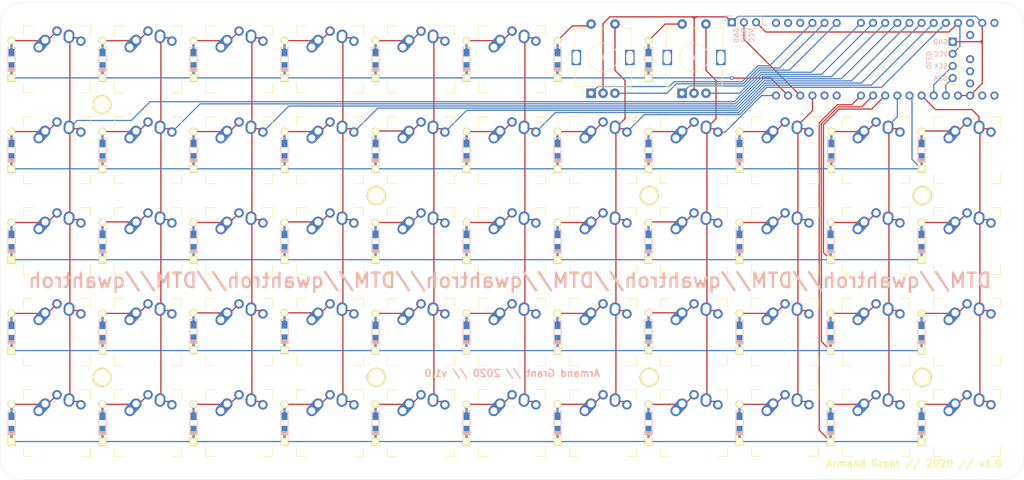
<source format=kicad_pcb>
(kicad_pcb (version 20171130) (host pcbnew "(5.1.6)-1")
  (layers (0 F.Cu signal) (31 B.Cu signal) (34 B.Paste user) (35 F.Paste user) (36 B.SilkS user) (37 F.SilkS user) (38 B.Mask user) (39 F.Mask user) (44 Edge.Cuts user))
  (net 0 "")
  (net 1 "Net-(D1-Pad2)")
  (net 2 ROW1)
  (net 3 "Net-(D2-Pad2)")
  (net 4 "Net-(D3-Pad2)")
  (net 5 "Net-(D4-Pad2)")
  (net 6 "Net-(D5-Pad2)")
  (net 7 "Net-(D6-Pad2)")
  (net 8 "Net-(D7-Pad2)")
  (net 9 "Net-(D8-Pad2)")
  (net 10 "Net-(D9-Pad2)")
  (net 11 ROW2)
  (net 12 "Net-(D10-Pad2)")
  (net 13 "Net-(D11-Pad2)")
  (net 14 "Net-(D12-Pad2)")
  (net 15 "Net-(D13-Pad2)")
  (net 16 "Net-(D14-Pad2)")
  (net 17 "Net-(D15-Pad2)")
  (net 18 "Net-(D16-Pad2)")
  (net 19 "Net-(D17-Pad2)")
  (net 20 "Net-(D18-Pad2)")
  (net 21 "Net-(D19-Pad2)")
  (net 22 ROW3)
  (net 23 "Net-(D20-Pad2)")
  (net 24 "Net-(D21-Pad2)")
  (net 25 "Net-(D22-Pad2)")
  (net 26 "Net-(D23-Pad2)")
  (net 27 "Net-(D24-Pad2)")
  (net 28 "Net-(D25-Pad2)")
  (net 29 "Net-(D26-Pad2)")
  (net 30 "Net-(D27-Pad2)")
  (net 31 "Net-(D28-Pad2)")
  (net 32 "Net-(D29-Pad2)")
  (net 33 "Net-(D30-Pad2)")
  (net 34 ROW4)
  (net 35 "Net-(D31-Pad2)")
  (net 36 "Net-(D32-Pad2)")
  (net 37 "Net-(D33-Pad2)")
  (net 38 "Net-(D34-Pad2)")
  (net 39 "Net-(D35-Pad2)")
  (net 40 "Net-(D36-Pad2)")
  (net 41 "Net-(D37-Pad2)")
  (net 42 "Net-(D38-Pad2)")
  (net 43 "Net-(D39-Pad2)")
  (net 44 "Net-(D40-Pad2)")
  (net 45 "Net-(D41-Pad2)")
  (net 46 ROW5)
  (net 47 "Net-(D42-Pad2)")
  (net 48 "Net-(D43-Pad2)")
  (net 49 "Net-(D44-Pad2)")
  (net 50 "Net-(D45-Pad2)")
  (net 51 "Net-(D46-Pad2)")
  (net 52 "Net-(D47-Pad2)")
  (net 53 "Net-(D48-Pad2)")
  (net 54 "Net-(D49-Pad2)")
  (net 55 "Net-(D50-Pad2)")
  (net 56 "Net-(D51-Pad2)")
  (net 57 "Net-(D52-Pad2)")
  (net 58 COL1)
  (net 59 COL2)
  (net 60 COL3)
  (net 61 COL4)
  (net 62 COL5)
  (net 63 COL6)
  (net 64 COL9)
  (net 65 COL10)
  (net 66 COL11)
  (net 67 R1A)
  (net 68 GND)
  (net 69 R1B)
  (net 70 COL7)
  (net 71 COL8)
  (net 72 R2B)
  (net 73 R2A)
  (net 74 OLEDSDA)
  (net 75 OLEDSCK)
  (net 76 VCC)
  (net 77 RGB)
  (module proton_c:proton_c (layer B.Cu) (at 230.98125 28.575 90)
    (fp_text reference U1 hide)
    (fp_text value Proton_C)
    (pad 5V thru_hole circle (at 7.615 15.25 90) (size 1.7 1.7) (drill 1) (layers *.Cu *.Mask))
    (pad A10 thru_hole circle (at -7.6 12.71 90) (size 1.7 1.7) (drill 1) (layers *.Cu *.Mask))
    (pad A9 thru_hole circle (at -7.6 15.25 90) (size 1.7 1.7) (drill 1) (layers *.Cu *.Mask))
    (pad D+ thru_hole circle (at -5.06 10.17 90) (size 1.7 1.7) (drill 1) (layers *.Cu *.Mask))
    (pad GND thru_hole circle (at -7.6 10.17 90) (size 1.7 1.7) (drill 1) (layers *.Cu *.Mask) (net 68 GND))
    (pad GND thru_hole circle (at -7.6 7.63 90) (size 1.7 1.7) (drill 1) (layers *.Cu *.Mask) (net 68 GND))
    (pad B7 thru_hole circle (at -7.6 5.09 90) (size 1.7 1.7) (drill 1) (layers *.Cu *.Mask) (net 74 OLEDSDA))
    (pad B6 thru_hole circle (at -7.6 2.55 90) (size 1.7 1.7) (drill 1) (layers *.Cu *.Mask) (net 75 OLEDSCK))
    (pad D- thru_hole circle (at -2.52 10.17 90) (size 1.7 1.7) (drill 1) (layers *.Cu *.Mask))
    (pad CHRG thru_hole circle (at 0.02 10.17 90) (size 1.7 1.7) (drill 1) (layers *.Cu *.Mask))
    (pad B5 thru_hole circle (at -7.6 0.01 90) (size 1.7 1.7) (drill 1) (layers *.Cu *.Mask) (net 66 COL11))
    (pad B4 thru_hole circle (at -7.6 -2.53 90) (size 1.7 1.7) (drill 1) (layers *.Cu *.Mask) (net 11 ROW2))
    (pad B3 thru_hole circle (at -7.6 -5.07 90) (size 1.7 1.7) (drill 1) (layers *.Cu *.Mask) (net 65 COL10))
    (pad B2 thru_hole circle (at -7.6 -7.61 90) (size 1.7 1.7) (drill 1) (layers *.Cu *.Mask) (net 22 ROW3))
    (pad B1 thru_hole circle (at -7.6 -10.15 90) (size 1.7 1.7) (drill 1) (layers *.Cu *.Mask) (net 34 ROW4))
    (pad B0 thru_hole circle (at -7.6 -12.69 90) (size 1.7 1.7) (drill 1) (layers *.Cu *.Mask) (net 46 ROW5))
    (pad A5 thru_hole circle (at -7.6 -20.31 90) (size 1.7 1.7) (drill 1) (layers *.Cu *.Mask))
    (pad A7 thru_hole circle (at -7.6 -25.39 90) (size 1.7 1.7) (drill 1) (layers *.Cu *.Mask) (net 77 RGB))
    (pad A8 thru_hole circle (at -7.6 -27.93 90) (size 1.7 1.7) (drill 1) (layers *.Cu *.Mask) (net 2 ROW1))
    (pad A6 thru_hole circle (at -7.6 -22.85 90) (size 1.7 1.7) (drill 1) (layers *.Cu *.Mask) (net 64 COL9))
    (pad A15 thru_hole circle (at -7.6 -30.47 90) (size 1.7 1.7) (drill 1) (layers *.Cu *.Mask) (net 71 COL8))
    (pad A4 thru_hole circle (at -7.6 -17.77 90) (size 1.7 1.7) (drill 1) (layers *.Cu *.Mask))
    (pad GND thru_hole circle (at 7.615 12.71 90) (size 1.7 1.7) (drill 1) (layers *.Cu *.Mask) (net 68 GND))
    (pad DFU thru_hole circle (at 7.615 10.17 90) (size 1.7 1.7) (drill 1) (layers *.Cu *.Mask))
    (pad A2 thru_hole circle (at 7.615 5.09 90) (size 1.7 1.7) (drill 1) (layers *.Cu *.Mask) (net 70 COL7))
    (pad A3|5v thru_hole circle (at 5.075 10.17 90) (size 1.7 1.7) (drill 1) (layers *.Cu *.Mask))
    (pad 3.3V thru_hole circle (at 7.615 7.63 90) (size 1.7 1.7) (drill 1) (layers *.Cu *.Mask) (net 76 VCC))
    (pad A1 thru_hole circle (at 7.615 2.55 90) (size 1.7 1.7) (drill 1) (layers *.Cu *.Mask) (net 63 COL6))
    (pad A0 thru_hole circle (at 7.615 0.01 90) (size 1.7 1.7) (drill 1) (layers *.Cu *.Mask) (net 62 COL5))
    (pad B8 thru_hole circle (at 7.615 -2.53 90) (size 1.7 1.7) (drill 1) (layers *.Cu *.Mask) (net 61 COL4))
    (pad B14 thru_hole circle (at 7.615 -7.61 90) (size 1.7 1.7) (drill 1) (layers *.Cu *.Mask) (net 59 COL2))
    (pad B15 thru_hole circle (at 7.615 -10.15 90) (size 1.7 1.7) (drill 1) (layers *.Cu *.Mask) (net 58 COL1))
    (pad B13 thru_hole circle (at 7.615 -5.07 90) (size 1.7 1.7) (drill 1) (layers *.Cu *.Mask) (net 60 COL3))
    (pad B9 thru_hole circle (at 7.615 -12.69 90) (size 1.7 1.7) (drill 1) (layers *.Cu *.Mask) (net 72 R2B))
    (pad B11 thru_hole circle (at 7.615 -20.31 90) (size 1.7 1.7) (drill 1) (layers *.Cu *.Mask) (net 69 R1B))
    (pad B10 thru_hole circle (at 7.615 -17.77 90) (size 1.7 1.7) (drill 1) (layers *.Cu *.Mask) (net 73 R2A))
    (pad A14 thru_hole circle (at 7.615 -25.39 90) (size 1.7 1.7) (drill 1) (layers *.Cu *.Mask))
    (pad B12 thru_hole circle (at 7.615 -22.85 90) (size 1.7 1.7) (drill 1) (layers *.Cu *.Mask) (net 67 R1A))
    (pad A13 thru_hole circle (at 7.615 -27.93 90) (size 1.7 1.7) (drill 1) (layers *.Cu *.Mask))
    (pad RST thru_hole circle (at 7.615 -30.47 90) (size 1.7 1.7) (drill 1) (layers *.Cu *.Mask))
  )
  (module Keebio-Parts:MX-Alps-Choc-1U-NoLED (layer F.Cu) (at 107.15625 85.725)
    (fp_text reference K34 hide)
    (fp_text value KEYSW)
    (pad "" np_thru_hole circle (at 5.5 0 48.1) (size 1.7 1.7) (drill 1.7) (layers *.Cu *.Mask))
    (pad "" np_thru_hole circle (at -5.5 0 48.1) (size 1.7 1.7) (drill 1.7) (layers *.Cu *.Mask))
    (pad 2 thru_hole circle (at 0 -5.9) (size 2 2) (drill 1.2) (layers *.Cu *.Mask) (net 38 "Net-(D34-Pad2)"))
    (pad 1 thru_hole circle (at 5 -3.8) (size 2 2) (drill 1.2) (layers *.Cu *.Mask) (net 61 COL4))
    (pad "" np_thru_hole circle (at 5.08 0 48.0996) (size 1.75 1.75) (drill 1.75) (layers *.Cu *.Mask))
    (pad "" np_thru_hole circle (at -5.08 0 48.0996) (size 1.75 1.75) (drill 1.75) (layers *.Cu *.Mask))
    (pad 2 thru_hole circle (at -2.5 -4) (size 2.25 2.25) (drill 1.47) (layers *.Cu *.Mask) (net 38 "Net-(D34-Pad2)"))
    (pad "" np_thru_hole circle (at 0 0) (size 3.9878 3.9878) (drill 3.9878) (layers *.Cu *.Mask))
    (pad 2 thru_hole oval (at -3.81 -2.54 48.1) (size 4.211556 2.25) (drill 1.47 (offset 0.980778 0)) (layers *.Cu *.Mask) (net 38 "Net-(D34-Pad2)"))
    (pad 1 thru_hole circle (at 2.54 -5.08) (size 2.25 2.25) (drill 1.47) (layers *.Cu *.Mask) (net 61 COL4))
    (pad 1 thru_hole oval (at 2.5 -4.5 86.1) (size 2.831378 2.25) (drill 1.47 (offset 0.290689 0)) (layers *.Cu *.Mask) (net 61 COL4))
  )
  (module Keebio-Parts:MX-Alps-Choc-1U-NoLED (layer F.Cu) (at 145.25625 47.625)
    (fp_text reference K14 hide)
    (fp_text value KEYSW)
    (pad "" np_thru_hole circle (at 5.5 0 48.1) (size 1.7 1.7) (drill 1.7) (layers *.Cu *.Mask))
    (pad "" np_thru_hole circle (at -5.5 0 48.1) (size 1.7 1.7) (drill 1.7) (layers *.Cu *.Mask))
    (pad 2 thru_hole circle (at 0 -5.9) (size 2 2) (drill 1.2) (layers *.Cu *.Mask) (net 16 "Net-(D14-Pad2)"))
    (pad 1 thru_hole circle (at 5 -3.8) (size 2 2) (drill 1.2) (layers *.Cu *.Mask) (net 63 COL6))
    (pad "" np_thru_hole circle (at 5.08 0 48.0996) (size 1.75 1.75) (drill 1.75) (layers *.Cu *.Mask))
    (pad "" np_thru_hole circle (at -5.08 0 48.0996) (size 1.75 1.75) (drill 1.75) (layers *.Cu *.Mask))
    (pad 2 thru_hole circle (at -2.5 -4) (size 2.25 2.25) (drill 1.47) (layers *.Cu *.Mask) (net 16 "Net-(D14-Pad2)"))
    (pad "" np_thru_hole circle (at 0 0) (size 3.9878 3.9878) (drill 3.9878) (layers *.Cu *.Mask))
    (pad 2 thru_hole oval (at -3.81 -2.54 48.1) (size 4.211556 2.25) (drill 1.47 (offset 0.980778 0)) (layers *.Cu *.Mask) (net 16 "Net-(D14-Pad2)"))
    (pad 1 thru_hole circle (at 2.54 -5.08) (size 2.25 2.25) (drill 1.47) (layers *.Cu *.Mask) (net 63 COL6))
    (pad 1 thru_hole oval (at 2.5 -4.5 86.1) (size 2.831378 2.25) (drill 1.47 (offset 0.290689 0)) (layers *.Cu *.Mask) (net 63 COL6))
  )
  (module keyboard_parts:HOLE_M3 (layer F.Cu) (at 173.99 95.25)
    (fp_text reference H8 hide)
    (fp_text value MountingHole hide)
    (pad 1 thru_hole circle (at 0 0) (size 4 4) (drill 3.2) (layers *.Cu *.Mask F.SilkS))
  )
  (module keyboard_parts:HOLE_M3 (layer F.Cu) (at 173.99 57.15)
    (fp_text reference H7 hide)
    (fp_text value MountingHole hide)
    (pad 1 thru_hole circle (at 0 0) (size 4 4) (drill 3.2) (layers *.Cu *.Mask F.SilkS))
  )
  (module keyboard_parts:HOLE_M3 (layer F.Cu) (at 116.84 95.25)
    (fp_text reference H6 hide)
    (fp_text value MountingHole hide)
    (pad 1 thru_hole circle (at 0 0) (size 4 4) (drill 3.2) (layers *.Cu *.Mask F.SilkS))
  )
  (module keyboard_parts:HOLE_M3 (layer F.Cu) (at 116.84 57.15)
    (fp_text reference H5 hide)
    (fp_text value MountingHole hide)
    (pad 1 thru_hole circle (at 0 0) (size 4 4) (drill 3.2) (layers *.Cu *.Mask F.SilkS))
  )
  (module keyboard_parts:HOLE_M3 (layer F.Cu) (at 231.14 57.15)
    (fp_text reference H4 hide)
    (fp_text value MountingHole hide)
    (pad 1 thru_hole circle (at 0 0) (size 4 4) (drill 3.2) (layers *.Cu *.Mask F.SilkS))
  )
  (module keyboard_parts:HOLE_M3 (layer F.Cu) (at 231.14 95.25)
    (fp_text reference H3 hide)
    (fp_text value MountingHole hide)
    (pad 1 thru_hole circle (at 0 0) (size 4 4) (drill 3.2) (layers *.Cu *.Mask F.SilkS))
  )
  (module keyboard_parts:HOLE_M3 (layer F.Cu) (at 59.436 38.1)
    (fp_text reference H2 hide)
    (fp_text value MountingHole hide)
    (pad 1 thru_hole circle (at 0 0) (size 4 4) (drill 3.2) (layers *.Cu *.Mask F.SilkS))
  )
  (module keyboard_parts:HOLE_M3 (layer F.Cu) (at 59.436 95.25)
    (fp_text reference H1 hide)
    (fp_text value MountingHole hide)
    (pad 1 thru_hole circle (at 0 0) (size 4 4) (drill 3.2) (layers *.Cu *.Mask F.SilkS))
  )
  (module Keebio-Parts:MX-Alps-Choc-1U-NoLED (layer F.Cu) (at 221.45625 47.625)
    (fp_text reference K18 hide)
    (fp_text value KEYSW)
    (pad "" np_thru_hole circle (at 5.5 0 48.1) (size 1.7 1.7) (drill 1.7) (layers *.Cu *.Mask))
    (pad "" np_thru_hole circle (at -5.5 0 48.1) (size 1.7 1.7) (drill 1.7) (layers *.Cu *.Mask))
    (pad 2 thru_hole circle (at 0 -5.9) (size 2 2) (drill 1.2) (layers *.Cu *.Mask) (net 20 "Net-(D18-Pad2)"))
    (pad 1 thru_hole circle (at 5 -3.8) (size 2 2) (drill 1.2) (layers *.Cu *.Mask) (net 65 COL10))
    (pad "" np_thru_hole circle (at 5.08 0 48.0996) (size 1.75 1.75) (drill 1.75) (layers *.Cu *.Mask))
    (pad "" np_thru_hole circle (at -5.08 0 48.0996) (size 1.75 1.75) (drill 1.75) (layers *.Cu *.Mask))
    (pad 2 thru_hole circle (at -2.5 -4) (size 2.25 2.25) (drill 1.47) (layers *.Cu *.Mask) (net 20 "Net-(D18-Pad2)"))
    (pad "" np_thru_hole circle (at 0 0) (size 3.9878 3.9878) (drill 3.9878) (layers *.Cu *.Mask))
    (pad 2 thru_hole oval (at -3.81 -2.54 48.1) (size 4.211556 2.25) (drill 1.47 (offset 0.980778 0)) (layers *.Cu *.Mask) (net 20 "Net-(D18-Pad2)"))
    (pad 1 thru_hole circle (at 2.54 -5.08) (size 2.25 2.25) (drill 1.47) (layers *.Cu *.Mask) (net 65 COL10))
    (pad 1 thru_hole oval (at 2.5 -4.5 86.1) (size 2.831378 2.25) (drill 1.47 (offset 0.290689 0)) (layers *.Cu *.Mask) (net 65 COL10))
  )
  (module Connector_PinHeader_2.54mm:PinHeader_1x03_P2.54mm_Vertical (layer B.Cu) (at 191.262 20.828 270)
    (fp_text reference RGB1 hide)
    (fp_text value Conn_01x03)
    (pad 3 thru_hole oval (at 0 -5.08 270) (size 1.7 1.7) (drill 1) (layers *.Cu *.Mask) (net 76 VCC))
    (pad 2 thru_hole oval (at 0 -2.54 270) (size 1.7 1.7) (drill 1) (layers *.Cu *.Mask))
    (pad 1 thru_hole rect (at 0 0 270) (size 1.7 1.7) (drill 1) (layers *.Cu *.Mask) (net 68 GND))
  )
  (module Keebio-Parts:MX-Alps-Choc-1U-NoLED (layer F.Cu) (at 240.50625 104.775)
    (fp_text reference K52 hide)
    (fp_text value KEYSW)
    (pad "" np_thru_hole circle (at 5.5 0 48.1) (size 1.7 1.7) (drill 1.7) (layers *.Cu *.Mask))
    (pad "" np_thru_hole circle (at -5.5 0 48.1) (size 1.7 1.7) (drill 1.7) (layers *.Cu *.Mask))
    (pad 2 thru_hole circle (at 0 -5.9) (size 2 2) (drill 1.2) (layers *.Cu *.Mask) (net 57 "Net-(D52-Pad2)"))
    (pad 1 thru_hole circle (at 5 -3.8) (size 2 2) (drill 1.2) (layers *.Cu *.Mask) (net 66 COL11))
    (pad "" np_thru_hole circle (at 5.08 0 48.0996) (size 1.75 1.75) (drill 1.75) (layers *.Cu *.Mask))
    (pad "" np_thru_hole circle (at -5.08 0 48.0996) (size 1.75 1.75) (drill 1.75) (layers *.Cu *.Mask))
    (pad 2 thru_hole circle (at -2.5 -4) (size 2.25 2.25) (drill 1.47) (layers *.Cu *.Mask) (net 57 "Net-(D52-Pad2)"))
    (pad "" np_thru_hole circle (at 0 0) (size 3.9878 3.9878) (drill 3.9878) (layers *.Cu *.Mask))
    (pad 2 thru_hole oval (at -3.81 -2.54 48.1) (size 4.211556 2.25) (drill 1.47 (offset 0.980778 0)) (layers *.Cu *.Mask) (net 57 "Net-(D52-Pad2)"))
    (pad 1 thru_hole circle (at 2.54 -5.08) (size 2.25 2.25) (drill 1.47) (layers *.Cu *.Mask) (net 66 COL11))
    (pad 1 thru_hole oval (at 2.5 -4.5 86.1) (size 2.831378 2.25) (drill 1.47 (offset 0.290689 0)) (layers *.Cu *.Mask) (net 66 COL11))
  )
  (module Keebio-Parts:MX-Alps-Choc-1U-NoLED (layer F.Cu) (at 221.45625 104.775)
    (fp_text reference K51 hide)
    (fp_text value KEYSW)
    (pad "" np_thru_hole circle (at 5.5 0 48.1) (size 1.7 1.7) (drill 1.7) (layers *.Cu *.Mask))
    (pad "" np_thru_hole circle (at -5.5 0 48.1) (size 1.7 1.7) (drill 1.7) (layers *.Cu *.Mask))
    (pad 2 thru_hole circle (at 0 -5.9) (size 2 2) (drill 1.2) (layers *.Cu *.Mask) (net 56 "Net-(D51-Pad2)"))
    (pad 1 thru_hole circle (at 5 -3.8) (size 2 2) (drill 1.2) (layers *.Cu *.Mask) (net 65 COL10))
    (pad "" np_thru_hole circle (at 5.08 0 48.0996) (size 1.75 1.75) (drill 1.75) (layers *.Cu *.Mask))
    (pad "" np_thru_hole circle (at -5.08 0 48.0996) (size 1.75 1.75) (drill 1.75) (layers *.Cu *.Mask))
    (pad 2 thru_hole circle (at -2.5 -4) (size 2.25 2.25) (drill 1.47) (layers *.Cu *.Mask) (net 56 "Net-(D51-Pad2)"))
    (pad "" np_thru_hole circle (at 0 0) (size 3.9878 3.9878) (drill 3.9878) (layers *.Cu *.Mask))
    (pad 2 thru_hole oval (at -3.81 -2.54 48.1) (size 4.211556 2.25) (drill 1.47 (offset 0.980778 0)) (layers *.Cu *.Mask) (net 56 "Net-(D51-Pad2)"))
    (pad 1 thru_hole circle (at 2.54 -5.08) (size 2.25 2.25) (drill 1.47) (layers *.Cu *.Mask) (net 65 COL10))
    (pad 1 thru_hole oval (at 2.5 -4.5 86.1) (size 2.831378 2.25) (drill 1.47 (offset 0.290689 0)) (layers *.Cu *.Mask) (net 65 COL10))
  )
  (module Keebio-Parts:MX-Alps-Choc-1U-NoLED (layer F.Cu) (at 202.40625 104.768751)
    (fp_text reference K50 hide)
    (fp_text value KEYSW)
    (pad "" np_thru_hole circle (at 5.5 0 48.1) (size 1.7 1.7) (drill 1.7) (layers *.Cu *.Mask))
    (pad "" np_thru_hole circle (at -5.5 0 48.1) (size 1.7 1.7) (drill 1.7) (layers *.Cu *.Mask))
    (pad 2 thru_hole circle (at 0 -5.9) (size 2 2) (drill 1.2) (layers *.Cu *.Mask) (net 55 "Net-(D50-Pad2)"))
    (pad 1 thru_hole circle (at 5 -3.8) (size 2 2) (drill 1.2) (layers *.Cu *.Mask) (net 64 COL9))
    (pad "" np_thru_hole circle (at 5.08 0 48.0996) (size 1.75 1.75) (drill 1.75) (layers *.Cu *.Mask))
    (pad "" np_thru_hole circle (at -5.08 0 48.0996) (size 1.75 1.75) (drill 1.75) (layers *.Cu *.Mask))
    (pad 2 thru_hole circle (at -2.5 -4) (size 2.25 2.25) (drill 1.47) (layers *.Cu *.Mask) (net 55 "Net-(D50-Pad2)"))
    (pad "" np_thru_hole circle (at 0 0) (size 3.9878 3.9878) (drill 3.9878) (layers *.Cu *.Mask))
    (pad 2 thru_hole oval (at -3.81 -2.54 48.1) (size 4.211556 2.25) (drill 1.47 (offset 0.980778 0)) (layers *.Cu *.Mask) (net 55 "Net-(D50-Pad2)"))
    (pad 1 thru_hole circle (at 2.54 -5.08) (size 2.25 2.25) (drill 1.47) (layers *.Cu *.Mask) (net 64 COL9))
    (pad 1 thru_hole oval (at 2.5 -4.5 86.1) (size 2.831378 2.25) (drill 1.47 (offset 0.290689 0)) (layers *.Cu *.Mask) (net 64 COL9))
  )
  (module Keebio-Parts:MX-Alps-Choc-1U-NoLED (layer F.Cu) (at 183.35625 104.775)
    (fp_text reference K49 hide)
    (fp_text value KEYSW)
    (pad "" np_thru_hole circle (at 5.5 0 48.1) (size 1.7 1.7) (drill 1.7) (layers *.Cu *.Mask))
    (pad "" np_thru_hole circle (at -5.5 0 48.1) (size 1.7 1.7) (drill 1.7) (layers *.Cu *.Mask))
    (pad 2 thru_hole circle (at 0 -5.9) (size 2 2) (drill 1.2) (layers *.Cu *.Mask) (net 54 "Net-(D49-Pad2)"))
    (pad 1 thru_hole circle (at 5 -3.8) (size 2 2) (drill 1.2) (layers *.Cu *.Mask) (net 71 COL8))
    (pad "" np_thru_hole circle (at 5.08 0 48.0996) (size 1.75 1.75) (drill 1.75) (layers *.Cu *.Mask))
    (pad "" np_thru_hole circle (at -5.08 0 48.0996) (size 1.75 1.75) (drill 1.75) (layers *.Cu *.Mask))
    (pad 2 thru_hole circle (at -2.5 -4) (size 2.25 2.25) (drill 1.47) (layers *.Cu *.Mask) (net 54 "Net-(D49-Pad2)"))
    (pad "" np_thru_hole circle (at 0 0) (size 3.9878 3.9878) (drill 3.9878) (layers *.Cu *.Mask))
    (pad 2 thru_hole oval (at -3.81 -2.54 48.1) (size 4.211556 2.25) (drill 1.47 (offset 0.980778 0)) (layers *.Cu *.Mask) (net 54 "Net-(D49-Pad2)"))
    (pad 1 thru_hole circle (at 2.54 -5.08) (size 2.25 2.25) (drill 1.47) (layers *.Cu *.Mask) (net 71 COL8))
    (pad 1 thru_hole oval (at 2.5 -4.5 86.1) (size 2.831378 2.25) (drill 1.47 (offset 0.290689 0)) (layers *.Cu *.Mask) (net 71 COL8))
  )
  (module Keebio-Parts:MX-Alps-Choc-1U-NoLED (layer F.Cu) (at 164.30625 104.775)
    (fp_text reference K48 hide)
    (fp_text value KEYSW)
    (pad "" np_thru_hole circle (at 5.5 0 48.1) (size 1.7 1.7) (drill 1.7) (layers *.Cu *.Mask))
    (pad "" np_thru_hole circle (at -5.5 0 48.1) (size 1.7 1.7) (drill 1.7) (layers *.Cu *.Mask))
    (pad 2 thru_hole circle (at 0 -5.9) (size 2 2) (drill 1.2) (layers *.Cu *.Mask) (net 53 "Net-(D48-Pad2)"))
    (pad 1 thru_hole circle (at 5 -3.8) (size 2 2) (drill 1.2) (layers *.Cu *.Mask) (net 70 COL7))
    (pad "" np_thru_hole circle (at 5.08 0 48.0996) (size 1.75 1.75) (drill 1.75) (layers *.Cu *.Mask))
    (pad "" np_thru_hole circle (at -5.08 0 48.0996) (size 1.75 1.75) (drill 1.75) (layers *.Cu *.Mask))
    (pad 2 thru_hole circle (at -2.5 -4) (size 2.25 2.25) (drill 1.47) (layers *.Cu *.Mask) (net 53 "Net-(D48-Pad2)"))
    (pad "" np_thru_hole circle (at 0 0) (size 3.9878 3.9878) (drill 3.9878) (layers *.Cu *.Mask))
    (pad 2 thru_hole oval (at -3.81 -2.54 48.1) (size 4.211556 2.25) (drill 1.47 (offset 0.980778 0)) (layers *.Cu *.Mask) (net 53 "Net-(D48-Pad2)"))
    (pad 1 thru_hole circle (at 2.54 -5.08) (size 2.25 2.25) (drill 1.47) (layers *.Cu *.Mask) (net 70 COL7))
    (pad 1 thru_hole oval (at 2.5 -4.5 86.1) (size 2.831378 2.25) (drill 1.47 (offset 0.290689 0)) (layers *.Cu *.Mask) (net 70 COL7))
  )
  (module Keebio-Parts:MX-Alps-Choc-1U-NoLED (layer F.Cu) (at 145.25625 104.775)
    (fp_text reference K47 hide)
    (fp_text value KEYSW)
    (pad "" np_thru_hole circle (at 5.5 0 48.1) (size 1.7 1.7) (drill 1.7) (layers *.Cu *.Mask))
    (pad "" np_thru_hole circle (at -5.5 0 48.1) (size 1.7 1.7) (drill 1.7) (layers *.Cu *.Mask))
    (pad 2 thru_hole circle (at 0 -5.9) (size 2 2) (drill 1.2) (layers *.Cu *.Mask) (net 52 "Net-(D47-Pad2)"))
    (pad 1 thru_hole circle (at 5 -3.8) (size 2 2) (drill 1.2) (layers *.Cu *.Mask) (net 63 COL6))
    (pad "" np_thru_hole circle (at 5.08 0 48.0996) (size 1.75 1.75) (drill 1.75) (layers *.Cu *.Mask))
    (pad "" np_thru_hole circle (at -5.08 0 48.0996) (size 1.75 1.75) (drill 1.75) (layers *.Cu *.Mask))
    (pad 2 thru_hole circle (at -2.5 -4) (size 2.25 2.25) (drill 1.47) (layers *.Cu *.Mask) (net 52 "Net-(D47-Pad2)"))
    (pad "" np_thru_hole circle (at 0 0) (size 3.9878 3.9878) (drill 3.9878) (layers *.Cu *.Mask))
    (pad 2 thru_hole oval (at -3.81 -2.54 48.1) (size 4.211556 2.25) (drill 1.47 (offset 0.980778 0)) (layers *.Cu *.Mask) (net 52 "Net-(D47-Pad2)"))
    (pad 1 thru_hole circle (at 2.54 -5.08) (size 2.25 2.25) (drill 1.47) (layers *.Cu *.Mask) (net 63 COL6))
    (pad 1 thru_hole oval (at 2.5 -4.5 86.1) (size 2.831378 2.25) (drill 1.47 (offset 0.290689 0)) (layers *.Cu *.Mask) (net 63 COL6))
  )
  (module Keebio-Parts:MX-Alps-Choc-1U-NoLED (layer F.Cu) (at 126.20625 104.775)
    (fp_text reference K46 hide)
    (fp_text value KEYSW)
    (pad "" np_thru_hole circle (at 5.5 0 48.1) (size 1.7 1.7) (drill 1.7) (layers *.Cu *.Mask))
    (pad "" np_thru_hole circle (at -5.5 0 48.1) (size 1.7 1.7) (drill 1.7) (layers *.Cu *.Mask))
    (pad 2 thru_hole circle (at 0 -5.9) (size 2 2) (drill 1.2) (layers *.Cu *.Mask) (net 51 "Net-(D46-Pad2)"))
    (pad 1 thru_hole circle (at 5 -3.8) (size 2 2) (drill 1.2) (layers *.Cu *.Mask) (net 62 COL5))
    (pad "" np_thru_hole circle (at 5.08 0 48.0996) (size 1.75 1.75) (drill 1.75) (layers *.Cu *.Mask))
    (pad "" np_thru_hole circle (at -5.08 0 48.0996) (size 1.75 1.75) (drill 1.75) (layers *.Cu *.Mask))
    (pad 2 thru_hole circle (at -2.5 -4) (size 2.25 2.25) (drill 1.47) (layers *.Cu *.Mask) (net 51 "Net-(D46-Pad2)"))
    (pad "" np_thru_hole circle (at 0 0) (size 3.9878 3.9878) (drill 3.9878) (layers *.Cu *.Mask))
    (pad 2 thru_hole oval (at -3.81 -2.54 48.1) (size 4.211556 2.25) (drill 1.47 (offset 0.980778 0)) (layers *.Cu *.Mask) (net 51 "Net-(D46-Pad2)"))
    (pad 1 thru_hole circle (at 2.54 -5.08) (size 2.25 2.25) (drill 1.47) (layers *.Cu *.Mask) (net 62 COL5))
    (pad 1 thru_hole oval (at 2.5 -4.5 86.1) (size 2.831378 2.25) (drill 1.47 (offset 0.290689 0)) (layers *.Cu *.Mask) (net 62 COL5))
  )
  (module Keebio-Parts:MX-Alps-Choc-1U-NoLED (layer F.Cu) (at 107.15625 104.775)
    (fp_text reference K45 hide)
    (fp_text value KEYSW)
    (pad "" np_thru_hole circle (at 5.5 0 48.1) (size 1.7 1.7) (drill 1.7) (layers *.Cu *.Mask))
    (pad "" np_thru_hole circle (at -5.5 0 48.1) (size 1.7 1.7) (drill 1.7) (layers *.Cu *.Mask))
    (pad 2 thru_hole circle (at 0 -5.9) (size 2 2) (drill 1.2) (layers *.Cu *.Mask) (net 50 "Net-(D45-Pad2)"))
    (pad 1 thru_hole circle (at 5 -3.8) (size 2 2) (drill 1.2) (layers *.Cu *.Mask) (net 61 COL4))
    (pad "" np_thru_hole circle (at 5.08 0 48.0996) (size 1.75 1.75) (drill 1.75) (layers *.Cu *.Mask))
    (pad "" np_thru_hole circle (at -5.08 0 48.0996) (size 1.75 1.75) (drill 1.75) (layers *.Cu *.Mask))
    (pad 2 thru_hole circle (at -2.5 -4) (size 2.25 2.25) (drill 1.47) (layers *.Cu *.Mask) (net 50 "Net-(D45-Pad2)"))
    (pad "" np_thru_hole circle (at 0 0) (size 3.9878 3.9878) (drill 3.9878) (layers *.Cu *.Mask))
    (pad 2 thru_hole oval (at -3.81 -2.54 48.1) (size 4.211556 2.25) (drill 1.47 (offset 0.980778 0)) (layers *.Cu *.Mask) (net 50 "Net-(D45-Pad2)"))
    (pad 1 thru_hole circle (at 2.54 -5.08) (size 2.25 2.25) (drill 1.47) (layers *.Cu *.Mask) (net 61 COL4))
    (pad 1 thru_hole oval (at 2.5 -4.5 86.1) (size 2.831378 2.25) (drill 1.47 (offset 0.290689 0)) (layers *.Cu *.Mask) (net 61 COL4))
  )
  (module Keebio-Parts:MX-Alps-Choc-1U-NoLED (layer F.Cu) (at 88.10625 104.775)
    (fp_text reference K44 hide)
    (fp_text value KEYSW)
    (pad "" np_thru_hole circle (at 5.5 0 48.1) (size 1.7 1.7) (drill 1.7) (layers *.Cu *.Mask))
    (pad "" np_thru_hole circle (at -5.5 0 48.1) (size 1.7 1.7) (drill 1.7) (layers *.Cu *.Mask))
    (pad 2 thru_hole circle (at 0 -5.9) (size 2 2) (drill 1.2) (layers *.Cu *.Mask) (net 49 "Net-(D44-Pad2)"))
    (pad 1 thru_hole circle (at 5 -3.8) (size 2 2) (drill 1.2) (layers *.Cu *.Mask) (net 60 COL3))
    (pad "" np_thru_hole circle (at 5.08 0 48.0996) (size 1.75 1.75) (drill 1.75) (layers *.Cu *.Mask))
    (pad "" np_thru_hole circle (at -5.08 0 48.0996) (size 1.75 1.75) (drill 1.75) (layers *.Cu *.Mask))
    (pad 2 thru_hole circle (at -2.5 -4) (size 2.25 2.25) (drill 1.47) (layers *.Cu *.Mask) (net 49 "Net-(D44-Pad2)"))
    (pad "" np_thru_hole circle (at 0 0) (size 3.9878 3.9878) (drill 3.9878) (layers *.Cu *.Mask))
    (pad 2 thru_hole oval (at -3.81 -2.54 48.1) (size 4.211556 2.25) (drill 1.47 (offset 0.980778 0)) (layers *.Cu *.Mask) (net 49 "Net-(D44-Pad2)"))
    (pad 1 thru_hole circle (at 2.54 -5.08) (size 2.25 2.25) (drill 1.47) (layers *.Cu *.Mask) (net 60 COL3))
    (pad 1 thru_hole oval (at 2.5 -4.5 86.1) (size 2.831378 2.25) (drill 1.47 (offset 0.290689 0)) (layers *.Cu *.Mask) (net 60 COL3))
  )
  (module Keebio-Parts:MX-Alps-Choc-1U-NoLED (layer F.Cu) (at 69.05625 104.775)
    (fp_text reference K43 hide)
    (fp_text value KEYSW)
    (pad "" np_thru_hole circle (at 5.5 0 48.1) (size 1.7 1.7) (drill 1.7) (layers *.Cu *.Mask))
    (pad "" np_thru_hole circle (at -5.5 0 48.1) (size 1.7 1.7) (drill 1.7) (layers *.Cu *.Mask))
    (pad 2 thru_hole circle (at 0 -5.9) (size 2 2) (drill 1.2) (layers *.Cu *.Mask) (net 48 "Net-(D43-Pad2)"))
    (pad 1 thru_hole circle (at 5 -3.8) (size 2 2) (drill 1.2) (layers *.Cu *.Mask) (net 59 COL2))
    (pad "" np_thru_hole circle (at 5.08 0 48.0996) (size 1.75 1.75) (drill 1.75) (layers *.Cu *.Mask))
    (pad "" np_thru_hole circle (at -5.08 0 48.0996) (size 1.75 1.75) (drill 1.75) (layers *.Cu *.Mask))
    (pad 2 thru_hole circle (at -2.5 -4) (size 2.25 2.25) (drill 1.47) (layers *.Cu *.Mask) (net 48 "Net-(D43-Pad2)"))
    (pad "" np_thru_hole circle (at 0 0) (size 3.9878 3.9878) (drill 3.9878) (layers *.Cu *.Mask))
    (pad 2 thru_hole oval (at -3.81 -2.54 48.1) (size 4.211556 2.25) (drill 1.47 (offset 0.980778 0)) (layers *.Cu *.Mask) (net 48 "Net-(D43-Pad2)"))
    (pad 1 thru_hole circle (at 2.54 -5.08) (size 2.25 2.25) (drill 1.47) (layers *.Cu *.Mask) (net 59 COL2))
    (pad 1 thru_hole oval (at 2.5 -4.5 86.1) (size 2.831378 2.25) (drill 1.47 (offset 0.290689 0)) (layers *.Cu *.Mask) (net 59 COL2))
  )
  (module Keebio-Parts:MX-Alps-Choc-1U-NoLED (layer F.Cu) (at 50.00625 104.775)
    (fp_text reference K42 hide)
    (fp_text value KEYSW)
    (pad "" np_thru_hole circle (at 5.5 0 48.1) (size 1.7 1.7) (drill 1.7) (layers *.Cu *.Mask))
    (pad "" np_thru_hole circle (at -5.5 0 48.1) (size 1.7 1.7) (drill 1.7) (layers *.Cu *.Mask))
    (pad 2 thru_hole circle (at 0 -5.9) (size 2 2) (drill 1.2) (layers *.Cu *.Mask) (net 47 "Net-(D42-Pad2)"))
    (pad 1 thru_hole circle (at 5 -3.8) (size 2 2) (drill 1.2) (layers *.Cu *.Mask) (net 58 COL1))
    (pad "" np_thru_hole circle (at 5.08 0 48.0996) (size 1.75 1.75) (drill 1.75) (layers *.Cu *.Mask))
    (pad "" np_thru_hole circle (at -5.08 0 48.0996) (size 1.75 1.75) (drill 1.75) (layers *.Cu *.Mask))
    (pad 2 thru_hole circle (at -2.5 -4) (size 2.25 2.25) (drill 1.47) (layers *.Cu *.Mask) (net 47 "Net-(D42-Pad2)"))
    (pad "" np_thru_hole circle (at 0 0) (size 3.9878 3.9878) (drill 3.9878) (layers *.Cu *.Mask))
    (pad 2 thru_hole oval (at -3.81 -2.54 48.1) (size 4.211556 2.25) (drill 1.47 (offset 0.980778 0)) (layers *.Cu *.Mask) (net 47 "Net-(D42-Pad2)"))
    (pad 1 thru_hole circle (at 2.54 -5.08) (size 2.25 2.25) (drill 1.47) (layers *.Cu *.Mask) (net 58 COL1))
    (pad 1 thru_hole oval (at 2.5 -4.5 86.1) (size 2.831378 2.25) (drill 1.47 (offset 0.290689 0)) (layers *.Cu *.Mask) (net 58 COL1))
  )
  (module Keebio-Parts:MX-Alps-Choc-1U-NoLED (layer F.Cu) (at 240.50625 85.725)
    (fp_text reference K41 hide)
    (fp_text value KEYSW)
    (pad "" np_thru_hole circle (at 5.5 0 48.1) (size 1.7 1.7) (drill 1.7) (layers *.Cu *.Mask))
    (pad "" np_thru_hole circle (at -5.5 0 48.1) (size 1.7 1.7) (drill 1.7) (layers *.Cu *.Mask))
    (pad 2 thru_hole circle (at 0 -5.9) (size 2 2) (drill 1.2) (layers *.Cu *.Mask) (net 45 "Net-(D41-Pad2)"))
    (pad 1 thru_hole circle (at 5 -3.8) (size 2 2) (drill 1.2) (layers *.Cu *.Mask) (net 66 COL11))
    (pad "" np_thru_hole circle (at 5.08 0 48.0996) (size 1.75 1.75) (drill 1.75) (layers *.Cu *.Mask))
    (pad "" np_thru_hole circle (at -5.08 0 48.0996) (size 1.75 1.75) (drill 1.75) (layers *.Cu *.Mask))
    (pad 2 thru_hole circle (at -2.5 -4) (size 2.25 2.25) (drill 1.47) (layers *.Cu *.Mask) (net 45 "Net-(D41-Pad2)"))
    (pad "" np_thru_hole circle (at 0 0) (size 3.9878 3.9878) (drill 3.9878) (layers *.Cu *.Mask))
    (pad 2 thru_hole oval (at -3.81 -2.54 48.1) (size 4.211556 2.25) (drill 1.47 (offset 0.980778 0)) (layers *.Cu *.Mask) (net 45 "Net-(D41-Pad2)"))
    (pad 1 thru_hole circle (at 2.54 -5.08) (size 2.25 2.25) (drill 1.47) (layers *.Cu *.Mask) (net 66 COL11))
    (pad 1 thru_hole oval (at 2.5 -4.5 86.1) (size 2.831378 2.25) (drill 1.47 (offset 0.290689 0)) (layers *.Cu *.Mask) (net 66 COL11))
  )
  (module Keebio-Parts:MX-Alps-Choc-1U-NoLED (layer F.Cu) (at 221.45625 85.725)
    (fp_text reference K40 hide)
    (fp_text value KEYSW)
    (pad "" np_thru_hole circle (at 5.5 0 48.1) (size 1.7 1.7) (drill 1.7) (layers *.Cu *.Mask))
    (pad "" np_thru_hole circle (at -5.5 0 48.1) (size 1.7 1.7) (drill 1.7) (layers *.Cu *.Mask))
    (pad 2 thru_hole circle (at 0 -5.9) (size 2 2) (drill 1.2) (layers *.Cu *.Mask) (net 44 "Net-(D40-Pad2)"))
    (pad 1 thru_hole circle (at 5 -3.8) (size 2 2) (drill 1.2) (layers *.Cu *.Mask) (net 65 COL10))
    (pad "" np_thru_hole circle (at 5.08 0 48.0996) (size 1.75 1.75) (drill 1.75) (layers *.Cu *.Mask))
    (pad "" np_thru_hole circle (at -5.08 0 48.0996) (size 1.75 1.75) (drill 1.75) (layers *.Cu *.Mask))
    (pad 2 thru_hole circle (at -2.5 -4) (size 2.25 2.25) (drill 1.47) (layers *.Cu *.Mask) (net 44 "Net-(D40-Pad2)"))
    (pad "" np_thru_hole circle (at 0 0) (size 3.9878 3.9878) (drill 3.9878) (layers *.Cu *.Mask))
    (pad 2 thru_hole oval (at -3.81 -2.54 48.1) (size 4.211556 2.25) (drill 1.47 (offset 0.980778 0)) (layers *.Cu *.Mask) (net 44 "Net-(D40-Pad2)"))
    (pad 1 thru_hole circle (at 2.54 -5.08) (size 2.25 2.25) (drill 1.47) (layers *.Cu *.Mask) (net 65 COL10))
    (pad 1 thru_hole oval (at 2.5 -4.5 86.1) (size 2.831378 2.25) (drill 1.47 (offset 0.290689 0)) (layers *.Cu *.Mask) (net 65 COL10))
  )
  (module Keebio-Parts:MX-Alps-Choc-1U-NoLED (layer F.Cu) (at 202.40625 85.725)
    (fp_text reference K39 hide)
    (fp_text value KEYSW)
    (pad "" np_thru_hole circle (at 5.5 0 48.1) (size 1.7 1.7) (drill 1.7) (layers *.Cu *.Mask))
    (pad "" np_thru_hole circle (at -5.5 0 48.1) (size 1.7 1.7) (drill 1.7) (layers *.Cu *.Mask))
    (pad 2 thru_hole circle (at 0 -5.9) (size 2 2) (drill 1.2) (layers *.Cu *.Mask) (net 43 "Net-(D39-Pad2)"))
    (pad 1 thru_hole circle (at 5 -3.8) (size 2 2) (drill 1.2) (layers *.Cu *.Mask) (net 64 COL9))
    (pad "" np_thru_hole circle (at 5.08 0 48.0996) (size 1.75 1.75) (drill 1.75) (layers *.Cu *.Mask))
    (pad "" np_thru_hole circle (at -5.08 0 48.0996) (size 1.75 1.75) (drill 1.75) (layers *.Cu *.Mask))
    (pad 2 thru_hole circle (at -2.5 -4) (size 2.25 2.25) (drill 1.47) (layers *.Cu *.Mask) (net 43 "Net-(D39-Pad2)"))
    (pad "" np_thru_hole circle (at 0 0) (size 3.9878 3.9878) (drill 3.9878) (layers *.Cu *.Mask))
    (pad 2 thru_hole oval (at -3.81 -2.54 48.1) (size 4.211556 2.25) (drill 1.47 (offset 0.980778 0)) (layers *.Cu *.Mask) (net 43 "Net-(D39-Pad2)"))
    (pad 1 thru_hole circle (at 2.54 -5.08) (size 2.25 2.25) (drill 1.47) (layers *.Cu *.Mask) (net 64 COL9))
    (pad 1 thru_hole oval (at 2.5 -4.5 86.1) (size 2.831378 2.25) (drill 1.47 (offset 0.290689 0)) (layers *.Cu *.Mask) (net 64 COL9))
  )
  (module Keebio-Parts:MX-Alps-Choc-1U-NoLED (layer F.Cu) (at 183.35625 85.725)
    (fp_text reference K38 hide)
    (fp_text value KEYSW)
    (pad "" np_thru_hole circle (at 5.5 0 48.1) (size 1.7 1.7) (drill 1.7) (layers *.Cu *.Mask))
    (pad "" np_thru_hole circle (at -5.5 0 48.1) (size 1.7 1.7) (drill 1.7) (layers *.Cu *.Mask))
    (pad 2 thru_hole circle (at 0 -5.9) (size 2 2) (drill 1.2) (layers *.Cu *.Mask) (net 42 "Net-(D38-Pad2)"))
    (pad 1 thru_hole circle (at 5 -3.8) (size 2 2) (drill 1.2) (layers *.Cu *.Mask) (net 71 COL8))
    (pad "" np_thru_hole circle (at 5.08 0 48.0996) (size 1.75 1.75) (drill 1.75) (layers *.Cu *.Mask))
    (pad "" np_thru_hole circle (at -5.08 0 48.0996) (size 1.75 1.75) (drill 1.75) (layers *.Cu *.Mask))
    (pad 2 thru_hole circle (at -2.5 -4) (size 2.25 2.25) (drill 1.47) (layers *.Cu *.Mask) (net 42 "Net-(D38-Pad2)"))
    (pad "" np_thru_hole circle (at 0 0) (size 3.9878 3.9878) (drill 3.9878) (layers *.Cu *.Mask))
    (pad 2 thru_hole oval (at -3.81 -2.54 48.1) (size 4.211556 2.25) (drill 1.47 (offset 0.980778 0)) (layers *.Cu *.Mask) (net 42 "Net-(D38-Pad2)"))
    (pad 1 thru_hole circle (at 2.54 -5.08) (size 2.25 2.25) (drill 1.47) (layers *.Cu *.Mask) (net 71 COL8))
    (pad 1 thru_hole oval (at 2.5 -4.5 86.1) (size 2.831378 2.25) (drill 1.47 (offset 0.290689 0)) (layers *.Cu *.Mask) (net 71 COL8))
  )
  (module Keebio-Parts:MX-Alps-Choc-1U-NoLED (layer F.Cu) (at 164.30625 85.725)
    (fp_text reference K37 hide)
    (fp_text value KEYSW)
    (pad "" np_thru_hole circle (at 5.5 0 48.1) (size 1.7 1.7) (drill 1.7) (layers *.Cu *.Mask))
    (pad "" np_thru_hole circle (at -5.5 0 48.1) (size 1.7 1.7) (drill 1.7) (layers *.Cu *.Mask))
    (pad 2 thru_hole circle (at 0 -5.9) (size 2 2) (drill 1.2) (layers *.Cu *.Mask) (net 41 "Net-(D37-Pad2)"))
    (pad 1 thru_hole circle (at 5 -3.8) (size 2 2) (drill 1.2) (layers *.Cu *.Mask) (net 70 COL7))
    (pad "" np_thru_hole circle (at 5.08 0 48.0996) (size 1.75 1.75) (drill 1.75) (layers *.Cu *.Mask))
    (pad "" np_thru_hole circle (at -5.08 0 48.0996) (size 1.75 1.75) (drill 1.75) (layers *.Cu *.Mask))
    (pad 2 thru_hole circle (at -2.5 -4) (size 2.25 2.25) (drill 1.47) (layers *.Cu *.Mask) (net 41 "Net-(D37-Pad2)"))
    (pad "" np_thru_hole circle (at 0 0) (size 3.9878 3.9878) (drill 3.9878) (layers *.Cu *.Mask))
    (pad 2 thru_hole oval (at -3.81 -2.54 48.1) (size 4.211556 2.25) (drill 1.47 (offset 0.980778 0)) (layers *.Cu *.Mask) (net 41 "Net-(D37-Pad2)"))
    (pad 1 thru_hole circle (at 2.54 -5.08) (size 2.25 2.25) (drill 1.47) (layers *.Cu *.Mask) (net 70 COL7))
    (pad 1 thru_hole oval (at 2.5 -4.5 86.1) (size 2.831378 2.25) (drill 1.47 (offset 0.290689 0)) (layers *.Cu *.Mask) (net 70 COL7))
  )
  (module Keebio-Parts:MX-Alps-Choc-1U-NoLED (layer F.Cu) (at 145.25625 85.725)
    (fp_text reference K36 hide)
    (fp_text value KEYSW)
    (pad "" np_thru_hole circle (at 5.5 0 48.1) (size 1.7 1.7) (drill 1.7) (layers *.Cu *.Mask))
    (pad "" np_thru_hole circle (at -5.5 0 48.1) (size 1.7 1.7) (drill 1.7) (layers *.Cu *.Mask))
    (pad 2 thru_hole circle (at 0 -5.9) (size 2 2) (drill 1.2) (layers *.Cu *.Mask) (net 40 "Net-(D36-Pad2)"))
    (pad 1 thru_hole circle (at 5 -3.8) (size 2 2) (drill 1.2) (layers *.Cu *.Mask) (net 63 COL6))
    (pad "" np_thru_hole circle (at 5.08 0 48.0996) (size 1.75 1.75) (drill 1.75) (layers *.Cu *.Mask))
    (pad "" np_thru_hole circle (at -5.08 0 48.0996) (size 1.75 1.75) (drill 1.75) (layers *.Cu *.Mask))
    (pad 2 thru_hole circle (at -2.5 -4) (size 2.25 2.25) (drill 1.47) (layers *.Cu *.Mask) (net 40 "Net-(D36-Pad2)"))
    (pad "" np_thru_hole circle (at 0 0) (size 3.9878 3.9878) (drill 3.9878) (layers *.Cu *.Mask))
    (pad 2 thru_hole oval (at -3.81 -2.54 48.1) (size 4.211556 2.25) (drill 1.47 (offset 0.980778 0)) (layers *.Cu *.Mask) (net 40 "Net-(D36-Pad2)"))
    (pad 1 thru_hole circle (at 2.54 -5.08) (size 2.25 2.25) (drill 1.47) (layers *.Cu *.Mask) (net 63 COL6))
    (pad 1 thru_hole oval (at 2.5 -4.5 86.1) (size 2.831378 2.25) (drill 1.47 (offset 0.290689 0)) (layers *.Cu *.Mask) (net 63 COL6))
  )
  (module Keebio-Parts:MX-Alps-Choc-1U-NoLED (layer F.Cu) (at 126.20625 85.725)
    (fp_text reference K35 hide)
    (fp_text value KEYSW)
    (pad "" np_thru_hole circle (at 5.5 0 48.1) (size 1.7 1.7) (drill 1.7) (layers *.Cu *.Mask))
    (pad "" np_thru_hole circle (at -5.5 0 48.1) (size 1.7 1.7) (drill 1.7) (layers *.Cu *.Mask))
    (pad 2 thru_hole circle (at 0 -5.9) (size 2 2) (drill 1.2) (layers *.Cu *.Mask) (net 39 "Net-(D35-Pad2)"))
    (pad 1 thru_hole circle (at 5 -3.8) (size 2 2) (drill 1.2) (layers *.Cu *.Mask) (net 62 COL5))
    (pad "" np_thru_hole circle (at 5.08 0 48.0996) (size 1.75 1.75) (drill 1.75) (layers *.Cu *.Mask))
    (pad "" np_thru_hole circle (at -5.08 0 48.0996) (size 1.75 1.75) (drill 1.75) (layers *.Cu *.Mask))
    (pad 2 thru_hole circle (at -2.5 -4) (size 2.25 2.25) (drill 1.47) (layers *.Cu *.Mask) (net 39 "Net-(D35-Pad2)"))
    (pad "" np_thru_hole circle (at 0 0) (size 3.9878 3.9878) (drill 3.9878) (layers *.Cu *.Mask))
    (pad 2 thru_hole oval (at -3.81 -2.54 48.1) (size 4.211556 2.25) (drill 1.47 (offset 0.980778 0)) (layers *.Cu *.Mask) (net 39 "Net-(D35-Pad2)"))
    (pad 1 thru_hole circle (at 2.54 -5.08) (size 2.25 2.25) (drill 1.47) (layers *.Cu *.Mask) (net 62 COL5))
    (pad 1 thru_hole oval (at 2.5 -4.5 86.1) (size 2.831378 2.25) (drill 1.47 (offset 0.290689 0)) (layers *.Cu *.Mask) (net 62 COL5))
  )
  (module Keebio-Parts:MX-Alps-Choc-1U-NoLED (layer F.Cu) (at 88.10625 85.725)
    (fp_text reference K33 hide)
    (fp_text value KEYSW)
    (pad "" np_thru_hole circle (at 5.5 0 48.1) (size 1.7 1.7) (drill 1.7) (layers *.Cu *.Mask))
    (pad "" np_thru_hole circle (at -5.5 0 48.1) (size 1.7 1.7) (drill 1.7) (layers *.Cu *.Mask))
    (pad 2 thru_hole circle (at 0 -5.9) (size 2 2) (drill 1.2) (layers *.Cu *.Mask) (net 37 "Net-(D33-Pad2)"))
    (pad 1 thru_hole circle (at 5 -3.8) (size 2 2) (drill 1.2) (layers *.Cu *.Mask) (net 60 COL3))
    (pad "" np_thru_hole circle (at 5.08 0 48.0996) (size 1.75 1.75) (drill 1.75) (layers *.Cu *.Mask))
    (pad "" np_thru_hole circle (at -5.08 0 48.0996) (size 1.75 1.75) (drill 1.75) (layers *.Cu *.Mask))
    (pad 2 thru_hole circle (at -2.5 -4) (size 2.25 2.25) (drill 1.47) (layers *.Cu *.Mask) (net 37 "Net-(D33-Pad2)"))
    (pad "" np_thru_hole circle (at 0 0) (size 3.9878 3.9878) (drill 3.9878) (layers *.Cu *.Mask))
    (pad 2 thru_hole oval (at -3.81 -2.54 48.1) (size 4.211556 2.25) (drill 1.47 (offset 0.980778 0)) (layers *.Cu *.Mask) (net 37 "Net-(D33-Pad2)"))
    (pad 1 thru_hole circle (at 2.54 -5.08) (size 2.25 2.25) (drill 1.47) (layers *.Cu *.Mask) (net 60 COL3))
    (pad 1 thru_hole oval (at 2.5 -4.5 86.1) (size 2.831378 2.25) (drill 1.47 (offset 0.290689 0)) (layers *.Cu *.Mask) (net 60 COL3))
  )
  (module Keebio-Parts:MX-Alps-Choc-1U-NoLED (layer F.Cu) (at 69.05625 85.725)
    (fp_text reference K32 hide)
    (fp_text value KEYSW)
    (pad "" np_thru_hole circle (at 5.5 0 48.1) (size 1.7 1.7) (drill 1.7) (layers *.Cu *.Mask))
    (pad "" np_thru_hole circle (at -5.5 0 48.1) (size 1.7 1.7) (drill 1.7) (layers *.Cu *.Mask))
    (pad 2 thru_hole circle (at 0 -5.9) (size 2 2) (drill 1.2) (layers *.Cu *.Mask) (net 36 "Net-(D32-Pad2)"))
    (pad 1 thru_hole circle (at 5 -3.8) (size 2 2) (drill 1.2) (layers *.Cu *.Mask) (net 59 COL2))
    (pad "" np_thru_hole circle (at 5.08 0 48.0996) (size 1.75 1.75) (drill 1.75) (layers *.Cu *.Mask))
    (pad "" np_thru_hole circle (at -5.08 0 48.0996) (size 1.75 1.75) (drill 1.75) (layers *.Cu *.Mask))
    (pad 2 thru_hole circle (at -2.5 -4) (size 2.25 2.25) (drill 1.47) (layers *.Cu *.Mask) (net 36 "Net-(D32-Pad2)"))
    (pad "" np_thru_hole circle (at 0 0) (size 3.9878 3.9878) (drill 3.9878) (layers *.Cu *.Mask))
    (pad 2 thru_hole oval (at -3.81 -2.54 48.1) (size 4.211556 2.25) (drill 1.47 (offset 0.980778 0)) (layers *.Cu *.Mask) (net 36 "Net-(D32-Pad2)"))
    (pad 1 thru_hole circle (at 2.54 -5.08) (size 2.25 2.25) (drill 1.47) (layers *.Cu *.Mask) (net 59 COL2))
    (pad 1 thru_hole oval (at 2.5 -4.5 86.1) (size 2.831378 2.25) (drill 1.47 (offset 0.290689 0)) (layers *.Cu *.Mask) (net 59 COL2))
  )
  (module Keebio-Parts:MX-Alps-Choc-1U-NoLED (layer F.Cu) (at 50.00625 85.725)
    (fp_text reference K31 hide)
    (fp_text value KEYSW)
    (pad "" np_thru_hole circle (at 5.5 0 48.1) (size 1.7 1.7) (drill 1.7) (layers *.Cu *.Mask))
    (pad "" np_thru_hole circle (at -5.5 0 48.1) (size 1.7 1.7) (drill 1.7) (layers *.Cu *.Mask))
    (pad 2 thru_hole circle (at 0 -5.9) (size 2 2) (drill 1.2) (layers *.Cu *.Mask) (net 35 "Net-(D31-Pad2)"))
    (pad 1 thru_hole circle (at 5 -3.8) (size 2 2) (drill 1.2) (layers *.Cu *.Mask) (net 58 COL1))
    (pad "" np_thru_hole circle (at 5.08 0 48.0996) (size 1.75 1.75) (drill 1.75) (layers *.Cu *.Mask))
    (pad "" np_thru_hole circle (at -5.08 0 48.0996) (size 1.75 1.75) (drill 1.75) (layers *.Cu *.Mask))
    (pad 2 thru_hole circle (at -2.5 -4) (size 2.25 2.25) (drill 1.47) (layers *.Cu *.Mask) (net 35 "Net-(D31-Pad2)"))
    (pad "" np_thru_hole circle (at 0 0) (size 3.9878 3.9878) (drill 3.9878) (layers *.Cu *.Mask))
    (pad 2 thru_hole oval (at -3.81 -2.54 48.1) (size 4.211556 2.25) (drill 1.47 (offset 0.980778 0)) (layers *.Cu *.Mask) (net 35 "Net-(D31-Pad2)"))
    (pad 1 thru_hole circle (at 2.54 -5.08) (size 2.25 2.25) (drill 1.47) (layers *.Cu *.Mask) (net 58 COL1))
    (pad 1 thru_hole oval (at 2.5 -4.5 86.1) (size 2.831378 2.25) (drill 1.47 (offset 0.290689 0)) (layers *.Cu *.Mask) (net 58 COL1))
  )
  (module Keebio-Parts:MX-Alps-Choc-1U-NoLED (layer F.Cu) (at 240.50625 66.675)
    (fp_text reference K30 hide)
    (fp_text value KEYSW)
    (pad "" np_thru_hole circle (at 5.5 0 48.1) (size 1.7 1.7) (drill 1.7) (layers *.Cu *.Mask))
    (pad "" np_thru_hole circle (at -5.5 0 48.1) (size 1.7 1.7) (drill 1.7) (layers *.Cu *.Mask))
    (pad 2 thru_hole circle (at 0 -5.9) (size 2 2) (drill 1.2) (layers *.Cu *.Mask) (net 33 "Net-(D30-Pad2)"))
    (pad 1 thru_hole circle (at 5 -3.8) (size 2 2) (drill 1.2) (layers *.Cu *.Mask) (net 66 COL11))
    (pad "" np_thru_hole circle (at 5.08 0 48.0996) (size 1.75 1.75) (drill 1.75) (layers *.Cu *.Mask))
    (pad "" np_thru_hole circle (at -5.08 0 48.0996) (size 1.75 1.75) (drill 1.75) (layers *.Cu *.Mask))
    (pad 2 thru_hole circle (at -2.5 -4) (size 2.25 2.25) (drill 1.47) (layers *.Cu *.Mask) (net 33 "Net-(D30-Pad2)"))
    (pad "" np_thru_hole circle (at 0 0) (size 3.9878 3.9878) (drill 3.9878) (layers *.Cu *.Mask))
    (pad 2 thru_hole oval (at -3.81 -2.54 48.1) (size 4.211556 2.25) (drill 1.47 (offset 0.980778 0)) (layers *.Cu *.Mask) (net 33 "Net-(D30-Pad2)"))
    (pad 1 thru_hole circle (at 2.54 -5.08) (size 2.25 2.25) (drill 1.47) (layers *.Cu *.Mask) (net 66 COL11))
    (pad 1 thru_hole oval (at 2.5 -4.5 86.1) (size 2.831378 2.25) (drill 1.47 (offset 0.290689 0)) (layers *.Cu *.Mask) (net 66 COL11))
  )
  (module Keebio-Parts:MX-Alps-Choc-1U-NoLED (layer F.Cu) (at 221.45625 66.675)
    (fp_text reference K29 hide)
    (fp_text value KEYSW)
    (pad "" np_thru_hole circle (at 5.5 0 48.1) (size 1.7 1.7) (drill 1.7) (layers *.Cu *.Mask))
    (pad "" np_thru_hole circle (at -5.5 0 48.1) (size 1.7 1.7) (drill 1.7) (layers *.Cu *.Mask))
    (pad 2 thru_hole circle (at 0 -5.9) (size 2 2) (drill 1.2) (layers *.Cu *.Mask) (net 32 "Net-(D29-Pad2)"))
    (pad 1 thru_hole circle (at 5 -3.8) (size 2 2) (drill 1.2) (layers *.Cu *.Mask) (net 65 COL10))
    (pad "" np_thru_hole circle (at 5.08 0 48.0996) (size 1.75 1.75) (drill 1.75) (layers *.Cu *.Mask))
    (pad "" np_thru_hole circle (at -5.08 0 48.0996) (size 1.75 1.75) (drill 1.75) (layers *.Cu *.Mask))
    (pad 2 thru_hole circle (at -2.5 -4) (size 2.25 2.25) (drill 1.47) (layers *.Cu *.Mask) (net 32 "Net-(D29-Pad2)"))
    (pad "" np_thru_hole circle (at 0 0) (size 3.9878 3.9878) (drill 3.9878) (layers *.Cu *.Mask))
    (pad 2 thru_hole oval (at -3.81 -2.54 48.1) (size 4.211556 2.25) (drill 1.47 (offset 0.980778 0)) (layers *.Cu *.Mask) (net 32 "Net-(D29-Pad2)"))
    (pad 1 thru_hole circle (at 2.54 -5.08) (size 2.25 2.25) (drill 1.47) (layers *.Cu *.Mask) (net 65 COL10))
    (pad 1 thru_hole oval (at 2.5 -4.5 86.1) (size 2.831378 2.25) (drill 1.47 (offset 0.290689 0)) (layers *.Cu *.Mask) (net 65 COL10))
  )
  (module Keebio-Parts:MX-Alps-Choc-1U-NoLED (layer F.Cu) (at 202.40625 66.675)
    (fp_text reference K28 hide)
    (fp_text value KEYSW)
    (pad "" np_thru_hole circle (at 5.5 0 48.1) (size 1.7 1.7) (drill 1.7) (layers *.Cu *.Mask))
    (pad "" np_thru_hole circle (at -5.5 0 48.1) (size 1.7 1.7) (drill 1.7) (layers *.Cu *.Mask))
    (pad 2 thru_hole circle (at 0 -5.9) (size 2 2) (drill 1.2) (layers *.Cu *.Mask) (net 31 "Net-(D28-Pad2)"))
    (pad 1 thru_hole circle (at 5 -3.8) (size 2 2) (drill 1.2) (layers *.Cu *.Mask) (net 64 COL9))
    (pad "" np_thru_hole circle (at 5.08 0 48.0996) (size 1.75 1.75) (drill 1.75) (layers *.Cu *.Mask))
    (pad "" np_thru_hole circle (at -5.08 0 48.0996) (size 1.75 1.75) (drill 1.75) (layers *.Cu *.Mask))
    (pad 2 thru_hole circle (at -2.5 -4) (size 2.25 2.25) (drill 1.47) (layers *.Cu *.Mask) (net 31 "Net-(D28-Pad2)"))
    (pad "" np_thru_hole circle (at 0 0) (size 3.9878 3.9878) (drill 3.9878) (layers *.Cu *.Mask))
    (pad 2 thru_hole oval (at -3.81 -2.54 48.1) (size 4.211556 2.25) (drill 1.47 (offset 0.980778 0)) (layers *.Cu *.Mask) (net 31 "Net-(D28-Pad2)"))
    (pad 1 thru_hole circle (at 2.54 -5.08) (size 2.25 2.25) (drill 1.47) (layers *.Cu *.Mask) (net 64 COL9))
    (pad 1 thru_hole oval (at 2.5 -4.5 86.1) (size 2.831378 2.25) (drill 1.47 (offset 0.290689 0)) (layers *.Cu *.Mask) (net 64 COL9))
  )
  (module Keebio-Parts:MX-Alps-Choc-1U-NoLED (layer F.Cu) (at 183.35625 66.675)
    (fp_text reference K27 hide)
    (fp_text value KEYSW)
    (pad "" np_thru_hole circle (at 5.5 0 48.1) (size 1.7 1.7) (drill 1.7) (layers *.Cu *.Mask))
    (pad "" np_thru_hole circle (at -5.5 0 48.1) (size 1.7 1.7) (drill 1.7) (layers *.Cu *.Mask))
    (pad 2 thru_hole circle (at 0 -5.9) (size 2 2) (drill 1.2) (layers *.Cu *.Mask) (net 30 "Net-(D27-Pad2)"))
    (pad 1 thru_hole circle (at 5 -3.8) (size 2 2) (drill 1.2) (layers *.Cu *.Mask) (net 71 COL8))
    (pad "" np_thru_hole circle (at 5.08 0 48.0996) (size 1.75 1.75) (drill 1.75) (layers *.Cu *.Mask))
    (pad "" np_thru_hole circle (at -5.08 0 48.0996) (size 1.75 1.75) (drill 1.75) (layers *.Cu *.Mask))
    (pad 2 thru_hole circle (at -2.5 -4) (size 2.25 2.25) (drill 1.47) (layers *.Cu *.Mask) (net 30 "Net-(D27-Pad2)"))
    (pad "" np_thru_hole circle (at 0 0) (size 3.9878 3.9878) (drill 3.9878) (layers *.Cu *.Mask))
    (pad 2 thru_hole oval (at -3.81 -2.54 48.1) (size 4.211556 2.25) (drill 1.47 (offset 0.980778 0)) (layers *.Cu *.Mask) (net 30 "Net-(D27-Pad2)"))
    (pad 1 thru_hole circle (at 2.54 -5.08) (size 2.25 2.25) (drill 1.47) (layers *.Cu *.Mask) (net 71 COL8))
    (pad 1 thru_hole oval (at 2.5 -4.5 86.1) (size 2.831378 2.25) (drill 1.47 (offset 0.290689 0)) (layers *.Cu *.Mask) (net 71 COL8))
  )
  (module Keebio-Parts:MX-Alps-Choc-1U-NoLED (layer F.Cu) (at 164.30625 66.675)
    (fp_text reference K26 hide)
    (fp_text value KEYSW)
    (pad "" np_thru_hole circle (at 5.5 0 48.1) (size 1.7 1.7) (drill 1.7) (layers *.Cu *.Mask))
    (pad "" np_thru_hole circle (at -5.5 0 48.1) (size 1.7 1.7) (drill 1.7) (layers *.Cu *.Mask))
    (pad 2 thru_hole circle (at 0 -5.9) (size 2 2) (drill 1.2) (layers *.Cu *.Mask) (net 29 "Net-(D26-Pad2)"))
    (pad 1 thru_hole circle (at 5 -3.8) (size 2 2) (drill 1.2) (layers *.Cu *.Mask) (net 70 COL7))
    (pad "" np_thru_hole circle (at 5.08 0 48.0996) (size 1.75 1.75) (drill 1.75) (layers *.Cu *.Mask))
    (pad "" np_thru_hole circle (at -5.08 0 48.0996) (size 1.75 1.75) (drill 1.75) (layers *.Cu *.Mask))
    (pad 2 thru_hole circle (at -2.5 -4) (size 2.25 2.25) (drill 1.47) (layers *.Cu *.Mask) (net 29 "Net-(D26-Pad2)"))
    (pad "" np_thru_hole circle (at 0 0) (size 3.9878 3.9878) (drill 3.9878) (layers *.Cu *.Mask))
    (pad 2 thru_hole oval (at -3.81 -2.54 48.1) (size 4.211556 2.25) (drill 1.47 (offset 0.980778 0)) (layers *.Cu *.Mask) (net 29 "Net-(D26-Pad2)"))
    (pad 1 thru_hole circle (at 2.54 -5.08) (size 2.25 2.25) (drill 1.47) (layers *.Cu *.Mask) (net 70 COL7))
    (pad 1 thru_hole oval (at 2.5 -4.5 86.1) (size 2.831378 2.25) (drill 1.47 (offset 0.290689 0)) (layers *.Cu *.Mask) (net 70 COL7))
  )
  (module Keebio-Parts:MX-Alps-Choc-1U-NoLED (layer F.Cu) (at 145.25625 66.675)
    (fp_text reference K25 hide)
    (fp_text value KEYSW)
    (pad "" np_thru_hole circle (at 5.5 0 48.1) (size 1.7 1.7) (drill 1.7) (layers *.Cu *.Mask))
    (pad "" np_thru_hole circle (at -5.5 0 48.1) (size 1.7 1.7) (drill 1.7) (layers *.Cu *.Mask))
    (pad 2 thru_hole circle (at 0 -5.9) (size 2 2) (drill 1.2) (layers *.Cu *.Mask) (net 28 "Net-(D25-Pad2)"))
    (pad 1 thru_hole circle (at 5 -3.8) (size 2 2) (drill 1.2) (layers *.Cu *.Mask) (net 63 COL6))
    (pad "" np_thru_hole circle (at 5.08 0 48.0996) (size 1.75 1.75) (drill 1.75) (layers *.Cu *.Mask))
    (pad "" np_thru_hole circle (at -5.08 0 48.0996) (size 1.75 1.75) (drill 1.75) (layers *.Cu *.Mask))
    (pad 2 thru_hole circle (at -2.5 -4) (size 2.25 2.25) (drill 1.47) (layers *.Cu *.Mask) (net 28 "Net-(D25-Pad2)"))
    (pad "" np_thru_hole circle (at 0 0) (size 3.9878 3.9878) (drill 3.9878) (layers *.Cu *.Mask))
    (pad 2 thru_hole oval (at -3.81 -2.54 48.1) (size 4.211556 2.25) (drill 1.47 (offset 0.980778 0)) (layers *.Cu *.Mask) (net 28 "Net-(D25-Pad2)"))
    (pad 1 thru_hole circle (at 2.54 -5.08) (size 2.25 2.25) (drill 1.47) (layers *.Cu *.Mask) (net 63 COL6))
    (pad 1 thru_hole oval (at 2.5 -4.5 86.1) (size 2.831378 2.25) (drill 1.47 (offset 0.290689 0)) (layers *.Cu *.Mask) (net 63 COL6))
  )
  (module Keebio-Parts:MX-Alps-Choc-1U-NoLED (layer F.Cu) (at 126.20625 66.675)
    (fp_text reference K24 hide)
    (fp_text value KEYSW)
    (pad "" np_thru_hole circle (at 5.5 0 48.1) (size 1.7 1.7) (drill 1.7) (layers *.Cu *.Mask))
    (pad "" np_thru_hole circle (at -5.5 0 48.1) (size 1.7 1.7) (drill 1.7) (layers *.Cu *.Mask))
    (pad 2 thru_hole circle (at 0 -5.9) (size 2 2) (drill 1.2) (layers *.Cu *.Mask) (net 27 "Net-(D24-Pad2)"))
    (pad 1 thru_hole circle (at 5 -3.8) (size 2 2) (drill 1.2) (layers *.Cu *.Mask) (net 62 COL5))
    (pad "" np_thru_hole circle (at 5.08 0 48.0996) (size 1.75 1.75) (drill 1.75) (layers *.Cu *.Mask))
    (pad "" np_thru_hole circle (at -5.08 0 48.0996) (size 1.75 1.75) (drill 1.75) (layers *.Cu *.Mask))
    (pad 2 thru_hole circle (at -2.5 -4) (size 2.25 2.25) (drill 1.47) (layers *.Cu *.Mask) (net 27 "Net-(D24-Pad2)"))
    (pad "" np_thru_hole circle (at 0 0) (size 3.9878 3.9878) (drill 3.9878) (layers *.Cu *.Mask))
    (pad 2 thru_hole oval (at -3.81 -2.54 48.1) (size 4.211556 2.25) (drill 1.47 (offset 0.980778 0)) (layers *.Cu *.Mask) (net 27 "Net-(D24-Pad2)"))
    (pad 1 thru_hole circle (at 2.54 -5.08) (size 2.25 2.25) (drill 1.47) (layers *.Cu *.Mask) (net 62 COL5))
    (pad 1 thru_hole oval (at 2.5 -4.5 86.1) (size 2.831378 2.25) (drill 1.47 (offset 0.290689 0)) (layers *.Cu *.Mask) (net 62 COL5))
  )
  (module Keebio-Parts:MX-Alps-Choc-1U-NoLED (layer F.Cu) (at 107.15625 66.675)
    (fp_text reference K23 hide)
    (fp_text value KEYSW)
    (pad "" np_thru_hole circle (at 5.5 0 48.1) (size 1.7 1.7) (drill 1.7) (layers *.Cu *.Mask))
    (pad "" np_thru_hole circle (at -5.5 0 48.1) (size 1.7 1.7) (drill 1.7) (layers *.Cu *.Mask))
    (pad 2 thru_hole circle (at 0 -5.9) (size 2 2) (drill 1.2) (layers *.Cu *.Mask) (net 26 "Net-(D23-Pad2)"))
    (pad 1 thru_hole circle (at 5 -3.8) (size 2 2) (drill 1.2) (layers *.Cu *.Mask) (net 61 COL4))
    (pad "" np_thru_hole circle (at 5.08 0 48.0996) (size 1.75 1.75) (drill 1.75) (layers *.Cu *.Mask))
    (pad "" np_thru_hole circle (at -5.08 0 48.0996) (size 1.75 1.75) (drill 1.75) (layers *.Cu *.Mask))
    (pad 2 thru_hole circle (at -2.5 -4) (size 2.25 2.25) (drill 1.47) (layers *.Cu *.Mask) (net 26 "Net-(D23-Pad2)"))
    (pad "" np_thru_hole circle (at 0 0) (size 3.9878 3.9878) (drill 3.9878) (layers *.Cu *.Mask))
    (pad 2 thru_hole oval (at -3.81 -2.54 48.1) (size 4.211556 2.25) (drill 1.47 (offset 0.980778 0)) (layers *.Cu *.Mask) (net 26 "Net-(D23-Pad2)"))
    (pad 1 thru_hole circle (at 2.54 -5.08) (size 2.25 2.25) (drill 1.47) (layers *.Cu *.Mask) (net 61 COL4))
    (pad 1 thru_hole oval (at 2.5 -4.5 86.1) (size 2.831378 2.25) (drill 1.47 (offset 0.290689 0)) (layers *.Cu *.Mask) (net 61 COL4))
  )
  (module Keebio-Parts:MX-Alps-Choc-1U-NoLED (layer F.Cu) (at 88.10625 66.675)
    (fp_text reference K22 hide)
    (fp_text value KEYSW)
    (pad "" np_thru_hole circle (at 5.5 0 48.1) (size 1.7 1.7) (drill 1.7) (layers *.Cu *.Mask))
    (pad "" np_thru_hole circle (at -5.5 0 48.1) (size 1.7 1.7) (drill 1.7) (layers *.Cu *.Mask))
    (pad 2 thru_hole circle (at 0 -5.9) (size 2 2) (drill 1.2) (layers *.Cu *.Mask) (net 25 "Net-(D22-Pad2)"))
    (pad 1 thru_hole circle (at 5 -3.8) (size 2 2) (drill 1.2) (layers *.Cu *.Mask) (net 60 COL3))
    (pad "" np_thru_hole circle (at 5.08 0 48.0996) (size 1.75 1.75) (drill 1.75) (layers *.Cu *.Mask))
    (pad "" np_thru_hole circle (at -5.08 0 48.0996) (size 1.75 1.75) (drill 1.75) (layers *.Cu *.Mask))
    (pad 2 thru_hole circle (at -2.5 -4) (size 2.25 2.25) (drill 1.47) (layers *.Cu *.Mask) (net 25 "Net-(D22-Pad2)"))
    (pad "" np_thru_hole circle (at 0 0) (size 3.9878 3.9878) (drill 3.9878) (layers *.Cu *.Mask))
    (pad 2 thru_hole oval (at -3.81 -2.54 48.1) (size 4.211556 2.25) (drill 1.47 (offset 0.980778 0)) (layers *.Cu *.Mask) (net 25 "Net-(D22-Pad2)"))
    (pad 1 thru_hole circle (at 2.54 -5.08) (size 2.25 2.25) (drill 1.47) (layers *.Cu *.Mask) (net 60 COL3))
    (pad 1 thru_hole oval (at 2.5 -4.5 86.1) (size 2.831378 2.25) (drill 1.47 (offset 0.290689 0)) (layers *.Cu *.Mask) (net 60 COL3))
  )
  (module Keebio-Parts:MX-Alps-Choc-1U-NoLED (layer F.Cu) (at 69.05625 66.675)
    (fp_text reference K21 hide)
    (fp_text value KEYSW)
    (pad "" np_thru_hole circle (at 5.5 0 48.1) (size 1.7 1.7) (drill 1.7) (layers *.Cu *.Mask))
    (pad "" np_thru_hole circle (at -5.5 0 48.1) (size 1.7 1.7) (drill 1.7) (layers *.Cu *.Mask))
    (pad 2 thru_hole circle (at 0 -5.9) (size 2 2) (drill 1.2) (layers *.Cu *.Mask) (net 24 "Net-(D21-Pad2)"))
    (pad 1 thru_hole circle (at 5 -3.8) (size 2 2) (drill 1.2) (layers *.Cu *.Mask) (net 59 COL2))
    (pad "" np_thru_hole circle (at 5.08 0 48.0996) (size 1.75 1.75) (drill 1.75) (layers *.Cu *.Mask))
    (pad "" np_thru_hole circle (at -5.08 0 48.0996) (size 1.75 1.75) (drill 1.75) (layers *.Cu *.Mask))
    (pad 2 thru_hole circle (at -2.5 -4) (size 2.25 2.25) (drill 1.47) (layers *.Cu *.Mask) (net 24 "Net-(D21-Pad2)"))
    (pad "" np_thru_hole circle (at 0 0) (size 3.9878 3.9878) (drill 3.9878) (layers *.Cu *.Mask))
    (pad 2 thru_hole oval (at -3.81 -2.54 48.1) (size 4.211556 2.25) (drill 1.47 (offset 0.980778 0)) (layers *.Cu *.Mask) (net 24 "Net-(D21-Pad2)"))
    (pad 1 thru_hole circle (at 2.54 -5.08) (size 2.25 2.25) (drill 1.47) (layers *.Cu *.Mask) (net 59 COL2))
    (pad 1 thru_hole oval (at 2.5 -4.5 86.1) (size 2.831378 2.25) (drill 1.47 (offset 0.290689 0)) (layers *.Cu *.Mask) (net 59 COL2))
  )
  (module Keebio-Parts:MX-Alps-Choc-1U-NoLED (layer F.Cu) (at 50.00625 66.675)
    (fp_text reference K20 hide)
    (fp_text value KEYSW)
    (pad "" np_thru_hole circle (at 5.5 0 48.1) (size 1.7 1.7) (drill 1.7) (layers *.Cu *.Mask))
    (pad "" np_thru_hole circle (at -5.5 0 48.1) (size 1.7 1.7) (drill 1.7) (layers *.Cu *.Mask))
    (pad 2 thru_hole circle (at 0 -5.9) (size 2 2) (drill 1.2) (layers *.Cu *.Mask) (net 23 "Net-(D20-Pad2)"))
    (pad 1 thru_hole circle (at 5 -3.8) (size 2 2) (drill 1.2) (layers *.Cu *.Mask) (net 58 COL1))
    (pad "" np_thru_hole circle (at 5.08 0 48.0996) (size 1.75 1.75) (drill 1.75) (layers *.Cu *.Mask))
    (pad "" np_thru_hole circle (at -5.08 0 48.0996) (size 1.75 1.75) (drill 1.75) (layers *.Cu *.Mask))
    (pad 2 thru_hole circle (at -2.5 -4) (size 2.25 2.25) (drill 1.47) (layers *.Cu *.Mask) (net 23 "Net-(D20-Pad2)"))
    (pad "" np_thru_hole circle (at 0 0) (size 3.9878 3.9878) (drill 3.9878) (layers *.Cu *.Mask))
    (pad 2 thru_hole oval (at -3.81 -2.54 48.1) (size 4.211556 2.25) (drill 1.47 (offset 0.980778 0)) (layers *.Cu *.Mask) (net 23 "Net-(D20-Pad2)"))
    (pad 1 thru_hole circle (at 2.54 -5.08) (size 2.25 2.25) (drill 1.47) (layers *.Cu *.Mask) (net 58 COL1))
    (pad 1 thru_hole oval (at 2.5 -4.5 86.1) (size 2.831378 2.25) (drill 1.47 (offset 0.290689 0)) (layers *.Cu *.Mask) (net 58 COL1))
  )
  (module Keebio-Parts:MX-Alps-Choc-1U-NoLED (layer F.Cu) (at 240.50625 47.625)
    (fp_text reference K19 hide)
    (fp_text value KEYSW)
    (pad "" np_thru_hole circle (at 5.5 0 48.1) (size 1.7 1.7) (drill 1.7) (layers *.Cu *.Mask))
    (pad "" np_thru_hole circle (at -5.5 0 48.1) (size 1.7 1.7) (drill 1.7) (layers *.Cu *.Mask))
    (pad 2 thru_hole circle (at 0 -5.9) (size 2 2) (drill 1.2) (layers *.Cu *.Mask) (net 21 "Net-(D19-Pad2)"))
    (pad 1 thru_hole circle (at 5 -3.8) (size 2 2) (drill 1.2) (layers *.Cu *.Mask) (net 66 COL11))
    (pad "" np_thru_hole circle (at 5.08 0 48.0996) (size 1.75 1.75) (drill 1.75) (layers *.Cu *.Mask))
    (pad "" np_thru_hole circle (at -5.08 0 48.0996) (size 1.75 1.75) (drill 1.75) (layers *.Cu *.Mask))
    (pad 2 thru_hole circle (at -2.5 -4) (size 2.25 2.25) (drill 1.47) (layers *.Cu *.Mask) (net 21 "Net-(D19-Pad2)"))
    (pad "" np_thru_hole circle (at 0 0) (size 3.9878 3.9878) (drill 3.9878) (layers *.Cu *.Mask))
    (pad 2 thru_hole oval (at -3.81 -2.54 48.1) (size 4.211556 2.25) (drill 1.47 (offset 0.980778 0)) (layers *.Cu *.Mask) (net 21 "Net-(D19-Pad2)"))
    (pad 1 thru_hole circle (at 2.54 -5.08) (size 2.25 2.25) (drill 1.47) (layers *.Cu *.Mask) (net 66 COL11))
    (pad 1 thru_hole oval (at 2.5 -4.5 86.1) (size 2.831378 2.25) (drill 1.47 (offset 0.290689 0)) (layers *.Cu *.Mask) (net 66 COL11))
  )
  (module Keebio-Parts:MX-Alps-Choc-1U-NoLED (layer F.Cu) (at 202.40625 47.625)
    (fp_text reference K17 hide)
    (fp_text value KEYSW)
    (pad "" np_thru_hole circle (at 5.5 0 48.1) (size 1.7 1.7) (drill 1.7) (layers *.Cu *.Mask))
    (pad "" np_thru_hole circle (at -5.5 0 48.1) (size 1.7 1.7) (drill 1.7) (layers *.Cu *.Mask))
    (pad 2 thru_hole circle (at 0 -5.9) (size 2 2) (drill 1.2) (layers *.Cu *.Mask) (net 19 "Net-(D17-Pad2)"))
    (pad 1 thru_hole circle (at 5 -3.8) (size 2 2) (drill 1.2) (layers *.Cu *.Mask) (net 64 COL9))
    (pad "" np_thru_hole circle (at 5.08 0 48.0996) (size 1.75 1.75) (drill 1.75) (layers *.Cu *.Mask))
    (pad "" np_thru_hole circle (at -5.08 0 48.0996) (size 1.75 1.75) (drill 1.75) (layers *.Cu *.Mask))
    (pad 2 thru_hole circle (at -2.5 -4) (size 2.25 2.25) (drill 1.47) (layers *.Cu *.Mask) (net 19 "Net-(D17-Pad2)"))
    (pad "" np_thru_hole circle (at 0 0) (size 3.9878 3.9878) (drill 3.9878) (layers *.Cu *.Mask))
    (pad 2 thru_hole oval (at -3.81 -2.54 48.1) (size 4.211556 2.25) (drill 1.47 (offset 0.980778 0)) (layers *.Cu *.Mask) (net 19 "Net-(D17-Pad2)"))
    (pad 1 thru_hole circle (at 2.54 -5.08) (size 2.25 2.25) (drill 1.47) (layers *.Cu *.Mask) (net 64 COL9))
    (pad 1 thru_hole oval (at 2.5 -4.5 86.1) (size 2.831378 2.25) (drill 1.47 (offset 0.290689 0)) (layers *.Cu *.Mask) (net 64 COL9))
  )
  (module Keebio-Parts:MX-Alps-Choc-1U-NoLED (layer F.Cu) (at 183.35625 47.625)
    (fp_text reference K16 hide)
    (fp_text value KEYSW)
    (pad "" np_thru_hole circle (at 5.5 0 48.1) (size 1.7 1.7) (drill 1.7) (layers *.Cu *.Mask))
    (pad "" np_thru_hole circle (at -5.5 0 48.1) (size 1.7 1.7) (drill 1.7) (layers *.Cu *.Mask))
    (pad 2 thru_hole circle (at 0 -5.9) (size 2 2) (drill 1.2) (layers *.Cu *.Mask) (net 18 "Net-(D16-Pad2)"))
    (pad 1 thru_hole circle (at 5 -3.8) (size 2 2) (drill 1.2) (layers *.Cu *.Mask) (net 71 COL8))
    (pad "" np_thru_hole circle (at 5.08 0 48.0996) (size 1.75 1.75) (drill 1.75) (layers *.Cu *.Mask))
    (pad "" np_thru_hole circle (at -5.08 0 48.0996) (size 1.75 1.75) (drill 1.75) (layers *.Cu *.Mask))
    (pad 2 thru_hole circle (at -2.5 -4) (size 2.25 2.25) (drill 1.47) (layers *.Cu *.Mask) (net 18 "Net-(D16-Pad2)"))
    (pad "" np_thru_hole circle (at 0 0) (size 3.9878 3.9878) (drill 3.9878) (layers *.Cu *.Mask))
    (pad 2 thru_hole oval (at -3.81 -2.54 48.1) (size 4.211556 2.25) (drill 1.47 (offset 0.980778 0)) (layers *.Cu *.Mask) (net 18 "Net-(D16-Pad2)"))
    (pad 1 thru_hole circle (at 2.54 -5.08) (size 2.25 2.25) (drill 1.47) (layers *.Cu *.Mask) (net 71 COL8))
    (pad 1 thru_hole oval (at 2.5 -4.5 86.1) (size 2.831378 2.25) (drill 1.47 (offset 0.290689 0)) (layers *.Cu *.Mask) (net 71 COL8))
  )
  (module Keebio-Parts:MX-Alps-Choc-1U-NoLED (layer F.Cu) (at 164.30625 47.625)
    (fp_text reference K15 hide)
    (fp_text value KEYSW)
    (pad "" np_thru_hole circle (at 5.5 0 48.1) (size 1.7 1.7) (drill 1.7) (layers *.Cu *.Mask))
    (pad "" np_thru_hole circle (at -5.5 0 48.1) (size 1.7 1.7) (drill 1.7) (layers *.Cu *.Mask))
    (pad 2 thru_hole circle (at 0 -5.9) (size 2 2) (drill 1.2) (layers *.Cu *.Mask) (net 17 "Net-(D15-Pad2)"))
    (pad 1 thru_hole circle (at 5 -3.8) (size 2 2) (drill 1.2) (layers *.Cu *.Mask) (net 70 COL7))
    (pad "" np_thru_hole circle (at 5.08 0 48.0996) (size 1.75 1.75) (drill 1.75) (layers *.Cu *.Mask))
    (pad "" np_thru_hole circle (at -5.08 0 48.0996) (size 1.75 1.75) (drill 1.75) (layers *.Cu *.Mask))
    (pad 2 thru_hole circle (at -2.5 -4) (size 2.25 2.25) (drill 1.47) (layers *.Cu *.Mask) (net 17 "Net-(D15-Pad2)"))
    (pad "" np_thru_hole circle (at 0 0) (size 3.9878 3.9878) (drill 3.9878) (layers *.Cu *.Mask))
    (pad 2 thru_hole oval (at -3.81 -2.54 48.1) (size 4.211556 2.25) (drill 1.47 (offset 0.980778 0)) (layers *.Cu *.Mask) (net 17 "Net-(D15-Pad2)"))
    (pad 1 thru_hole circle (at 2.54 -5.08) (size 2.25 2.25) (drill 1.47) (layers *.Cu *.Mask) (net 70 COL7))
    (pad 1 thru_hole oval (at 2.5 -4.5 86.1) (size 2.831378 2.25) (drill 1.47 (offset 0.290689 0)) (layers *.Cu *.Mask) (net 70 COL7))
  )
  (module Keebio-Parts:MX-Alps-Choc-1U-NoLED (layer F.Cu) (at 126.20625 47.625)
    (fp_text reference K13 hide)
    (fp_text value KEYSW)
    (pad "" np_thru_hole circle (at 5.5 0 48.1) (size 1.7 1.7) (drill 1.7) (layers *.Cu *.Mask))
    (pad "" np_thru_hole circle (at -5.5 0 48.1) (size 1.7 1.7) (drill 1.7) (layers *.Cu *.Mask))
    (pad 2 thru_hole circle (at 0 -5.9) (size 2 2) (drill 1.2) (layers *.Cu *.Mask) (net 15 "Net-(D13-Pad2)"))
    (pad 1 thru_hole circle (at 5 -3.8) (size 2 2) (drill 1.2) (layers *.Cu *.Mask) (net 62 COL5))
    (pad "" np_thru_hole circle (at 5.08 0 48.0996) (size 1.75 1.75) (drill 1.75) (layers *.Cu *.Mask))
    (pad "" np_thru_hole circle (at -5.08 0 48.0996) (size 1.75 1.75) (drill 1.75) (layers *.Cu *.Mask))
    (pad 2 thru_hole circle (at -2.5 -4) (size 2.25 2.25) (drill 1.47) (layers *.Cu *.Mask) (net 15 "Net-(D13-Pad2)"))
    (pad "" np_thru_hole circle (at 0 0) (size 3.9878 3.9878) (drill 3.9878) (layers *.Cu *.Mask))
    (pad 2 thru_hole oval (at -3.81 -2.54 48.1) (size 4.211556 2.25) (drill 1.47 (offset 0.980778 0)) (layers *.Cu *.Mask) (net 15 "Net-(D13-Pad2)"))
    (pad 1 thru_hole circle (at 2.54 -5.08) (size 2.25 2.25) (drill 1.47) (layers *.Cu *.Mask) (net 62 COL5))
    (pad 1 thru_hole oval (at 2.5 -4.5 86.1) (size 2.831378 2.25) (drill 1.47 (offset 0.290689 0)) (layers *.Cu *.Mask) (net 62 COL5))
  )
  (module Keebio-Parts:MX-Alps-Choc-1U-NoLED (layer F.Cu) (at 107.15625 47.625)
    (fp_text reference K12 hide)
    (fp_text value KEYSW)
    (pad "" np_thru_hole circle (at 5.5 0 48.1) (size 1.7 1.7) (drill 1.7) (layers *.Cu *.Mask))
    (pad "" np_thru_hole circle (at -5.5 0 48.1) (size 1.7 1.7) (drill 1.7) (layers *.Cu *.Mask))
    (pad 2 thru_hole circle (at 0 -5.9) (size 2 2) (drill 1.2) (layers *.Cu *.Mask) (net 14 "Net-(D12-Pad2)"))
    (pad 1 thru_hole circle (at 5 -3.8) (size 2 2) (drill 1.2) (layers *.Cu *.Mask) (net 61 COL4))
    (pad "" np_thru_hole circle (at 5.08 0 48.0996) (size 1.75 1.75) (drill 1.75) (layers *.Cu *.Mask))
    (pad "" np_thru_hole circle (at -5.08 0 48.0996) (size 1.75 1.75) (drill 1.75) (layers *.Cu *.Mask))
    (pad 2 thru_hole circle (at -2.5 -4) (size 2.25 2.25) (drill 1.47) (layers *.Cu *.Mask) (net 14 "Net-(D12-Pad2)"))
    (pad "" np_thru_hole circle (at 0 0) (size 3.9878 3.9878) (drill 3.9878) (layers *.Cu *.Mask))
    (pad 2 thru_hole oval (at -3.81 -2.54 48.1) (size 4.211556 2.25) (drill 1.47 (offset 0.980778 0)) (layers *.Cu *.Mask) (net 14 "Net-(D12-Pad2)"))
    (pad 1 thru_hole circle (at 2.54 -5.08) (size 2.25 2.25) (drill 1.47) (layers *.Cu *.Mask) (net 61 COL4))
    (pad 1 thru_hole oval (at 2.5 -4.5 86.1) (size 2.831378 2.25) (drill 1.47 (offset 0.290689 0)) (layers *.Cu *.Mask) (net 61 COL4))
  )
  (module Keebio-Parts:MX-Alps-Choc-1U-NoLED (layer F.Cu) (at 88.10625 47.625)
    (fp_text reference K11 hide)
    (fp_text value KEYSW)
    (pad "" np_thru_hole circle (at 5.5 0 48.1) (size 1.7 1.7) (drill 1.7) (layers *.Cu *.Mask))
    (pad "" np_thru_hole circle (at -5.5 0 48.1) (size 1.7 1.7) (drill 1.7) (layers *.Cu *.Mask))
    (pad 2 thru_hole circle (at 0 -5.9) (size 2 2) (drill 1.2) (layers *.Cu *.Mask) (net 13 "Net-(D11-Pad2)"))
    (pad 1 thru_hole circle (at 5 -3.8) (size 2 2) (drill 1.2) (layers *.Cu *.Mask) (net 60 COL3))
    (pad "" np_thru_hole circle (at 5.08 0 48.0996) (size 1.75 1.75) (drill 1.75) (layers *.Cu *.Mask))
    (pad "" np_thru_hole circle (at -5.08 0 48.0996) (size 1.75 1.75) (drill 1.75) (layers *.Cu *.Mask))
    (pad 2 thru_hole circle (at -2.5 -4) (size 2.25 2.25) (drill 1.47) (layers *.Cu *.Mask) (net 13 "Net-(D11-Pad2)"))
    (pad "" np_thru_hole circle (at 0 0) (size 3.9878 3.9878) (drill 3.9878) (layers *.Cu *.Mask))
    (pad 2 thru_hole oval (at -3.81 -2.54 48.1) (size 4.211556 2.25) (drill 1.47 (offset 0.980778 0)) (layers *.Cu *.Mask) (net 13 "Net-(D11-Pad2)"))
    (pad 1 thru_hole circle (at 2.54 -5.08) (size 2.25 2.25) (drill 1.47) (layers *.Cu *.Mask) (net 60 COL3))
    (pad 1 thru_hole oval (at 2.5 -4.5 86.1) (size 2.831378 2.25) (drill 1.47 (offset 0.290689 0)) (layers *.Cu *.Mask) (net 60 COL3))
  )
  (module Keebio-Parts:MX-Alps-Choc-1U-NoLED (layer F.Cu) (at 69.05625 47.625)
    (fp_text reference K10 hide)
    (fp_text value KEYSW)
    (pad "" np_thru_hole circle (at 5.5 0 48.1) (size 1.7 1.7) (drill 1.7) (layers *.Cu *.Mask))
    (pad "" np_thru_hole circle (at -5.5 0 48.1) (size 1.7 1.7) (drill 1.7) (layers *.Cu *.Mask))
    (pad 2 thru_hole circle (at 0 -5.9) (size 2 2) (drill 1.2) (layers *.Cu *.Mask) (net 12 "Net-(D10-Pad2)"))
    (pad 1 thru_hole circle (at 5 -3.8) (size 2 2) (drill 1.2) (layers *.Cu *.Mask) (net 59 COL2))
    (pad "" np_thru_hole circle (at 5.08 0 48.0996) (size 1.75 1.75) (drill 1.75) (layers *.Cu *.Mask))
    (pad "" np_thru_hole circle (at -5.08 0 48.0996) (size 1.75 1.75) (drill 1.75) (layers *.Cu *.Mask))
    (pad 2 thru_hole circle (at -2.5 -4) (size 2.25 2.25) (drill 1.47) (layers *.Cu *.Mask) (net 12 "Net-(D10-Pad2)"))
    (pad "" np_thru_hole circle (at 0 0) (size 3.9878 3.9878) (drill 3.9878) (layers *.Cu *.Mask))
    (pad 2 thru_hole oval (at -3.81 -2.54 48.1) (size 4.211556 2.25) (drill 1.47 (offset 0.980778 0)) (layers *.Cu *.Mask) (net 12 "Net-(D10-Pad2)"))
    (pad 1 thru_hole circle (at 2.54 -5.08) (size 2.25 2.25) (drill 1.47) (layers *.Cu *.Mask) (net 59 COL2))
    (pad 1 thru_hole oval (at 2.5 -4.5 86.1) (size 2.831378 2.25) (drill 1.47 (offset 0.290689 0)) (layers *.Cu *.Mask) (net 59 COL2))
  )
  (module Keebio-Parts:MX-Alps-Choc-1U-NoLED (layer F.Cu) (at 50.00625 47.625)
    (fp_text reference K9 hide)
    (fp_text value KEYSW)
    (pad "" np_thru_hole circle (at 5.5 0 48.1) (size 1.7 1.7) (drill 1.7) (layers *.Cu *.Mask))
    (pad "" np_thru_hole circle (at -5.5 0 48.1) (size 1.7 1.7) (drill 1.7) (layers *.Cu *.Mask))
    (pad 2 thru_hole circle (at 0 -5.9) (size 2 2) (drill 1.2) (layers *.Cu *.Mask) (net 10 "Net-(D9-Pad2)"))
    (pad 1 thru_hole circle (at 5 -3.8) (size 2 2) (drill 1.2) (layers *.Cu *.Mask) (net 58 COL1))
    (pad "" np_thru_hole circle (at 5.08 0 48.0996) (size 1.75 1.75) (drill 1.75) (layers *.Cu *.Mask))
    (pad "" np_thru_hole circle (at -5.08 0 48.0996) (size 1.75 1.75) (drill 1.75) (layers *.Cu *.Mask))
    (pad 2 thru_hole circle (at -2.5 -4) (size 2.25 2.25) (drill 1.47) (layers *.Cu *.Mask) (net 10 "Net-(D9-Pad2)"))
    (pad "" np_thru_hole circle (at 0 0) (size 3.9878 3.9878) (drill 3.9878) (layers *.Cu *.Mask))
    (pad 2 thru_hole oval (at -3.81 -2.54 48.1) (size 4.211556 2.25) (drill 1.47 (offset 0.980778 0)) (layers *.Cu *.Mask) (net 10 "Net-(D9-Pad2)"))
    (pad 1 thru_hole circle (at 2.54 -5.08) (size 2.25 2.25) (drill 1.47) (layers *.Cu *.Mask) (net 58 COL1))
    (pad 1 thru_hole oval (at 2.5 -4.5 86.1) (size 2.831378 2.25) (drill 1.47 (offset 0.290689 0)) (layers *.Cu *.Mask) (net 58 COL1))
  )
  (module Keebio-Parts:MX-Alps-Choc-1U-NoLED (layer F.Cu) (at 145.25625 28.575)
    (fp_text reference K6 hide)
    (fp_text value KEYSW)
    (pad "" np_thru_hole circle (at 5.5 0 48.1) (size 1.7 1.7) (drill 1.7) (layers *.Cu *.Mask))
    (pad "" np_thru_hole circle (at -5.5 0 48.1) (size 1.7 1.7) (drill 1.7) (layers *.Cu *.Mask))
    (pad 2 thru_hole circle (at 0 -5.9) (size 2 2) (drill 1.2) (layers *.Cu *.Mask) (net 7 "Net-(D6-Pad2)"))
    (pad 1 thru_hole circle (at 5 -3.8) (size 2 2) (drill 1.2) (layers *.Cu *.Mask) (net 63 COL6))
    (pad "" np_thru_hole circle (at 5.08 0 48.0996) (size 1.75 1.75) (drill 1.75) (layers *.Cu *.Mask))
    (pad "" np_thru_hole circle (at -5.08 0 48.0996) (size 1.75 1.75) (drill 1.75) (layers *.Cu *.Mask))
    (pad 2 thru_hole circle (at -2.5 -4) (size 2.25 2.25) (drill 1.47) (layers *.Cu *.Mask) (net 7 "Net-(D6-Pad2)"))
    (pad "" np_thru_hole circle (at 0 0) (size 3.9878 3.9878) (drill 3.9878) (layers *.Cu *.Mask))
    (pad 2 thru_hole oval (at -3.81 -2.54 48.1) (size 4.211556 2.25) (drill 1.47 (offset 0.980778 0)) (layers *.Cu *.Mask) (net 7 "Net-(D6-Pad2)"))
    (pad 1 thru_hole circle (at 2.54 -5.08) (size 2.25 2.25) (drill 1.47) (layers *.Cu *.Mask) (net 63 COL6))
    (pad 1 thru_hole oval (at 2.5 -4.5 86.1) (size 2.831378 2.25) (drill 1.47 (offset 0.290689 0)) (layers *.Cu *.Mask) (net 63 COL6))
  )
  (module Keebio-Parts:MX-Alps-Choc-1U-NoLED (layer F.Cu) (at 126.20625 28.575)
    (fp_text reference K5 hide)
    (fp_text value KEYSW)
    (pad "" np_thru_hole circle (at 5.5 0 48.1) (size 1.7 1.7) (drill 1.7) (layers *.Cu *.Mask))
    (pad "" np_thru_hole circle (at -5.5 0 48.1) (size 1.7 1.7) (drill 1.7) (layers *.Cu *.Mask))
    (pad 2 thru_hole circle (at 0 -5.9) (size 2 2) (drill 1.2) (layers *.Cu *.Mask) (net 6 "Net-(D5-Pad2)"))
    (pad 1 thru_hole circle (at 5 -3.8) (size 2 2) (drill 1.2) (layers *.Cu *.Mask) (net 62 COL5))
    (pad "" np_thru_hole circle (at 5.08 0 48.0996) (size 1.75 1.75) (drill 1.75) (layers *.Cu *.Mask))
    (pad "" np_thru_hole circle (at -5.08 0 48.0996) (size 1.75 1.75) (drill 1.75) (layers *.Cu *.Mask))
    (pad 2 thru_hole circle (at -2.5 -4) (size 2.25 2.25) (drill 1.47) (layers *.Cu *.Mask) (net 6 "Net-(D5-Pad2)"))
    (pad "" np_thru_hole circle (at 0 0) (size 3.9878 3.9878) (drill 3.9878) (layers *.Cu *.Mask))
    (pad 2 thru_hole oval (at -3.81 -2.54 48.1) (size 4.211556 2.25) (drill 1.47 (offset 0.980778 0)) (layers *.Cu *.Mask) (net 6 "Net-(D5-Pad2)"))
    (pad 1 thru_hole circle (at 2.54 -5.08) (size 2.25 2.25) (drill 1.47) (layers *.Cu *.Mask) (net 62 COL5))
    (pad 1 thru_hole oval (at 2.5 -4.5 86.1) (size 2.831378 2.25) (drill 1.47 (offset 0.290689 0)) (layers *.Cu *.Mask) (net 62 COL5))
  )
  (module Keebio-Parts:MX-Alps-Choc-1U-NoLED (layer F.Cu) (at 107.15625 28.575)
    (fp_text reference K4 hide)
    (fp_text value KEYSW)
    (pad "" np_thru_hole circle (at 5.5 0 48.1) (size 1.7 1.7) (drill 1.7) (layers *.Cu *.Mask))
    (pad "" np_thru_hole circle (at -5.5 0 48.1) (size 1.7 1.7) (drill 1.7) (layers *.Cu *.Mask))
    (pad 2 thru_hole circle (at 0 -5.9) (size 2 2) (drill 1.2) (layers *.Cu *.Mask) (net 5 "Net-(D4-Pad2)"))
    (pad 1 thru_hole circle (at 5 -3.8) (size 2 2) (drill 1.2) (layers *.Cu *.Mask) (net 61 COL4))
    (pad "" np_thru_hole circle (at 5.08 0 48.0996) (size 1.75 1.75) (drill 1.75) (layers *.Cu *.Mask))
    (pad "" np_thru_hole circle (at -5.08 0 48.0996) (size 1.75 1.75) (drill 1.75) (layers *.Cu *.Mask))
    (pad 2 thru_hole circle (at -2.5 -4) (size 2.25 2.25) (drill 1.47) (layers *.Cu *.Mask) (net 5 "Net-(D4-Pad2)"))
    (pad "" np_thru_hole circle (at 0 0) (size 3.9878 3.9878) (drill 3.9878) (layers *.Cu *.Mask))
    (pad 2 thru_hole oval (at -3.81 -2.54 48.1) (size 4.211556 2.25) (drill 1.47 (offset 0.980778 0)) (layers *.Cu *.Mask) (net 5 "Net-(D4-Pad2)"))
    (pad 1 thru_hole circle (at 2.54 -5.08) (size 2.25 2.25) (drill 1.47) (layers *.Cu *.Mask) (net 61 COL4))
    (pad 1 thru_hole oval (at 2.5 -4.5 86.1) (size 2.831378 2.25) (drill 1.47 (offset 0.290689 0)) (layers *.Cu *.Mask) (net 61 COL4))
  )
  (module Keebio-Parts:MX-Alps-Choc-1U-NoLED (layer F.Cu) (at 88.10625 28.575)
    (fp_text reference K3 hide)
    (fp_text value KEYSW)
    (pad "" np_thru_hole circle (at 5.5 0 48.1) (size 1.7 1.7) (drill 1.7) (layers *.Cu *.Mask))
    (pad "" np_thru_hole circle (at -5.5 0 48.1) (size 1.7 1.7) (drill 1.7) (layers *.Cu *.Mask))
    (pad 2 thru_hole circle (at 0 -5.9) (size 2 2) (drill 1.2) (layers *.Cu *.Mask) (net 4 "Net-(D3-Pad2)"))
    (pad 1 thru_hole circle (at 5 -3.8) (size 2 2) (drill 1.2) (layers *.Cu *.Mask) (net 60 COL3))
    (pad "" np_thru_hole circle (at 5.08 0 48.0996) (size 1.75 1.75) (drill 1.75) (layers *.Cu *.Mask))
    (pad "" np_thru_hole circle (at -5.08 0 48.0996) (size 1.75 1.75) (drill 1.75) (layers *.Cu *.Mask))
    (pad 2 thru_hole circle (at -2.5 -4) (size 2.25 2.25) (drill 1.47) (layers *.Cu *.Mask) (net 4 "Net-(D3-Pad2)"))
    (pad "" np_thru_hole circle (at 0 0) (size 3.9878 3.9878) (drill 3.9878) (layers *.Cu *.Mask))
    (pad 2 thru_hole oval (at -3.81 -2.54 48.1) (size 4.211556 2.25) (drill 1.47 (offset 0.980778 0)) (layers *.Cu *.Mask) (net 4 "Net-(D3-Pad2)"))
    (pad 1 thru_hole circle (at 2.54 -5.08) (size 2.25 2.25) (drill 1.47) (layers *.Cu *.Mask) (net 60 COL3))
    (pad 1 thru_hole oval (at 2.5 -4.5 86.1) (size 2.831378 2.25) (drill 1.47 (offset 0.290689 0)) (layers *.Cu *.Mask) (net 60 COL3))
  )
  (module Keebio-Parts:MX-Alps-Choc-1U-NoLED (layer F.Cu) (at 69.05625 28.575)
    (fp_text reference K2 hide)
    (fp_text value KEYSW)
    (pad "" np_thru_hole circle (at 5.5 0 48.1) (size 1.7 1.7) (drill 1.7) (layers *.Cu *.Mask))
    (pad "" np_thru_hole circle (at -5.5 0 48.1) (size 1.7 1.7) (drill 1.7) (layers *.Cu *.Mask))
    (pad 2 thru_hole circle (at 0 -5.9) (size 2 2) (drill 1.2) (layers *.Cu *.Mask) (net 3 "Net-(D2-Pad2)"))
    (pad 1 thru_hole circle (at 5 -3.8) (size 2 2) (drill 1.2) (layers *.Cu *.Mask) (net 59 COL2))
    (pad "" np_thru_hole circle (at 5.08 0 48.0996) (size 1.75 1.75) (drill 1.75) (layers *.Cu *.Mask))
    (pad "" np_thru_hole circle (at -5.08 0 48.0996) (size 1.75 1.75) (drill 1.75) (layers *.Cu *.Mask))
    (pad 2 thru_hole circle (at -2.5 -4) (size 2.25 2.25) (drill 1.47) (layers *.Cu *.Mask) (net 3 "Net-(D2-Pad2)"))
    (pad "" np_thru_hole circle (at 0 0) (size 3.9878 3.9878) (drill 3.9878) (layers *.Cu *.Mask))
    (pad 2 thru_hole oval (at -3.81 -2.54 48.1) (size 4.211556 2.25) (drill 1.47 (offset 0.980778 0)) (layers *.Cu *.Mask) (net 3 "Net-(D2-Pad2)"))
    (pad 1 thru_hole circle (at 2.54 -5.08) (size 2.25 2.25) (drill 1.47) (layers *.Cu *.Mask) (net 59 COL2))
    (pad 1 thru_hole oval (at 2.5 -4.5 86.1) (size 2.831378 2.25) (drill 1.47 (offset 0.290689 0)) (layers *.Cu *.Mask) (net 59 COL2))
  )
  (module Keebio-Parts:MX-Alps-Choc-1U-NoLED (layer F.Cu) (at 50.00625 28.575)
    (fp_text reference K1 hide)
    (fp_text value KEYSW)
    (pad "" np_thru_hole circle (at 5.5 0 48.1) (size 1.7 1.7) (drill 1.7) (layers *.Cu *.Mask))
    (pad "" np_thru_hole circle (at -5.5 0 48.1) (size 1.7 1.7) (drill 1.7) (layers *.Cu *.Mask))
    (pad 2 thru_hole circle (at 0 -5.9) (size 2 2) (drill 1.2) (layers *.Cu *.Mask) (net 1 "Net-(D1-Pad2)"))
    (pad 1 thru_hole circle (at 5 -3.8) (size 2 2) (drill 1.2) (layers *.Cu *.Mask) (net 58 COL1))
    (pad "" np_thru_hole circle (at 5.08 0 48.0996) (size 1.75 1.75) (drill 1.75) (layers *.Cu *.Mask))
    (pad "" np_thru_hole circle (at -5.08 0 48.0996) (size 1.75 1.75) (drill 1.75) (layers *.Cu *.Mask))
    (pad 2 thru_hole circle (at -2.5 -4) (size 2.25 2.25) (drill 1.47) (layers *.Cu *.Mask) (net 1 "Net-(D1-Pad2)"))
    (pad "" np_thru_hole circle (at 0 0) (size 3.9878 3.9878) (drill 3.9878) (layers *.Cu *.Mask))
    (pad 2 thru_hole oval (at -3.81 -2.54 48.1) (size 4.211556 2.25) (drill 1.47 (offset 0.980778 0)) (layers *.Cu *.Mask) (net 1 "Net-(D1-Pad2)"))
    (pad 1 thru_hole circle (at 2.54 -5.08) (size 2.25 2.25) (drill 1.47) (layers *.Cu *.Mask) (net 58 COL1))
    (pad 1 thru_hole oval (at 2.5 -4.5 86.1) (size 2.831378 2.25) (drill 1.47 (offset 0.290689 0)) (layers *.Cu *.Mask) (net 58 COL1))
  )
  (module Connector_PinHeader_2.54mm:PinHeader_1x04_P2.54mm_Vertical (layer F.Cu) (at 237.49 24.892)
    (fp_text reference O1 hide)
    (fp_text value OLED)
    (pad 4 thru_hole oval (at 0 7.62) (size 1.7 1.7) (drill 1) (layers *.Cu *.Mask))
    (pad 3 thru_hole oval (at 0 5.08) (size 1.7 1.7) (drill 1) (layers *.Cu *.Mask))
    (pad 2 thru_hole oval (at 0 2.54) (size 1.7 1.7) (drill 1) (layers *.Cu *.Mask) (net 76 VCC))
    (pad 1 thru_hole rect (at 0 0) (size 1.7 1.7) (drill 1) (layers *.Cu *.Mask) (net 68 GND))
  )
  (module Keebio-Parts:Diode-Hybrid-Back (layer F.Cu) (at 212.09 47.625 270)
    (fp_text reference D18 hide)
    (fp_text value D hide)
    (pad 1 thru_hole rect (at 3.9 0 270) (size 1.6 1.6) (drill 1) (layers *.Cu *.Mask F.SilkS) (net 11 ROW2))
    (pad 2 thru_hole circle (at -3.9 0 270) (size 1.6 1.6) (drill 1) (layers *.Cu *.Mask F.SilkS) (net 20 "Net-(D18-Pad2)"))
    (pad 1 smd rect (at 2.5 0 270) (size 2.9 0.5) (layers B.Cu) (net 11 ROW2))
    (pad 1 smd rect (at 1.4 0 270) (size 1.6 1.2) (layers B.Cu B.Paste B.Mask) (net 11 ROW2))
    (pad 2 smd rect (at -1.4 0 270) (size 1.6 1.2) (layers B.Cu B.Paste B.Mask) (net 20 "Net-(D18-Pad2)"))
    (pad 2 smd rect (at -2.5 0 270) (size 2.9 0.5) (layers B.Cu) (net 20 "Net-(D18-Pad2)"))
  )
  (module Keebio-Parts:Diode-Hybrid-Back (layer F.Cu) (at 40.48125 28.575 270)
    (fp_text reference D1 hide)
    (fp_text value D hide)
    (pad 1 thru_hole rect (at 3.9 0 270) (size 1.6 1.6) (drill 1) (layers *.Cu *.Mask F.SilkS) (net 2 ROW1))
    (pad 2 thru_hole circle (at -3.9 0 270) (size 1.6 1.6) (drill 1) (layers *.Cu *.Mask F.SilkS) (net 1 "Net-(D1-Pad2)"))
    (pad 1 smd rect (at 2.5 0 270) (size 2.9 0.5) (layers B.Cu) (net 2 ROW1))
    (pad 1 smd rect (at 1.4 0 270) (size 1.6 1.2) (layers B.Cu B.Paste B.Mask) (net 2 ROW1))
    (pad 2 smd rect (at -1.4 0 270) (size 1.6 1.2) (layers B.Cu B.Paste B.Mask) (net 1 "Net-(D1-Pad2)"))
    (pad 2 smd rect (at -2.5 0 270) (size 2.9 0.5) (layers B.Cu) (net 1 "Net-(D1-Pad2)"))
  )
  (module Keebio-Parts:Diode-Hybrid-Back (layer F.Cu) (at 59.53125 28.575 270)
    (fp_text reference D2 hide)
    (fp_text value D hide)
    (pad 1 thru_hole rect (at 3.9 0 270) (size 1.6 1.6) (drill 1) (layers *.Cu *.Mask F.SilkS) (net 2 ROW1))
    (pad 2 thru_hole circle (at -3.9 0 270) (size 1.6 1.6) (drill 1) (layers *.Cu *.Mask F.SilkS) (net 3 "Net-(D2-Pad2)"))
    (pad 1 smd rect (at 2.5 0 270) (size 2.9 0.5) (layers B.Cu) (net 2 ROW1))
    (pad 1 smd rect (at 1.4 0 270) (size 1.6 1.2) (layers B.Cu B.Paste B.Mask) (net 2 ROW1))
    (pad 2 smd rect (at -1.4 0 270) (size 1.6 1.2) (layers B.Cu B.Paste B.Mask) (net 3 "Net-(D2-Pad2)"))
    (pad 2 smd rect (at -2.5 0 270) (size 2.9 0.5) (layers B.Cu) (net 3 "Net-(D2-Pad2)"))
  )
  (module Keebio-Parts:Diode-Hybrid-Back (layer F.Cu) (at 78.58125 28.575 270)
    (fp_text reference D3 hide)
    (fp_text value D hide)
    (pad 1 thru_hole rect (at 3.9 0 270) (size 1.6 1.6) (drill 1) (layers *.Cu *.Mask F.SilkS) (net 2 ROW1))
    (pad 2 thru_hole circle (at -3.9 0 270) (size 1.6 1.6) (drill 1) (layers *.Cu *.Mask F.SilkS) (net 4 "Net-(D3-Pad2)"))
    (pad 1 smd rect (at 2.5 0 270) (size 2.9 0.5) (layers B.Cu) (net 2 ROW1))
    (pad 1 smd rect (at 1.4 0 270) (size 1.6 1.2) (layers B.Cu B.Paste B.Mask) (net 2 ROW1))
    (pad 2 smd rect (at -1.4 0 270) (size 1.6 1.2) (layers B.Cu B.Paste B.Mask) (net 4 "Net-(D3-Pad2)"))
    (pad 2 smd rect (at -2.5 0 270) (size 2.9 0.5) (layers B.Cu) (net 4 "Net-(D3-Pad2)"))
  )
  (module Keebio-Parts:Diode-Hybrid-Back (layer F.Cu) (at 97.63125 28.575 270)
    (fp_text reference D4 hide)
    (fp_text value D hide)
    (pad 1 thru_hole rect (at 3.9 0 270) (size 1.6 1.6) (drill 1) (layers *.Cu *.Mask F.SilkS) (net 2 ROW1))
    (pad 2 thru_hole circle (at -3.9 0 270) (size 1.6 1.6) (drill 1) (layers *.Cu *.Mask F.SilkS) (net 5 "Net-(D4-Pad2)"))
    (pad 1 smd rect (at 2.5 0 270) (size 2.9 0.5) (layers B.Cu) (net 2 ROW1))
    (pad 1 smd rect (at 1.4 0 270) (size 1.6 1.2) (layers B.Cu B.Paste B.Mask) (net 2 ROW1))
    (pad 2 smd rect (at -1.4 0 270) (size 1.6 1.2) (layers B.Cu B.Paste B.Mask) (net 5 "Net-(D4-Pad2)"))
    (pad 2 smd rect (at -2.5 0 270) (size 2.9 0.5) (layers B.Cu) (net 5 "Net-(D4-Pad2)"))
  )
  (module Keebio-Parts:Diode-Hybrid-Back (layer F.Cu) (at 116.68125 28.575 270)
    (fp_text reference D5 hide)
    (fp_text value D hide)
    (pad 1 thru_hole rect (at 3.9 0 270) (size 1.6 1.6) (drill 1) (layers *.Cu *.Mask F.SilkS) (net 2 ROW1))
    (pad 2 thru_hole circle (at -3.9 0 270) (size 1.6 1.6) (drill 1) (layers *.Cu *.Mask F.SilkS) (net 6 "Net-(D5-Pad2)"))
    (pad 1 smd rect (at 2.5 0 270) (size 2.9 0.5) (layers B.Cu) (net 2 ROW1))
    (pad 1 smd rect (at 1.4 0 270) (size 1.6 1.2) (layers B.Cu B.Paste B.Mask) (net 2 ROW1))
    (pad 2 smd rect (at -1.4 0 270) (size 1.6 1.2) (layers B.Cu B.Paste B.Mask) (net 6 "Net-(D5-Pad2)"))
    (pad 2 smd rect (at -2.5 0 270) (size 2.9 0.5) (layers B.Cu) (net 6 "Net-(D5-Pad2)"))
  )
  (module Keebio-Parts:Diode-Hybrid-Back (layer F.Cu) (at 135.73125 28.575 270)
    (fp_text reference D6 hide)
    (fp_text value D hide)
    (pad 1 thru_hole rect (at 3.9 0 270) (size 1.6 1.6) (drill 1) (layers *.Cu *.Mask F.SilkS) (net 2 ROW1))
    (pad 2 thru_hole circle (at -3.9 0 270) (size 1.6 1.6) (drill 1) (layers *.Cu *.Mask F.SilkS) (net 7 "Net-(D6-Pad2)"))
    (pad 1 smd rect (at 2.5 0 270) (size 2.9 0.5) (layers B.Cu) (net 2 ROW1))
    (pad 1 smd rect (at 1.4 0 270) (size 1.6 1.2) (layers B.Cu B.Paste B.Mask) (net 2 ROW1))
    (pad 2 smd rect (at -1.4 0 270) (size 1.6 1.2) (layers B.Cu B.Paste B.Mask) (net 7 "Net-(D6-Pad2)"))
    (pad 2 smd rect (at -2.5 0 270) (size 2.9 0.5) (layers B.Cu) (net 7 "Net-(D6-Pad2)"))
  )
  (module Keebio-Parts:Diode-Hybrid-Back (layer F.Cu) (at 154.78125 28.575 270)
    (fp_text reference D7 hide)
    (fp_text value D hide)
    (pad 1 thru_hole rect (at 3.9 0 270) (size 1.6 1.6) (drill 1) (layers *.Cu *.Mask F.SilkS) (net 2 ROW1))
    (pad 2 thru_hole circle (at -3.9 0 270) (size 1.6 1.6) (drill 1) (layers *.Cu *.Mask F.SilkS) (net 8 "Net-(D7-Pad2)"))
    (pad 1 smd rect (at 2.5 0 270) (size 2.9 0.5) (layers B.Cu) (net 2 ROW1))
    (pad 1 smd rect (at 1.4 0 270) (size 1.6 1.2) (layers B.Cu B.Paste B.Mask) (net 2 ROW1))
    (pad 2 smd rect (at -1.4 0 270) (size 1.6 1.2) (layers B.Cu B.Paste B.Mask) (net 8 "Net-(D7-Pad2)"))
    (pad 2 smd rect (at -2.5 0 270) (size 2.9 0.5) (layers B.Cu) (net 8 "Net-(D7-Pad2)"))
  )
  (module Keebio-Parts:Diode-Hybrid-Back (layer F.Cu) (at 173.83125 28.575 270)
    (fp_text reference D8 hide)
    (fp_text value D hide)
    (pad 1 thru_hole rect (at 3.9 0 270) (size 1.6 1.6) (drill 1) (layers *.Cu *.Mask F.SilkS) (net 2 ROW1))
    (pad 2 thru_hole circle (at -3.9 0 270) (size 1.6 1.6) (drill 1) (layers *.Cu *.Mask F.SilkS) (net 9 "Net-(D8-Pad2)"))
    (pad 1 smd rect (at 2.5 0 270) (size 2.9 0.5) (layers B.Cu) (net 2 ROW1))
    (pad 1 smd rect (at 1.4 0 270) (size 1.6 1.2) (layers B.Cu B.Paste B.Mask) (net 2 ROW1))
    (pad 2 smd rect (at -1.4 0 270) (size 1.6 1.2) (layers B.Cu B.Paste B.Mask) (net 9 "Net-(D8-Pad2)"))
    (pad 2 smd rect (at -2.5 0 270) (size 2.9 0.5) (layers B.Cu) (net 9 "Net-(D8-Pad2)"))
  )
  (module Keebio-Parts:Diode-Hybrid-Back (layer F.Cu) (at 40.48125 47.625 270)
    (fp_text reference D9 hide)
    (fp_text value D hide)
    (pad 1 thru_hole rect (at 3.9 0 270) (size 1.6 1.6) (drill 1) (layers *.Cu *.Mask F.SilkS) (net 11 ROW2))
    (pad 2 thru_hole circle (at -3.9 0 270) (size 1.6 1.6) (drill 1) (layers *.Cu *.Mask F.SilkS) (net 10 "Net-(D9-Pad2)"))
    (pad 1 smd rect (at 2.5 0 270) (size 2.9 0.5) (layers B.Cu) (net 11 ROW2))
    (pad 1 smd rect (at 1.4 0 270) (size 1.6 1.2) (layers B.Cu B.Paste B.Mask) (net 11 ROW2))
    (pad 2 smd rect (at -1.4 0 270) (size 1.6 1.2) (layers B.Cu B.Paste B.Mask) (net 10 "Net-(D9-Pad2)"))
    (pad 2 smd rect (at -2.5 0 270) (size 2.9 0.5) (layers B.Cu) (net 10 "Net-(D9-Pad2)"))
  )
  (module Keebio-Parts:Diode-Hybrid-Back (layer F.Cu) (at 59.53125 47.625 270)
    (fp_text reference D10 hide)
    (fp_text value D hide)
    (pad 1 thru_hole rect (at 3.9 0 270) (size 1.6 1.6) (drill 1) (layers *.Cu *.Mask F.SilkS) (net 11 ROW2))
    (pad 2 thru_hole circle (at -3.9 0 270) (size 1.6 1.6) (drill 1) (layers *.Cu *.Mask F.SilkS) (net 12 "Net-(D10-Pad2)"))
    (pad 1 smd rect (at 2.5 0 270) (size 2.9 0.5) (layers B.Cu) (net 11 ROW2))
    (pad 1 smd rect (at 1.4 0 270) (size 1.6 1.2) (layers B.Cu B.Paste B.Mask) (net 11 ROW2))
    (pad 2 smd rect (at -1.4 0 270) (size 1.6 1.2) (layers B.Cu B.Paste B.Mask) (net 12 "Net-(D10-Pad2)"))
    (pad 2 smd rect (at -2.5 0 270) (size 2.9 0.5) (layers B.Cu) (net 12 "Net-(D10-Pad2)"))
  )
  (module Keebio-Parts:Diode-Hybrid-Back (layer F.Cu) (at 78.58125 47.625 270)
    (fp_text reference D11 hide)
    (fp_text value D hide)
    (pad 1 thru_hole rect (at 3.9 0 270) (size 1.6 1.6) (drill 1) (layers *.Cu *.Mask F.SilkS) (net 11 ROW2))
    (pad 2 thru_hole circle (at -3.9 0 270) (size 1.6 1.6) (drill 1) (layers *.Cu *.Mask F.SilkS) (net 13 "Net-(D11-Pad2)"))
    (pad 1 smd rect (at 2.5 0 270) (size 2.9 0.5) (layers B.Cu) (net 11 ROW2))
    (pad 1 smd rect (at 1.4 0 270) (size 1.6 1.2) (layers B.Cu B.Paste B.Mask) (net 11 ROW2))
    (pad 2 smd rect (at -1.4 0 270) (size 1.6 1.2) (layers B.Cu B.Paste B.Mask) (net 13 "Net-(D11-Pad2)"))
    (pad 2 smd rect (at -2.5 0 270) (size 2.9 0.5) (layers B.Cu) (net 13 "Net-(D11-Pad2)"))
  )
  (module Keebio-Parts:Diode-Hybrid-Back (layer F.Cu) (at 97.63125 47.625 270)
    (fp_text reference D12 hide)
    (fp_text value D hide)
    (pad 1 thru_hole rect (at 3.9 0 270) (size 1.6 1.6) (drill 1) (layers *.Cu *.Mask F.SilkS) (net 11 ROW2))
    (pad 2 thru_hole circle (at -3.9 0 270) (size 1.6 1.6) (drill 1) (layers *.Cu *.Mask F.SilkS) (net 14 "Net-(D12-Pad2)"))
    (pad 1 smd rect (at 2.5 0 270) (size 2.9 0.5) (layers B.Cu) (net 11 ROW2))
    (pad 1 smd rect (at 1.4 0 270) (size 1.6 1.2) (layers B.Cu B.Paste B.Mask) (net 11 ROW2))
    (pad 2 smd rect (at -1.4 0 270) (size 1.6 1.2) (layers B.Cu B.Paste B.Mask) (net 14 "Net-(D12-Pad2)"))
    (pad 2 smd rect (at -2.5 0 270) (size 2.9 0.5) (layers B.Cu) (net 14 "Net-(D12-Pad2)"))
  )
  (module Keebio-Parts:Diode-Hybrid-Back (layer F.Cu) (at 116.68125 47.625 270)
    (fp_text reference D13 hide)
    (fp_text value D hide)
    (pad 1 thru_hole rect (at 3.9 0 270) (size 1.6 1.6) (drill 1) (layers *.Cu *.Mask F.SilkS) (net 11 ROW2))
    (pad 2 thru_hole circle (at -3.9 0 270) (size 1.6 1.6) (drill 1) (layers *.Cu *.Mask F.SilkS) (net 15 "Net-(D13-Pad2)"))
    (pad 1 smd rect (at 2.5 0 270) (size 2.9 0.5) (layers B.Cu) (net 11 ROW2))
    (pad 1 smd rect (at 1.4 0 270) (size 1.6 1.2) (layers B.Cu B.Paste B.Mask) (net 11 ROW2))
    (pad 2 smd rect (at -1.4 0 270) (size 1.6 1.2) (layers B.Cu B.Paste B.Mask) (net 15 "Net-(D13-Pad2)"))
    (pad 2 smd rect (at -2.5 0 270) (size 2.9 0.5) (layers B.Cu) (net 15 "Net-(D13-Pad2)"))
  )
  (module Keebio-Parts:Diode-Hybrid-Back (layer F.Cu) (at 135.73125 47.625 270)
    (fp_text reference D14 hide)
    (fp_text value D hide)
    (pad 1 thru_hole rect (at 3.9 0 270) (size 1.6 1.6) (drill 1) (layers *.Cu *.Mask F.SilkS) (net 11 ROW2))
    (pad 2 thru_hole circle (at -3.9 0 270) (size 1.6 1.6) (drill 1) (layers *.Cu *.Mask F.SilkS) (net 16 "Net-(D14-Pad2)"))
    (pad 1 smd rect (at 2.5 0 270) (size 2.9 0.5) (layers B.Cu) (net 11 ROW2))
    (pad 1 smd rect (at 1.4 0 270) (size 1.6 1.2) (layers B.Cu B.Paste B.Mask) (net 11 ROW2))
    (pad 2 smd rect (at -1.4 0 270) (size 1.6 1.2) (layers B.Cu B.Paste B.Mask) (net 16 "Net-(D14-Pad2)"))
    (pad 2 smd rect (at -2.5 0 270) (size 2.9 0.5) (layers B.Cu) (net 16 "Net-(D14-Pad2)"))
  )
  (module Keebio-Parts:Diode-Hybrid-Back (layer F.Cu) (at 154.78125 47.625 270)
    (fp_text reference D15 hide)
    (fp_text value D hide)
    (pad 1 thru_hole rect (at 3.9 0 270) (size 1.6 1.6) (drill 1) (layers *.Cu *.Mask F.SilkS) (net 11 ROW2))
    (pad 2 thru_hole circle (at -3.9 0 270) (size 1.6 1.6) (drill 1) (layers *.Cu *.Mask F.SilkS) (net 17 "Net-(D15-Pad2)"))
    (pad 1 smd rect (at 2.5 0 270) (size 2.9 0.5) (layers B.Cu) (net 11 ROW2))
    (pad 1 smd rect (at 1.4 0 270) (size 1.6 1.2) (layers B.Cu B.Paste B.Mask) (net 11 ROW2))
    (pad 2 smd rect (at -1.4 0 270) (size 1.6 1.2) (layers B.Cu B.Paste B.Mask) (net 17 "Net-(D15-Pad2)"))
    (pad 2 smd rect (at -2.5 0 270) (size 2.9 0.5) (layers B.Cu) (net 17 "Net-(D15-Pad2)"))
  )
  (module Keebio-Parts:Diode-Hybrid-Back (layer F.Cu) (at 173.83125 47.625 270)
    (fp_text reference D16 hide)
    (fp_text value D hide)
    (pad 1 thru_hole rect (at 3.9 0 270) (size 1.6 1.6) (drill 1) (layers *.Cu *.Mask F.SilkS) (net 11 ROW2))
    (pad 2 thru_hole circle (at -3.9 0 270) (size 1.6 1.6) (drill 1) (layers *.Cu *.Mask F.SilkS) (net 18 "Net-(D16-Pad2)"))
    (pad 1 smd rect (at 2.5 0 270) (size 2.9 0.5) (layers B.Cu) (net 11 ROW2))
    (pad 1 smd rect (at 1.4 0 270) (size 1.6 1.2) (layers B.Cu B.Paste B.Mask) (net 11 ROW2))
    (pad 2 smd rect (at -1.4 0 270) (size 1.6 1.2) (layers B.Cu B.Paste B.Mask) (net 18 "Net-(D16-Pad2)"))
    (pad 2 smd rect (at -2.5 0 270) (size 2.9 0.5) (layers B.Cu) (net 18 "Net-(D16-Pad2)"))
  )
  (module Keebio-Parts:Diode-Hybrid-Back (layer F.Cu) (at 192.88125 47.625 270)
    (fp_text reference D17 hide)
    (fp_text value D hide)
    (pad 1 thru_hole rect (at 3.9 0 270) (size 1.6 1.6) (drill 1) (layers *.Cu *.Mask F.SilkS) (net 11 ROW2))
    (pad 2 thru_hole circle (at -3.9 0 270) (size 1.6 1.6) (drill 1) (layers *.Cu *.Mask F.SilkS) (net 19 "Net-(D17-Pad2)"))
    (pad 1 smd rect (at 2.5 0 270) (size 2.9 0.5) (layers B.Cu) (net 11 ROW2))
    (pad 1 smd rect (at 1.4 0 270) (size 1.6 1.2) (layers B.Cu B.Paste B.Mask) (net 11 ROW2))
    (pad 2 smd rect (at -1.4 0 270) (size 1.6 1.2) (layers B.Cu B.Paste B.Mask) (net 19 "Net-(D17-Pad2)"))
    (pad 2 smd rect (at -2.5 0 270) (size 2.9 0.5) (layers B.Cu) (net 19 "Net-(D17-Pad2)"))
  )
  (module Keebio-Parts:Diode-Hybrid-Back (layer F.Cu) (at 230.98125 47.625 270)
    (fp_text reference D19 hide)
    (fp_text value D hide)
    (pad 1 thru_hole rect (at 3.9 0 270) (size 1.6 1.6) (drill 1) (layers *.Cu *.Mask F.SilkS) (net 11 ROW2))
    (pad 2 thru_hole circle (at -3.9 0 270) (size 1.6 1.6) (drill 1) (layers *.Cu *.Mask F.SilkS) (net 21 "Net-(D19-Pad2)"))
    (pad 1 smd rect (at 2.5 0 270) (size 2.9 0.5) (layers B.Cu) (net 11 ROW2))
    (pad 1 smd rect (at 1.4 0 270) (size 1.6 1.2) (layers B.Cu B.Paste B.Mask) (net 11 ROW2))
    (pad 2 smd rect (at -1.4 0 270) (size 1.6 1.2) (layers B.Cu B.Paste B.Mask) (net 21 "Net-(D19-Pad2)"))
    (pad 2 smd rect (at -2.5 0 270) (size 2.9 0.5) (layers B.Cu) (net 21 "Net-(D19-Pad2)"))
  )
  (module Keebio-Parts:Diode-Hybrid-Back (layer F.Cu) (at 40.48125 66.675 270)
    (fp_text reference D20 hide)
    (fp_text value D hide)
    (pad 1 thru_hole rect (at 3.9 0 270) (size 1.6 1.6) (drill 1) (layers *.Cu *.Mask F.SilkS) (net 22 ROW3))
    (pad 2 thru_hole circle (at -3.9 0 270) (size 1.6 1.6) (drill 1) (layers *.Cu *.Mask F.SilkS) (net 23 "Net-(D20-Pad2)"))
    (pad 1 smd rect (at 2.5 0 270) (size 2.9 0.5) (layers B.Cu) (net 22 ROW3))
    (pad 1 smd rect (at 1.4 0 270) (size 1.6 1.2) (layers B.Cu B.Paste B.Mask) (net 22 ROW3))
    (pad 2 smd rect (at -1.4 0 270) (size 1.6 1.2) (layers B.Cu B.Paste B.Mask) (net 23 "Net-(D20-Pad2)"))
    (pad 2 smd rect (at -2.5 0 270) (size 2.9 0.5) (layers B.Cu) (net 23 "Net-(D20-Pad2)"))
  )
  (module Keebio-Parts:Diode-Hybrid-Back (layer F.Cu) (at 59.53125 66.675 270)
    (fp_text reference D21 hide)
    (fp_text value D hide)
    (pad 1 thru_hole rect (at 3.9 0 270) (size 1.6 1.6) (drill 1) (layers *.Cu *.Mask F.SilkS) (net 22 ROW3))
    (pad 2 thru_hole circle (at -3.9 0 270) (size 1.6 1.6) (drill 1) (layers *.Cu *.Mask F.SilkS) (net 24 "Net-(D21-Pad2)"))
    (pad 1 smd rect (at 2.5 0 270) (size 2.9 0.5) (layers B.Cu) (net 22 ROW3))
    (pad 1 smd rect (at 1.4 0 270) (size 1.6 1.2) (layers B.Cu B.Paste B.Mask) (net 22 ROW3))
    (pad 2 smd rect (at -1.4 0 270) (size 1.6 1.2) (layers B.Cu B.Paste B.Mask) (net 24 "Net-(D21-Pad2)"))
    (pad 2 smd rect (at -2.5 0 270) (size 2.9 0.5) (layers B.Cu) (net 24 "Net-(D21-Pad2)"))
  )
  (module Keebio-Parts:Diode-Hybrid-Back (layer F.Cu) (at 78.58125 66.675 270)
    (fp_text reference D22 hide)
    (fp_text value D hide)
    (pad 1 thru_hole rect (at 3.9 0 270) (size 1.6 1.6) (drill 1) (layers *.Cu *.Mask F.SilkS) (net 22 ROW3))
    (pad 2 thru_hole circle (at -3.9 0 270) (size 1.6 1.6) (drill 1) (layers *.Cu *.Mask F.SilkS) (net 25 "Net-(D22-Pad2)"))
    (pad 1 smd rect (at 2.5 0 270) (size 2.9 0.5) (layers B.Cu) (net 22 ROW3))
    (pad 1 smd rect (at 1.4 0 270) (size 1.6 1.2) (layers B.Cu B.Paste B.Mask) (net 22 ROW3))
    (pad 2 smd rect (at -1.4 0 270) (size 1.6 1.2) (layers B.Cu B.Paste B.Mask) (net 25 "Net-(D22-Pad2)"))
    (pad 2 smd rect (at -2.5 0 270) (size 2.9 0.5) (layers B.Cu) (net 25 "Net-(D22-Pad2)"))
  )
  (module Keebio-Parts:Diode-Hybrid-Back (layer F.Cu) (at 97.63125 66.675 270)
    (fp_text reference D23 hide)
    (fp_text value D hide)
    (pad 1 thru_hole rect (at 3.9 0 270) (size 1.6 1.6) (drill 1) (layers *.Cu *.Mask F.SilkS) (net 22 ROW3))
    (pad 2 thru_hole circle (at -3.9 0 270) (size 1.6 1.6) (drill 1) (layers *.Cu *.Mask F.SilkS) (net 26 "Net-(D23-Pad2)"))
    (pad 1 smd rect (at 2.5 0 270) (size 2.9 0.5) (layers B.Cu) (net 22 ROW3))
    (pad 1 smd rect (at 1.4 0 270) (size 1.6 1.2) (layers B.Cu B.Paste B.Mask) (net 22 ROW3))
    (pad 2 smd rect (at -1.4 0 270) (size 1.6 1.2) (layers B.Cu B.Paste B.Mask) (net 26 "Net-(D23-Pad2)"))
    (pad 2 smd rect (at -2.5 0 270) (size 2.9 0.5) (layers B.Cu) (net 26 "Net-(D23-Pad2)"))
  )
  (module Keebio-Parts:Diode-Hybrid-Back (layer F.Cu) (at 116.68125 66.675 270)
    (fp_text reference D24 hide)
    (fp_text value D hide)
    (pad 1 thru_hole rect (at 3.9 0 270) (size 1.6 1.6) (drill 1) (layers *.Cu *.Mask F.SilkS) (net 22 ROW3))
    (pad 2 thru_hole circle (at -3.9 0 270) (size 1.6 1.6) (drill 1) (layers *.Cu *.Mask F.SilkS) (net 27 "Net-(D24-Pad2)"))
    (pad 1 smd rect (at 2.5 0 270) (size 2.9 0.5) (layers B.Cu) (net 22 ROW3))
    (pad 1 smd rect (at 1.4 0 270) (size 1.6 1.2) (layers B.Cu B.Paste B.Mask) (net 22 ROW3))
    (pad 2 smd rect (at -1.4 0 270) (size 1.6 1.2) (layers B.Cu B.Paste B.Mask) (net 27 "Net-(D24-Pad2)"))
    (pad 2 smd rect (at -2.5 0 270) (size 2.9 0.5) (layers B.Cu) (net 27 "Net-(D24-Pad2)"))
  )
  (module Keebio-Parts:Diode-Hybrid-Back (layer F.Cu) (at 135.73125 66.675 270)
    (fp_text reference D25 hide)
    (fp_text value D hide)
    (pad 1 thru_hole rect (at 3.9 0 270) (size 1.6 1.6) (drill 1) (layers *.Cu *.Mask F.SilkS) (net 22 ROW3))
    (pad 2 thru_hole circle (at -3.9 0 270) (size 1.6 1.6) (drill 1) (layers *.Cu *.Mask F.SilkS) (net 28 "Net-(D25-Pad2)"))
    (pad 1 smd rect (at 2.5 0 270) (size 2.9 0.5) (layers B.Cu) (net 22 ROW3))
    (pad 1 smd rect (at 1.4 0 270) (size 1.6 1.2) (layers B.Cu B.Paste B.Mask) (net 22 ROW3))
    (pad 2 smd rect (at -1.4 0 270) (size 1.6 1.2) (layers B.Cu B.Paste B.Mask) (net 28 "Net-(D25-Pad2)"))
    (pad 2 smd rect (at -2.5 0 270) (size 2.9 0.5) (layers B.Cu) (net 28 "Net-(D25-Pad2)"))
  )
  (module Keebio-Parts:Diode-Hybrid-Back (layer F.Cu) (at 154.78125 66.675 270)
    (fp_text reference D26 hide)
    (fp_text value D hide)
    (pad 1 thru_hole rect (at 3.9 0 270) (size 1.6 1.6) (drill 1) (layers *.Cu *.Mask F.SilkS) (net 22 ROW3))
    (pad 2 thru_hole circle (at -3.9 0 270) (size 1.6 1.6) (drill 1) (layers *.Cu *.Mask F.SilkS) (net 29 "Net-(D26-Pad2)"))
    (pad 1 smd rect (at 2.5 0 270) (size 2.9 0.5) (layers B.Cu) (net 22 ROW3))
    (pad 1 smd rect (at 1.4 0 270) (size 1.6 1.2) (layers B.Cu B.Paste B.Mask) (net 22 ROW3))
    (pad 2 smd rect (at -1.4 0 270) (size 1.6 1.2) (layers B.Cu B.Paste B.Mask) (net 29 "Net-(D26-Pad2)"))
    (pad 2 smd rect (at -2.5 0 270) (size 2.9 0.5) (layers B.Cu) (net 29 "Net-(D26-Pad2)"))
  )
  (module Keebio-Parts:Diode-Hybrid-Back (layer F.Cu) (at 173.83125 66.675 270)
    (fp_text reference D27 hide)
    (fp_text value D hide)
    (pad 1 thru_hole rect (at 3.9 0 270) (size 1.6 1.6) (drill 1) (layers *.Cu *.Mask F.SilkS) (net 22 ROW3))
    (pad 2 thru_hole circle (at -3.9 0 270) (size 1.6 1.6) (drill 1) (layers *.Cu *.Mask F.SilkS) (net 30 "Net-(D27-Pad2)"))
    (pad 1 smd rect (at 2.5 0 270) (size 2.9 0.5) (layers B.Cu) (net 22 ROW3))
    (pad 1 smd rect (at 1.4 0 270) (size 1.6 1.2) (layers B.Cu B.Paste B.Mask) (net 22 ROW3))
    (pad 2 smd rect (at -1.4 0 270) (size 1.6 1.2) (layers B.Cu B.Paste B.Mask) (net 30 "Net-(D27-Pad2)"))
    (pad 2 smd rect (at -2.5 0 270) (size 2.9 0.5) (layers B.Cu) (net 30 "Net-(D27-Pad2)"))
  )
  (module Keebio-Parts:Diode-Hybrid-Back (layer F.Cu) (at 192.88125 66.675 270)
    (fp_text reference D28 hide)
    (fp_text value D hide)
    (pad 1 thru_hole rect (at 3.9 0 270) (size 1.6 1.6) (drill 1) (layers *.Cu *.Mask F.SilkS) (net 22 ROW3))
    (pad 2 thru_hole circle (at -3.9 0 270) (size 1.6 1.6) (drill 1) (layers *.Cu *.Mask F.SilkS) (net 31 "Net-(D28-Pad2)"))
    (pad 1 smd rect (at 2.5 0 270) (size 2.9 0.5) (layers B.Cu) (net 22 ROW3))
    (pad 1 smd rect (at 1.4 0 270) (size 1.6 1.2) (layers B.Cu B.Paste B.Mask) (net 22 ROW3))
    (pad 2 smd rect (at -1.4 0 270) (size 1.6 1.2) (layers B.Cu B.Paste B.Mask) (net 31 "Net-(D28-Pad2)"))
    (pad 2 smd rect (at -2.5 0 270) (size 2.9 0.5) (layers B.Cu) (net 31 "Net-(D28-Pad2)"))
  )
  (module Keebio-Parts:Diode-Hybrid-Back (layer F.Cu) (at 211.93125 66.675 270)
    (fp_text reference D29 hide)
    (fp_text value D hide)
    (pad 1 thru_hole rect (at 3.9 0 270) (size 1.6 1.6) (drill 1) (layers *.Cu *.Mask F.SilkS) (net 22 ROW3))
    (pad 2 thru_hole circle (at -3.9 0 270) (size 1.6 1.6) (drill 1) (layers *.Cu *.Mask F.SilkS) (net 32 "Net-(D29-Pad2)"))
    (pad 1 smd rect (at 2.5 0 270) (size 2.9 0.5) (layers B.Cu) (net 22 ROW3))
    (pad 1 smd rect (at 1.4 0 270) (size 1.6 1.2) (layers B.Cu B.Paste B.Mask) (net 22 ROW3))
    (pad 2 smd rect (at -1.4 0 270) (size 1.6 1.2) (layers B.Cu B.Paste B.Mask) (net 32 "Net-(D29-Pad2)"))
    (pad 2 smd rect (at -2.5 0 270) (size 2.9 0.5) (layers B.Cu) (net 32 "Net-(D29-Pad2)"))
  )
  (module Keebio-Parts:Diode-Hybrid-Back (layer F.Cu) (at 230.98125 66.675 270)
    (fp_text reference D30 hide)
    (fp_text value D hide)
    (pad 1 thru_hole rect (at 3.9 0 270) (size 1.6 1.6) (drill 1) (layers *.Cu *.Mask F.SilkS) (net 22 ROW3))
    (pad 2 thru_hole circle (at -3.9 0 270) (size 1.6 1.6) (drill 1) (layers *.Cu *.Mask F.SilkS) (net 33 "Net-(D30-Pad2)"))
    (pad 1 smd rect (at 2.5 0 270) (size 2.9 0.5) (layers B.Cu) (net 22 ROW3))
    (pad 1 smd rect (at 1.4 0 270) (size 1.6 1.2) (layers B.Cu B.Paste B.Mask) (net 22 ROW3))
    (pad 2 smd rect (at -1.4 0 270) (size 1.6 1.2) (layers B.Cu B.Paste B.Mask) (net 33 "Net-(D30-Pad2)"))
    (pad 2 smd rect (at -2.5 0 270) (size 2.9 0.5) (layers B.Cu) (net 33 "Net-(D30-Pad2)"))
  )
  (module Keebio-Parts:Diode-Hybrid-Back (layer F.Cu) (at 40.48125 85.725 270)
    (fp_text reference D31 hide)
    (fp_text value D hide)
    (pad 1 thru_hole rect (at 3.9 0 270) (size 1.6 1.6) (drill 1) (layers *.Cu *.Mask F.SilkS) (net 34 ROW4))
    (pad 2 thru_hole circle (at -3.9 0 270) (size 1.6 1.6) (drill 1) (layers *.Cu *.Mask F.SilkS) (net 35 "Net-(D31-Pad2)"))
    (pad 1 smd rect (at 2.5 0 270) (size 2.9 0.5) (layers B.Cu) (net 34 ROW4))
    (pad 1 smd rect (at 1.4 0 270) (size 1.6 1.2) (layers B.Cu B.Paste B.Mask) (net 34 ROW4))
    (pad 2 smd rect (at -1.4 0 270) (size 1.6 1.2) (layers B.Cu B.Paste B.Mask) (net 35 "Net-(D31-Pad2)"))
    (pad 2 smd rect (at -2.5 0 270) (size 2.9 0.5) (layers B.Cu) (net 35 "Net-(D31-Pad2)"))
  )
  (module Keebio-Parts:Diode-Hybrid-Back (layer F.Cu) (at 59.53125 85.725 270)
    (fp_text reference D32 hide)
    (fp_text value D hide)
    (pad 1 thru_hole rect (at 3.9 0 270) (size 1.6 1.6) (drill 1) (layers *.Cu *.Mask F.SilkS) (net 34 ROW4))
    (pad 2 thru_hole circle (at -3.9 0 270) (size 1.6 1.6) (drill 1) (layers *.Cu *.Mask F.SilkS) (net 36 "Net-(D32-Pad2)"))
    (pad 1 smd rect (at 2.5 0 270) (size 2.9 0.5) (layers B.Cu) (net 34 ROW4))
    (pad 1 smd rect (at 1.4 0 270) (size 1.6 1.2) (layers B.Cu B.Paste B.Mask) (net 34 ROW4))
    (pad 2 smd rect (at -1.4 0 270) (size 1.6 1.2) (layers B.Cu B.Paste B.Mask) (net 36 "Net-(D32-Pad2)"))
    (pad 2 smd rect (at -2.5 0 270) (size 2.9 0.5) (layers B.Cu) (net 36 "Net-(D32-Pad2)"))
  )
  (module Keebio-Parts:Diode-Hybrid-Back (layer F.Cu) (at 78.58125 85.60625 270)
    (fp_text reference D33 hide)
    (fp_text value D hide)
    (pad 1 thru_hole rect (at 3.9 0 270) (size 1.6 1.6) (drill 1) (layers *.Cu *.Mask F.SilkS) (net 34 ROW4))
    (pad 2 thru_hole circle (at -3.9 0 270) (size 1.6 1.6) (drill 1) (layers *.Cu *.Mask F.SilkS) (net 37 "Net-(D33-Pad2)"))
    (pad 1 smd rect (at 2.5 0 270) (size 2.9 0.5) (layers B.Cu) (net 34 ROW4))
    (pad 1 smd rect (at 1.4 0 270) (size 1.6 1.2) (layers B.Cu B.Paste B.Mask) (net 34 ROW4))
    (pad 2 smd rect (at -1.4 0 270) (size 1.6 1.2) (layers B.Cu B.Paste B.Mask) (net 37 "Net-(D33-Pad2)"))
    (pad 2 smd rect (at -2.5 0 270) (size 2.9 0.5) (layers B.Cu) (net 37 "Net-(D33-Pad2)"))
  )
  (module Keebio-Parts:Diode-Hybrid-Back (layer F.Cu) (at 97.63125 85.60625 270)
    (fp_text reference D34 hide)
    (fp_text value D hide)
    (pad 1 thru_hole rect (at 3.9 0 270) (size 1.6 1.6) (drill 1) (layers *.Cu *.Mask F.SilkS) (net 34 ROW4))
    (pad 2 thru_hole circle (at -3.9 0 270) (size 1.6 1.6) (drill 1) (layers *.Cu *.Mask F.SilkS) (net 38 "Net-(D34-Pad2)"))
    (pad 1 smd rect (at 2.5 0 270) (size 2.9 0.5) (layers B.Cu) (net 34 ROW4))
    (pad 1 smd rect (at 1.4 0 270) (size 1.6 1.2) (layers B.Cu B.Paste B.Mask) (net 34 ROW4))
    (pad 2 smd rect (at -1.4 0 270) (size 1.6 1.2) (layers B.Cu B.Paste B.Mask) (net 38 "Net-(D34-Pad2)"))
    (pad 2 smd rect (at -2.5 0 270) (size 2.9 0.5) (layers B.Cu) (net 38 "Net-(D34-Pad2)"))
  )
  (module Keebio-Parts:Diode-Hybrid-Back (layer F.Cu) (at 116.68125 85.725 270)
    (fp_text reference D35 hide)
    (fp_text value D hide)
    (pad 1 thru_hole rect (at 3.9 0 270) (size 1.6 1.6) (drill 1) (layers *.Cu *.Mask F.SilkS) (net 34 ROW4))
    (pad 2 thru_hole circle (at -3.9 0 270) (size 1.6 1.6) (drill 1) (layers *.Cu *.Mask F.SilkS) (net 39 "Net-(D35-Pad2)"))
    (pad 1 smd rect (at 2.5 0 270) (size 2.9 0.5) (layers B.Cu) (net 34 ROW4))
    (pad 1 smd rect (at 1.4 0 270) (size 1.6 1.2) (layers B.Cu B.Paste B.Mask) (net 34 ROW4))
    (pad 2 smd rect (at -1.4 0 270) (size 1.6 1.2) (layers B.Cu B.Paste B.Mask) (net 39 "Net-(D35-Pad2)"))
    (pad 2 smd rect (at -2.5 0 270) (size 2.9 0.5) (layers B.Cu) (net 39 "Net-(D35-Pad2)"))
  )
  (module Keebio-Parts:Diode-Hybrid-Back (layer F.Cu) (at 135.73125 85.725 270)
    (fp_text reference D36 hide)
    (fp_text value D hide)
    (pad 1 thru_hole rect (at 3.9 0 270) (size 1.6 1.6) (drill 1) (layers *.Cu *.Mask F.SilkS) (net 34 ROW4))
    (pad 2 thru_hole circle (at -3.9 0 270) (size 1.6 1.6) (drill 1) (layers *.Cu *.Mask F.SilkS) (net 40 "Net-(D36-Pad2)"))
    (pad 1 smd rect (at 2.5 0 270) (size 2.9 0.5) (layers B.Cu) (net 34 ROW4))
    (pad 1 smd rect (at 1.4 0 270) (size 1.6 1.2) (layers B.Cu B.Paste B.Mask) (net 34 ROW4))
    (pad 2 smd rect (at -1.4 0 270) (size 1.6 1.2) (layers B.Cu B.Paste B.Mask) (net 40 "Net-(D36-Pad2)"))
    (pad 2 smd rect (at -2.5 0 270) (size 2.9 0.5) (layers B.Cu) (net 40 "Net-(D36-Pad2)"))
  )
  (module Keebio-Parts:Diode-Hybrid-Back (layer F.Cu) (at 154.78125 85.725 270)
    (fp_text reference D37 hide)
    (fp_text value D hide)
    (pad 1 thru_hole rect (at 3.9 0 270) (size 1.6 1.6) (drill 1) (layers *.Cu *.Mask F.SilkS) (net 34 ROW4))
    (pad 2 thru_hole circle (at -3.9 0 270) (size 1.6 1.6) (drill 1) (layers *.Cu *.Mask F.SilkS) (net 41 "Net-(D37-Pad2)"))
    (pad 1 smd rect (at 2.5 0 270) (size 2.9 0.5) (layers B.Cu) (net 34 ROW4))
    (pad 1 smd rect (at 1.4 0 270) (size 1.6 1.2) (layers B.Cu B.Paste B.Mask) (net 34 ROW4))
    (pad 2 smd rect (at -1.4 0 270) (size 1.6 1.2) (layers B.Cu B.Paste B.Mask) (net 41 "Net-(D37-Pad2)"))
    (pad 2 smd rect (at -2.5 0 270) (size 2.9 0.5) (layers B.Cu) (net 41 "Net-(D37-Pad2)"))
  )
  (module Keebio-Parts:Diode-Hybrid-Back (layer F.Cu) (at 173.83125 85.60625 270)
    (fp_text reference D38 hide)
    (fp_text value D hide)
    (pad 1 thru_hole rect (at 3.9 0 270) (size 1.6 1.6) (drill 1) (layers *.Cu *.Mask F.SilkS) (net 34 ROW4))
    (pad 2 thru_hole circle (at -3.9 0 270) (size 1.6 1.6) (drill 1) (layers *.Cu *.Mask F.SilkS) (net 42 "Net-(D38-Pad2)"))
    (pad 1 smd rect (at 2.5 0 270) (size 2.9 0.5) (layers B.Cu) (net 34 ROW4))
    (pad 1 smd rect (at 1.4 0 270) (size 1.6 1.2) (layers B.Cu B.Paste B.Mask) (net 34 ROW4))
    (pad 2 smd rect (at -1.4 0 270) (size 1.6 1.2) (layers B.Cu B.Paste B.Mask) (net 42 "Net-(D38-Pad2)"))
    (pad 2 smd rect (at -2.5 0 270) (size 2.9 0.5) (layers B.Cu) (net 42 "Net-(D38-Pad2)"))
  )
  (module Keebio-Parts:Diode-Hybrid-Back (layer F.Cu) (at 192.88125 85.725 270)
    (fp_text reference D39 hide)
    (fp_text value D hide)
    (pad 1 thru_hole rect (at 3.9 0 270) (size 1.6 1.6) (drill 1) (layers *.Cu *.Mask F.SilkS) (net 34 ROW4))
    (pad 2 thru_hole circle (at -3.9 0 270) (size 1.6 1.6) (drill 1) (layers *.Cu *.Mask F.SilkS) (net 43 "Net-(D39-Pad2)"))
    (pad 1 smd rect (at 2.5 0 270) (size 2.9 0.5) (layers B.Cu) (net 34 ROW4))
    (pad 1 smd rect (at 1.4 0 270) (size 1.6 1.2) (layers B.Cu B.Paste B.Mask) (net 34 ROW4))
    (pad 2 smd rect (at -1.4 0 270) (size 1.6 1.2) (layers B.Cu B.Paste B.Mask) (net 43 "Net-(D39-Pad2)"))
    (pad 2 smd rect (at -2.5 0 270) (size 2.9 0.5) (layers B.Cu) (net 43 "Net-(D39-Pad2)"))
  )
  (module Keebio-Parts:Diode-Hybrid-Back (layer F.Cu) (at 211.93125 85.725 270)
    (fp_text reference D40 hide)
    (fp_text value D hide)
    (pad 1 thru_hole rect (at 3.9 0 270) (size 1.6 1.6) (drill 1) (layers *.Cu *.Mask F.SilkS) (net 34 ROW4))
    (pad 2 thru_hole circle (at -3.9 0 270) (size 1.6 1.6) (drill 1) (layers *.Cu *.Mask F.SilkS) (net 44 "Net-(D40-Pad2)"))
    (pad 1 smd rect (at 2.5 0 270) (size 2.9 0.5) (layers B.Cu) (net 34 ROW4))
    (pad 1 smd rect (at 1.4 0 270) (size 1.6 1.2) (layers B.Cu B.Paste B.Mask) (net 34 ROW4))
    (pad 2 smd rect (at -1.4 0 270) (size 1.6 1.2) (layers B.Cu B.Paste B.Mask) (net 44 "Net-(D40-Pad2)"))
    (pad 2 smd rect (at -2.5 0 270) (size 2.9 0.5) (layers B.Cu) (net 44 "Net-(D40-Pad2)"))
  )
  (module Keebio-Parts:Diode-Hybrid-Back (layer F.Cu) (at 230.98125 85.725 270)
    (fp_text reference D41 hide)
    (fp_text value D hide)
    (pad 1 thru_hole rect (at 3.9 0 270) (size 1.6 1.6) (drill 1) (layers *.Cu *.Mask F.SilkS) (net 34 ROW4))
    (pad 2 thru_hole circle (at -3.9 0 270) (size 1.6 1.6) (drill 1) (layers *.Cu *.Mask F.SilkS) (net 45 "Net-(D41-Pad2)"))
    (pad 1 smd rect (at 2.5 0 270) (size 2.9 0.5) (layers B.Cu) (net 34 ROW4))
    (pad 1 smd rect (at 1.4 0 270) (size 1.6 1.2) (layers B.Cu B.Paste B.Mask) (net 34 ROW4))
    (pad 2 smd rect (at -1.4 0 270) (size 1.6 1.2) (layers B.Cu B.Paste B.Mask) (net 45 "Net-(D41-Pad2)"))
    (pad 2 smd rect (at -2.5 0 270) (size 2.9 0.5) (layers B.Cu) (net 45 "Net-(D41-Pad2)"))
  )
  (module Keebio-Parts:Diode-Hybrid-Back (layer F.Cu) (at 40.48125 104.775 270)
    (fp_text reference D42 hide)
    (fp_text value D hide)
    (pad 1 thru_hole rect (at 3.9 0 270) (size 1.6 1.6) (drill 1) (layers *.Cu *.Mask F.SilkS) (net 46 ROW5))
    (pad 2 thru_hole circle (at -3.9 0 270) (size 1.6 1.6) (drill 1) (layers *.Cu *.Mask F.SilkS) (net 47 "Net-(D42-Pad2)"))
    (pad 1 smd rect (at 2.5 0 270) (size 2.9 0.5) (layers B.Cu) (net 46 ROW5))
    (pad 1 smd rect (at 1.4 0 270) (size 1.6 1.2) (layers B.Cu B.Paste B.Mask) (net 46 ROW5))
    (pad 2 smd rect (at -1.4 0 270) (size 1.6 1.2) (layers B.Cu B.Paste B.Mask) (net 47 "Net-(D42-Pad2)"))
    (pad 2 smd rect (at -2.5 0 270) (size 2.9 0.5) (layers B.Cu) (net 47 "Net-(D42-Pad2)"))
  )
  (module Keebio-Parts:Diode-Hybrid-Back (layer F.Cu) (at 59.53125 104.775 270)
    (fp_text reference D43 hide)
    (fp_text value D hide)
    (pad 1 thru_hole rect (at 3.9 0 270) (size 1.6 1.6) (drill 1) (layers *.Cu *.Mask F.SilkS) (net 46 ROW5))
    (pad 2 thru_hole circle (at -3.9 0 270) (size 1.6 1.6) (drill 1) (layers *.Cu *.Mask F.SilkS) (net 48 "Net-(D43-Pad2)"))
    (pad 1 smd rect (at 2.5 0 270) (size 2.9 0.5) (layers B.Cu) (net 46 ROW5))
    (pad 1 smd rect (at 1.4 0 270) (size 1.6 1.2) (layers B.Cu B.Paste B.Mask) (net 46 ROW5))
    (pad 2 smd rect (at -1.4 0 270) (size 1.6 1.2) (layers B.Cu B.Paste B.Mask) (net 48 "Net-(D43-Pad2)"))
    (pad 2 smd rect (at -2.5 0 270) (size 2.9 0.5) (layers B.Cu) (net 48 "Net-(D43-Pad2)"))
  )
  (module Keebio-Parts:Diode-Hybrid-Back (layer F.Cu) (at 78.58125 104.775 270)
    (fp_text reference D44 hide)
    (fp_text value D hide)
    (pad 1 thru_hole rect (at 3.9 0 270) (size 1.6 1.6) (drill 1) (layers *.Cu *.Mask F.SilkS) (net 46 ROW5))
    (pad 2 thru_hole circle (at -3.9 0 270) (size 1.6 1.6) (drill 1) (layers *.Cu *.Mask F.SilkS) (net 49 "Net-(D44-Pad2)"))
    (pad 1 smd rect (at 2.5 0 270) (size 2.9 0.5) (layers B.Cu) (net 46 ROW5))
    (pad 1 smd rect (at 1.4 0 270) (size 1.6 1.2) (layers B.Cu B.Paste B.Mask) (net 46 ROW5))
    (pad 2 smd rect (at -1.4 0 270) (size 1.6 1.2) (layers B.Cu B.Paste B.Mask) (net 49 "Net-(D44-Pad2)"))
    (pad 2 smd rect (at -2.5 0 270) (size 2.9 0.5) (layers B.Cu) (net 49 "Net-(D44-Pad2)"))
  )
  (module Keebio-Parts:Diode-Hybrid-Back (layer F.Cu) (at 97.63125 104.775 270)
    (fp_text reference D45 hide)
    (fp_text value D hide)
    (pad 1 thru_hole rect (at 3.9 0 270) (size 1.6 1.6) (drill 1) (layers *.Cu *.Mask F.SilkS) (net 46 ROW5))
    (pad 2 thru_hole circle (at -3.9 0 270) (size 1.6 1.6) (drill 1) (layers *.Cu *.Mask F.SilkS) (net 50 "Net-(D45-Pad2)"))
    (pad 1 smd rect (at 2.5 0 270) (size 2.9 0.5) (layers B.Cu) (net 46 ROW5))
    (pad 1 smd rect (at 1.4 0 270) (size 1.6 1.2) (layers B.Cu B.Paste B.Mask) (net 46 ROW5))
    (pad 2 smd rect (at -1.4 0 270) (size 1.6 1.2) (layers B.Cu B.Paste B.Mask) (net 50 "Net-(D45-Pad2)"))
    (pad 2 smd rect (at -2.5 0 270) (size 2.9 0.5) (layers B.Cu) (net 50 "Net-(D45-Pad2)"))
  )
  (module Keebio-Parts:Diode-Hybrid-Back (layer F.Cu) (at 116.68125 104.775 270)
    (fp_text reference D46 hide)
    (fp_text value D hide)
    (pad 1 thru_hole rect (at 3.9 0 270) (size 1.6 1.6) (drill 1) (layers *.Cu *.Mask F.SilkS) (net 46 ROW5))
    (pad 2 thru_hole circle (at -3.9 0 270) (size 1.6 1.6) (drill 1) (layers *.Cu *.Mask F.SilkS) (net 51 "Net-(D46-Pad2)"))
    (pad 1 smd rect (at 2.5 0 270) (size 2.9 0.5) (layers B.Cu) (net 46 ROW5))
    (pad 1 smd rect (at 1.4 0 270) (size 1.6 1.2) (layers B.Cu B.Paste B.Mask) (net 46 ROW5))
    (pad 2 smd rect (at -1.4 0 270) (size 1.6 1.2) (layers B.Cu B.Paste B.Mask) (net 51 "Net-(D46-Pad2)"))
    (pad 2 smd rect (at -2.5 0 270) (size 2.9 0.5) (layers B.Cu) (net 51 "Net-(D46-Pad2)"))
  )
  (module Keebio-Parts:Diode-Hybrid-Back (layer F.Cu) (at 135.73125 104.775 270)
    (fp_text reference D47 hide)
    (fp_text value D hide)
    (pad 1 thru_hole rect (at 3.9 0 270) (size 1.6 1.6) (drill 1) (layers *.Cu *.Mask F.SilkS) (net 46 ROW5))
    (pad 2 thru_hole circle (at -3.9 0 270) (size 1.6 1.6) (drill 1) (layers *.Cu *.Mask F.SilkS) (net 52 "Net-(D47-Pad2)"))
    (pad 1 smd rect (at 2.5 0 270) (size 2.9 0.5) (layers B.Cu) (net 46 ROW5))
    (pad 1 smd rect (at 1.4 0 270) (size 1.6 1.2) (layers B.Cu B.Paste B.Mask) (net 46 ROW5))
    (pad 2 smd rect (at -1.4 0 270) (size 1.6 1.2) (layers B.Cu B.Paste B.Mask) (net 52 "Net-(D47-Pad2)"))
    (pad 2 smd rect (at -2.5 0 270) (size 2.9 0.5) (layers B.Cu) (net 52 "Net-(D47-Pad2)"))
  )
  (module Keebio-Parts:Diode-Hybrid-Back (layer F.Cu) (at 154.78125 104.775 270)
    (fp_text reference D48 hide)
    (fp_text value D hide)
    (pad 1 thru_hole rect (at 3.9 0 270) (size 1.6 1.6) (drill 1) (layers *.Cu *.Mask F.SilkS) (net 46 ROW5))
    (pad 2 thru_hole circle (at -3.9 0 270) (size 1.6 1.6) (drill 1) (layers *.Cu *.Mask F.SilkS) (net 53 "Net-(D48-Pad2)"))
    (pad 1 smd rect (at 2.5 0 270) (size 2.9 0.5) (layers B.Cu) (net 46 ROW5))
    (pad 1 smd rect (at 1.4 0 270) (size 1.6 1.2) (layers B.Cu B.Paste B.Mask) (net 46 ROW5))
    (pad 2 smd rect (at -1.4 0 270) (size 1.6 1.2) (layers B.Cu B.Paste B.Mask) (net 53 "Net-(D48-Pad2)"))
    (pad 2 smd rect (at -2.5 0 270) (size 2.9 0.5) (layers B.Cu) (net 53 "Net-(D48-Pad2)"))
  )
  (module Keebio-Parts:Diode-Hybrid-Back (layer F.Cu) (at 173.83125 104.775 270)
    (fp_text reference D49 hide)
    (fp_text value D hide)
    (pad 1 thru_hole rect (at 3.9 0 270) (size 1.6 1.6) (drill 1) (layers *.Cu *.Mask F.SilkS) (net 46 ROW5))
    (pad 2 thru_hole circle (at -3.9 0 270) (size 1.6 1.6) (drill 1) (layers *.Cu *.Mask F.SilkS) (net 54 "Net-(D49-Pad2)"))
    (pad 1 smd rect (at 2.5 0 270) (size 2.9 0.5) (layers B.Cu) (net 46 ROW5))
    (pad 1 smd rect (at 1.4 0 270) (size 1.6 1.2) (layers B.Cu B.Paste B.Mask) (net 46 ROW5))
    (pad 2 smd rect (at -1.4 0 270) (size 1.6 1.2) (layers B.Cu B.Paste B.Mask) (net 54 "Net-(D49-Pad2)"))
    (pad 2 smd rect (at -2.5 0 270) (size 2.9 0.5) (layers B.Cu) (net 54 "Net-(D49-Pad2)"))
  )
  (module Keebio-Parts:Diode-Hybrid-Back (layer F.Cu) (at 192.88125 104.775 270)
    (fp_text reference D50 hide)
    (fp_text value D hide)
    (pad 1 thru_hole rect (at 3.9 0 270) (size 1.6 1.6) (drill 1) (layers *.Cu *.Mask F.SilkS) (net 46 ROW5))
    (pad 2 thru_hole circle (at -3.9 0 270) (size 1.6 1.6) (drill 1) (layers *.Cu *.Mask F.SilkS) (net 55 "Net-(D50-Pad2)"))
    (pad 1 smd rect (at 2.5 0 270) (size 2.9 0.5) (layers B.Cu) (net 46 ROW5))
    (pad 1 smd rect (at 1.4 0 270) (size 1.6 1.2) (layers B.Cu B.Paste B.Mask) (net 46 ROW5))
    (pad 2 smd rect (at -1.4 0 270) (size 1.6 1.2) (layers B.Cu B.Paste B.Mask) (net 55 "Net-(D50-Pad2)"))
    (pad 2 smd rect (at -2.5 0 270) (size 2.9 0.5) (layers B.Cu) (net 55 "Net-(D50-Pad2)"))
  )
  (module Keebio-Parts:Diode-Hybrid-Back (layer F.Cu) (at 211.93125 104.775 270)
    (fp_text reference D51 hide)
    (fp_text value D hide)
    (pad 1 thru_hole rect (at 3.9 0 270) (size 1.6 1.6) (drill 1) (layers *.Cu *.Mask F.SilkS) (net 46 ROW5))
    (pad 2 thru_hole circle (at -3.9 0 270) (size 1.6 1.6) (drill 1) (layers *.Cu *.Mask F.SilkS) (net 56 "Net-(D51-Pad2)"))
    (pad 1 smd rect (at 2.5 0 270) (size 2.9 0.5) (layers B.Cu) (net 46 ROW5))
    (pad 1 smd rect (at 1.4 0 270) (size 1.6 1.2) (layers B.Cu B.Paste B.Mask) (net 46 ROW5))
    (pad 2 smd rect (at -1.4 0 270) (size 1.6 1.2) (layers B.Cu B.Paste B.Mask) (net 56 "Net-(D51-Pad2)"))
    (pad 2 smd rect (at -2.5 0 270) (size 2.9 0.5) (layers B.Cu) (net 56 "Net-(D51-Pad2)"))
  )
  (module Keebio-Parts:Diode-Hybrid-Back (layer F.Cu) (at 230.98125 104.775 270)
    (fp_text reference D52 hide)
    (fp_text value D hide)
    (pad 1 thru_hole rect (at 3.9 0 270) (size 1.6 1.6) (drill 1) (layers *.Cu *.Mask F.SilkS) (net 46 ROW5))
    (pad 2 thru_hole circle (at -3.9 0 270) (size 1.6 1.6) (drill 1) (layers *.Cu *.Mask F.SilkS) (net 57 "Net-(D52-Pad2)"))
    (pad 1 smd rect (at 2.5 0 270) (size 2.9 0.5) (layers B.Cu) (net 46 ROW5))
    (pad 1 smd rect (at 1.4 0 270) (size 1.6 1.2) (layers B.Cu B.Paste B.Mask) (net 46 ROW5))
    (pad 2 smd rect (at -1.4 0 270) (size 1.6 1.2) (layers B.Cu B.Paste B.Mask) (net 57 "Net-(D52-Pad2)"))
    (pad 2 smd rect (at -2.5 0 270) (size 2.9 0.5) (layers B.Cu) (net 57 "Net-(D52-Pad2)"))
  )
  (module Keebio-Parts:RotaryEncoder_EC11 (layer F.Cu) (at 164.30625 28.194 90)
    (fp_text reference K7/SW1)
    (fp_text value Rotary_Encoder_Switch)
    (pad A thru_hole rect (at -7.5 -2.5 90) (size 2 2) (drill 1) (layers *.Cu *.Mask) (net 67 R1A))
    (pad C thru_hole circle (at -7.5 0 90) (size 2 2) (drill 1) (layers *.Cu *.Mask) (net 68 GND))
    (pad B thru_hole circle (at -7.5 2.5 90) (size 2 2) (drill 1) (layers *.Cu *.Mask) (net 69 R1B))
    (pad "" np_thru_hole rect (at 0 -5.6 90) (size 3.2 2) (drill oval 2.8 1.5) (layers *.Cu *.Mask))
    (pad "" np_thru_hole rect (at 0 5.6 90) (size 3.2 2) (drill oval 2.8 1.5) (layers *.Cu *.Mask))
    (pad S2 thru_hole circle (at 7 -2.5 90) (size 2 2) (drill 1) (layers *.Cu *.Mask) (net 8 "Net-(D7-Pad2)"))
    (pad S1 thru_hole circle (at 7 2.5 90) (size 2 2) (drill 1) (layers *.Cu *.Mask) (net 70 COL7))
  )
  (module Keebio-Parts:RotaryEncoder_EC11 (layer F.Cu) (at 183.35625 28.194 90)
    (fp_text reference K8/SW2)
    (fp_text value Rotary_Encoder_Switch)
    (pad A thru_hole rect (at -7.5 -2.5 90) (size 2 2) (drill 1) (layers *.Cu *.Mask) (net 73 R2A))
    (pad C thru_hole circle (at -7.5 0 90) (size 2 2) (drill 1) (layers *.Cu *.Mask) (net 68 GND))
    (pad B thru_hole circle (at -7.5 2.5 90) (size 2 2) (drill 1) (layers *.Cu *.Mask) (net 72 R2B))
    (pad "" np_thru_hole rect (at 0 -5.6 90) (size 3.2 2) (drill oval 2.8 1.5) (layers *.Cu *.Mask))
    (pad "" np_thru_hole rect (at 0 5.6 90) (size 3.2 2) (drill oval 2.8 1.5) (layers *.Cu *.Mask))
    (pad S2 thru_hole circle (at 7 -2.5 90) (size 2 2) (drill 1) (layers *.Cu *.Mask) (net 9 "Net-(D8-Pad2)"))
    (pad S1 thru_hole circle (at 7 2.5 90) (size 2 2) (drill 1) (layers *.Cu *.Mask) (net 71 COL8))
  )
  (gr_text "Armand Grant // 2020 // v1.0" (at 145.288 94.361) (layer B.SilkS) (effects (font (size 1.5 1.5) (thickness 0.3)) (justify mirror)))
  (gr_line (start 252.4125 21.43125) (end 252.4125 111.91875) (layer Edge.Cuts) (width 0.05))
  (gr_text "Armand Grant // 2020 // v1.0" (at 229.3874 113.284) (layer F.SilkS) (effects (font (size 1.5 1.5) (thickness 0.3))))
  (gr_arc (start 247.65 21.43125) (end 252.4125 21.43125) (angle -90) (layer Edge.Cuts) (width 0.05))
  (gr_text "GND\nRGB\nVCC" (at 193.802 23.622 90) (layer B.SilkS) (effects (font (size 1 1)) (justify mirror)))
  (gr_text DTM//qwahtroh//DTM//qwahtroh//DTM//qwahtroh//DTM//qwahtroh//DTM//qwahtroh (at 144.78 74.93) (layer B.SilkS) (effects (font (size 3 3) (thickness 0.5)) (justify mirror)))
  (gr_text OLED (at 232.4735 28.7655 270) (layer B.SilkS) (effects (font (size 1 1)) (justify mirror)))
  (gr_text GND (at 234.95 24.9555) (layer B.SilkS) (effects (font (size 1 1)) (justify mirror)))
  (gr_text VCC (at 234.95 27.4955) (layer B.SilkS) (effects (font (size 1 1)) (justify mirror)))
  (gr_text "SCK\n" (at 234.95 30.0355) (layer B.SilkS) (effects (font (size 1 1)) (justify mirror)))
  (gr_text SDA (at 234.95 32.5755) (layer B.SilkS) (effects (font (size 1 1)) (justify mirror)))
  (gr_line (start 42.8625 16.66875) (end 247.65 16.66875) (layer Edge.Cuts) (width 0.05))
  (gr_line (start 247.65 116.68125) (end 42.8625 116.68125) (layer Edge.Cuts) (width 0.05))
  (gr_line (start 38.1 111.91875) (end 38.1 21.43125) (layer Edge.Cuts) (width 0.05))
  (gr_arc (start 42.8625 111.91875) (end 38.1 111.91875) (angle -90) (layer Edge.Cuts) (width 0.05))
  (gr_arc (start 247.65 111.91875) (end 247.65 116.68125) (angle -90) (layer Edge.Cuts) (width 0.05))
  (gr_arc (start 42.8625 21.43125) (end 42.8625 16.66875) (angle -90) (layer Edge.Cuts) (width 0.05))
  (segment (start 233.53125 33.93075) (end 233.53125 36.175) (width 0.25) (layer B.Cu) (net 0))
  (segment (start 236.07125 33.93075) (end 236.07125 36.175) (width 0.25) (layer B.Cu) (net 0))
  (segment (start 193.802 24.38575) (end 205.59125 36.175) (width 0.25) (layer F.Cu) (net 0))
  (segment (start 193.802 20.828) (end 193.802 24.38575) (width 0.25) (layer F.Cu) (net 0))
  (segment (start 237.49 29.972) (end 233.53125 33.93075) (width 0.25) (layer B.Cu) (net 0))
  (segment (start 237.49 32.512) (end 236.07125 33.93075) (width 0.25) (layer B.Cu) (net 0))
  (segment (start 40.48125 24.675) (end 47.40625 24.675) (width 0.25) (layer F.Cu) (net 1))
  (segment (start 47.40625 24.675) (end 47.50625 24.575) (width 0.25) (layer F.Cu) (net 1))
  (segment (start 50.00625 22.675) (end 46.64625 26.035) (width 0.25) (layer F.Cu) (net 1))
  (segment (start 46.64625 26.035) (end 46.19625 26.035) (width 0.25) (layer F.Cu) (net 1))
  (segment (start 199.388254 32.512004) (end 191.262 32.512004) (width 0.25) (layer F.Cu) (net 2))
  (segment (start 191.262184 32.51182) (end 191.262 32.512004) (width 0.25) (layer F.Cu) (net 2))
  (segment (start 191.224996 32.475) (end 191.262 32.512004) (width 0.25) (layer B.Cu) (net 2))
  (segment (start 203.05125 36.175) (end 199.388254 32.512004) (width 0.25) (layer F.Cu) (net 2))
  (segment (start 173.83125 32.475) (end 191.224996 32.475) (width 0.25) (layer B.Cu) (net 2))
  (via (at 191.262 32.512004) (size 0.8) (drill 0.4) (layers F.Cu B.Cu) (net 2))
  (segment (start 40.48125 32.475) (end 173.83125 32.475) (width 0.25) (layer B.Cu) (net 2))
  (segment (start 69.05625 22.675) (end 67.15625 24.575) (width 0.25) (layer F.Cu) (net 3))
  (segment (start 67.15625 24.575) (end 66.55625 24.575) (width 0.25) (layer F.Cu) (net 3))
  (segment (start 59.53125 24.675) (end 66.45625 24.675) (width 0.25) (layer F.Cu) (net 3))
  (segment (start 66.45625 24.675) (end 66.55625 24.575) (width 0.25) (layer F.Cu) (net 3))
  (segment (start 78.58125 24.675) (end 85.50625 24.675) (width 0.25) (layer F.Cu) (net 4))
  (segment (start 85.50625 24.675) (end 85.60625 24.575) (width 0.25) (layer F.Cu) (net 4))
  (segment (start 84.29625 26.035) (end 84.74625 26.035) (width 0.25) (layer F.Cu) (net 4))
  (segment (start 84.74625 26.035) (end 88.10625 22.675) (width 0.25) (layer F.Cu) (net 4))
  (segment (start 97.63125 24.675) (end 104.55625 24.675) (width 0.25) (layer F.Cu) (net 5))
  (segment (start 104.55625 24.675) (end 104.65625 24.575) (width 0.25) (layer F.Cu) (net 5))
  (segment (start 103.34625 26.035) (end 103.79625 26.035) (width 0.25) (layer F.Cu) (net 5))
  (segment (start 103.79625 26.035) (end 107.15625 22.675) (width 0.25) (layer F.Cu) (net 5))
  (segment (start 122.39625 26.035) (end 122.84625 26.035) (width 0.25) (layer F.Cu) (net 6))
  (segment (start 122.84625 26.035) (end 126.20625 22.675) (width 0.25) (layer F.Cu) (net 6))
  (segment (start 116.68125 24.675) (end 123.60625 24.675) (width 0.25) (layer F.Cu) (net 6))
  (segment (start 123.60625 24.675) (end 123.70625 24.575) (width 0.25) (layer F.Cu) (net 6))
  (segment (start 141.44625 26.035) (end 141.89625 26.035) (width 0.25) (layer F.Cu) (net 7))
  (segment (start 141.89625 26.035) (end 145.25625 22.675) (width 0.25) (layer F.Cu) (net 7))
  (segment (start 135.73125 24.675) (end 142.65625 24.675) (width 0.25) (layer F.Cu) (net 7))
  (segment (start 142.65625 24.675) (end 142.75625 24.575) (width 0.25) (layer F.Cu) (net 7))
  (segment (start 154.78125 24.675) (end 157.88125 21.575) (width 0.25) (layer F.Cu) (net 8))
  (segment (start 157.88125 21.575) (end 161.80625 21.575) (width 0.25) (layer F.Cu) (net 8))
  (segment (start 177.31225 21.194) (end 180.85625 21.194) (width 0.25) (layer F.Cu) (net 9))
  (segment (start 173.83125 24.675) (end 177.31225 21.194) (width 0.25) (layer F.Cu) (net 9))
  (segment (start 180.85625 21.194) (end 180.85625 21.575) (width 0.25) (layer F.Cu) (net 9))
  (segment (start 40.48125 43.725) (end 47.40625 43.725) (width 0.25) (layer F.Cu) (net 10))
  (segment (start 47.40625 43.725) (end 47.50625 43.625) (width 0.25) (layer F.Cu) (net 10))
  (segment (start 50.00625 41.725) (end 46.64625 45.085) (width 0.25) (layer F.Cu) (net 10))
  (segment (start 46.64625 45.085) (end 46.19625 45.085) (width 0.25) (layer F.Cu) (net 10))
  (segment (start 228.981 36.70475) (end 228.981 49.52475) (width 0.25) (layer B.Cu) (net 11))
  (segment (start 228.981 49.52475) (end 230.98125 51.525) (width 0.25) (layer B.Cu) (net 11))
  (segment (start 228.45125 36.175) (end 228.981 36.70475) (width 0.25) (layer B.Cu) (net 11))
  (segment (start 230.98125 51.525) (end 40.48125 51.525) (width 0.25) (layer B.Cu) (net 11))
  (segment (start 69.05625 41.725) (end 65.69625 45.085) (width 0.25) (layer F.Cu) (net 12))
  (segment (start 65.69625 45.085) (end 65.24625 45.085) (width 0.25) (layer F.Cu) (net 12))
  (segment (start 59.53125 43.725) (end 66.45625 43.725) (width 0.25) (layer F.Cu) (net 12))
  (segment (start 66.45625 43.725) (end 66.55625 43.625) (width 0.25) (layer F.Cu) (net 12))
  (segment (start 84.29625 45.085) (end 84.74625 45.085) (width 0.25) (layer F.Cu) (net 13))
  (segment (start 84.74625 45.085) (end 88.10625 41.725) (width 0.25) (layer F.Cu) (net 13))
  (segment (start 78.58125 43.725) (end 85.50625 43.725) (width 0.25) (layer F.Cu) (net 13))
  (segment (start 85.50625 43.725) (end 85.60625 43.625) (width 0.25) (layer F.Cu) (net 13))
  (segment (start 103.34625 45.085) (end 103.79625 45.085) (width 0.25) (layer F.Cu) (net 14))
  (segment (start 103.79625 45.085) (end 107.15625 41.725) (width 0.25) (layer F.Cu) (net 14))
  (segment (start 97.63125 43.725) (end 104.55625 43.725) (width 0.25) (layer F.Cu) (net 14))
  (segment (start 104.55625 43.725) (end 104.65625 43.625) (width 0.25) (layer F.Cu) (net 14))
  (segment (start 122.39625 45.085) (end 122.84625 45.085) (width 0.25) (layer F.Cu) (net 15))
  (segment (start 122.84625 45.085) (end 126.20625 41.725) (width 0.25) (layer F.Cu) (net 15))
  (segment (start 116.68125 43.60625) (end 123.6875 43.60625) (width 0.25) (layer F.Cu) (net 15))
  (segment (start 123.6875 43.60625) (end 123.70625 43.625) (width 0.25) (layer F.Cu) (net 15))
  (segment (start 141.44625 45.085) (end 141.89625 45.085) (width 0.25) (layer F.Cu) (net 16))
  (segment (start 141.89625 45.085) (end 145.25625 41.725) (width 0.25) (layer F.Cu) (net 16))
  (segment (start 135.73125 43.725) (end 142.65625 43.725) (width 0.25) (layer F.Cu) (net 16))
  (segment (start 142.65625 43.725) (end 142.75625 43.625) (width 0.25) (layer F.Cu) (net 16))
  (segment (start 164.30625 41.725) (end 160.94625 45.085) (width 0.25) (layer F.Cu) (net 17))
  (segment (start 160.94625 45.085) (end 160.49625 45.085) (width 0.25) (layer F.Cu) (net 17))
  (segment (start 154.78125 43.725) (end 161.70625 43.725) (width 0.25) (layer F.Cu) (net 17))
  (segment (start 161.70625 43.725) (end 161.80625 43.625) (width 0.25) (layer F.Cu) (net 17))
  (segment (start 179.54625 45.085) (end 179.99625 45.085) (width 0.25) (layer F.Cu) (net 18))
  (segment (start 179.99625 45.085) (end 183.35625 41.725) (width 0.25) (layer F.Cu) (net 18))
  (segment (start 173.83125 43.725) (end 180.75625 43.725) (width 0.25) (layer F.Cu) (net 18))
  (segment (start 180.75625 43.725) (end 180.85625 43.625) (width 0.25) (layer F.Cu) (net 18))
  (segment (start 198.59625 45.085) (end 199.04625 45.085) (width 0.25) (layer F.Cu) (net 19))
  (segment (start 199.04625 45.085) (end 202.40625 41.725) (width 0.25) (layer F.Cu) (net 19))
  (segment (start 192.88125 43.725) (end 199.80625 43.725) (width 0.25) (layer F.Cu) (net 19))
  (segment (start 199.80625 43.725) (end 199.90625 43.625) (width 0.25) (layer F.Cu) (net 19))
  (segment (start 212.09 43.725) (end 218.85625 43.725) (width 0.25) (layer F.Cu) (net 20))
  (segment (start 218.85625 43.725) (end 218.95625 43.625) (width 0.25) (layer F.Cu) (net 20))
  (segment (start 218.09125 44.49) (end 218.95625 43.625) (width 0.25) (layer F.Cu) (net 20))
  (segment (start 218.31 44.27125) (end 218.95625 43.625) (width 0.25) (layer F.Cu) (net 20))
  (segment (start 217.64625 45.085) (end 218.09625 45.085) (width 0.25) (layer F.Cu) (net 20))
  (segment (start 218.09625 45.085) (end 221.45625 41.725) (width 0.25) (layer F.Cu) (net 20))
  (segment (start 230.98125 43.60625) (end 237.9875 43.60625) (width 0.25) (layer F.Cu) (net 21))
  (segment (start 237.9875 43.60625) (end 238.00625 43.625) (width 0.25) (layer F.Cu) (net 21))
  (segment (start 236.69625 45.085) (end 237.14625 45.085) (width 0.25) (layer F.Cu) (net 21))
  (segment (start 237.14625 45.085) (end 240.50625 41.725) (width 0.25) (layer F.Cu) (net 21))
  (segment (start 220.546229 39.000021) (end 221.945171 37.601079) (width 0.25) (layer F.Cu) (net 22))
  (segment (start 210.450022 69.093772) (end 210.450022 42.279978) (width 0.25) (layer F.Cu) (net 22))
  (segment (start 213.729979 39.000021) (end 220.546229 39.000021) (width 0.25) (layer F.Cu) (net 22))
  (segment (start 210.450022 42.279978) (end 213.729979 39.000021) (width 0.25) (layer F.Cu) (net 22))
  (segment (start 211.93125 70.575) (end 210.450022 69.093772) (width 0.25) (layer F.Cu) (net 22))
  (segment (start 221.945171 37.601079) (end 223.37125 36.175) (width 0.25) (layer F.Cu) (net 22))
  (segment (start 40.48125 70.575) (end 230.98125 70.575) (width 0.25) (layer B.Cu) (net 22))
  (segment (start 40.48125 70.575) (end 41.106251 69.949999) (width 0.25) (layer B.Cu) (net 22))
  (segment (start 59.024999 69.949999) (end 59.53125 70.45625) (width 0.25) (layer B.Cu) (net 22))
  (segment (start 40.48125 62.775) (end 47.40625 62.775) (width 0.25) (layer F.Cu) (net 23))
  (segment (start 47.40625 62.775) (end 47.50625 62.675) (width 0.25) (layer F.Cu) (net 23))
  (segment (start 50.00625 60.775) (end 46.64625 64.135) (width 0.25) (layer F.Cu) (net 23))
  (segment (start 46.64625 64.135) (end 46.19625 64.135) (width 0.25) (layer F.Cu) (net 23))
  (segment (start 65.24625 64.135) (end 65.69625 64.135) (width 0.25) (layer F.Cu) (net 24))
  (segment (start 65.69625 64.135) (end 69.05625 60.775) (width 0.25) (layer F.Cu) (net 24))
  (segment (start 59.53125 62.65625) (end 66.5375 62.65625) (width 0.25) (layer F.Cu) (net 24))
  (segment (start 66.5375 62.65625) (end 66.55625 62.675) (width 0.25) (layer F.Cu) (net 24))
  (segment (start 88.10625 60.775) (end 84.74625 64.135) (width 0.25) (layer F.Cu) (net 25))
  (segment (start 84.74625 64.135) (end 84.29625 64.135) (width 0.25) (layer F.Cu) (net 25))
  (segment (start 78.58125 62.775) (end 85.50625 62.775) (width 0.25) (layer F.Cu) (net 25))
  (segment (start 85.50625 62.775) (end 85.60625 62.675) (width 0.25) (layer F.Cu) (net 25))
  (segment (start 107.15625 60.775) (end 103.79625 64.135) (width 0.25) (layer F.Cu) (net 26))
  (segment (start 103.79625 64.135) (end 103.34625 64.135) (width 0.25) (layer F.Cu) (net 26))
  (segment (start 97.63125 62.65625) (end 104.6375 62.65625) (width 0.25) (layer F.Cu) (net 26))
  (segment (start 104.6375 62.65625) (end 104.65625 62.675) (width 0.25) (layer F.Cu) (net 26))
  (segment (start 126.20625 60.775) (end 122.84625 64.135) (width 0.25) (layer F.Cu) (net 27))
  (segment (start 122.84625 64.135) (end 122.39625 64.135) (width 0.25) (layer F.Cu) (net 27))
  (segment (start 116.68125 62.775) (end 123.60625 62.775) (width 0.25) (layer F.Cu) (net 27))
  (segment (start 123.60625 62.775) (end 123.70625 62.675) (width 0.25) (layer F.Cu) (net 27))
  (segment (start 145.25625 60.775) (end 141.89625 64.135) (width 0.25) (layer F.Cu) (net 28))
  (segment (start 141.89625 64.135) (end 141.44625 64.135) (width 0.25) (layer F.Cu) (net 28))
  (segment (start 135.73125 62.775) (end 142.65625 62.775) (width 0.25) (layer F.Cu) (net 28))
  (segment (start 142.65625 62.775) (end 142.75625 62.675) (width 0.25) (layer F.Cu) (net 28))
  (segment (start 164.30625 60.775) (end 160.94625 64.135) (width 0.25) (layer F.Cu) (net 29))
  (segment (start 160.94625 64.135) (end 160.49625 64.135) (width 0.25) (layer F.Cu) (net 29))
  (segment (start 154.78125 62.775) (end 161.70625 62.775) (width 0.25) (layer F.Cu) (net 29))
  (segment (start 161.70625 62.775) (end 161.80625 62.675) (width 0.25) (layer F.Cu) (net 29))
  (segment (start 183.35625 60.775) (end 179.99625 64.135) (width 0.25) (layer F.Cu) (net 30))
  (segment (start 179.99625 64.135) (end 179.54625 64.135) (width 0.25) (layer F.Cu) (net 30))
  (segment (start 173.83125 62.65625) (end 180.8375 62.65625) (width 0.25) (layer F.Cu) (net 30))
  (segment (start 180.8375 62.65625) (end 180.85625 62.675) (width 0.25) (layer F.Cu) (net 30))
  (segment (start 198.59625 64.135) (end 199.04625 64.135) (width 0.25) (layer F.Cu) (net 31))
  (segment (start 199.04625 64.135) (end 202.40625 60.775) (width 0.25) (layer F.Cu) (net 31))
  (segment (start 192.88125 62.775) (end 199.80625 62.775) (width 0.25) (layer F.Cu) (net 31))
  (segment (start 199.80625 62.775) (end 199.90625 62.675) (width 0.25) (layer F.Cu) (net 31))
  (segment (start 221.45625 60.775) (end 218.09625 64.135) (width 0.25) (layer F.Cu) (net 32))
  (segment (start 218.09625 64.135) (end 217.64625 64.135) (width 0.25) (layer F.Cu) (net 32))
  (segment (start 211.93125 62.775) (end 218.85625 62.775) (width 0.25) (layer F.Cu) (net 32))
  (segment (start 218.85625 62.775) (end 218.95625 62.675) (width 0.25) (layer F.Cu) (net 32))
  (segment (start 236.69625 64.135) (end 237.14625 64.135) (width 0.25) (layer F.Cu) (net 33))
  (segment (start 237.14625 64.135) (end 240.50625 60.775) (width 0.25) (layer F.Cu) (net 33))
  (segment (start 230.98125 62.775) (end 237.90625 62.775) (width 0.25) (layer F.Cu) (net 33))
  (segment (start 237.90625 62.775) (end 238.00625 62.675) (width 0.25) (layer F.Cu) (net 33))
  (segment (start 218.456239 38.550011) (end 213.543578 38.550011) (width 0.25) (layer F.Cu) (net 34))
  (segment (start 220.83125 36.175) (end 218.456239 38.550011) (width 0.25) (layer F.Cu) (net 34))
  (segment (start 213.543578 38.550011) (end 210.000011 42.093578) (width 0.25) (layer F.Cu) (net 34))
  (segment (start 210.000011 42.093578) (end 210.000011 87.693761) (width 0.25) (layer F.Cu) (net 34))
  (segment (start 210.000011 87.693761) (end 211.93125 89.625) (width 0.25) (layer F.Cu) (net 34))
  (segment (start 230.98125 89.625) (end 40.48125 89.625) (width 0.25) (layer B.Cu) (net 34))
  (segment (start 40.48125 81.825) (end 47.40625 81.825) (width 0.25) (layer F.Cu) (net 35))
  (segment (start 47.40625 81.825) (end 47.50625 81.725) (width 0.25) (layer F.Cu) (net 35))
  (segment (start 50.00625 79.825) (end 46.64625 83.185) (width 0.25) (layer F.Cu) (net 35))
  (segment (start 46.64625 83.185) (end 46.19625 83.185) (width 0.25) (layer F.Cu) (net 35))
  (segment (start 65.24625 83.185) (end 65.69625 83.185) (width 0.25) (layer F.Cu) (net 36))
  (segment (start 65.69625 83.185) (end 69.05625 79.825) (width 0.25) (layer F.Cu) (net 36))
  (segment (start 59.53125 81.825) (end 66.45625 81.825) (width 0.25) (layer F.Cu) (net 36))
  (segment (start 66.45625 81.825) (end 66.55625 81.725) (width 0.25) (layer F.Cu) (net 36))
  (segment (start 85.60625 81.725) (end 78.6 81.725) (width 0.25) (layer F.Cu) (net 37))
  (segment (start 78.6 81.725) (end 78.58125 81.70625) (width 0.25) (layer F.Cu) (net 37))
  (segment (start 88.10625 79.825) (end 84.74625 83.185) (width 0.25) (layer F.Cu) (net 37))
  (segment (start 84.74625 83.185) (end 84.29625 83.185) (width 0.25) (layer F.Cu) (net 37))
  (segment (start 107.15625 79.825) (end 103.79625 83.185) (width 0.25) (layer F.Cu) (net 38))
  (segment (start 103.79625 83.185) (end 103.34625 83.185) (width 0.25) (layer F.Cu) (net 38))
  (segment (start 97.63125 81.70625) (end 104.6375 81.70625) (width 0.25) (layer F.Cu) (net 38))
  (segment (start 104.6375 81.70625) (end 104.65625 81.725) (width 0.25) (layer F.Cu) (net 38))
  (segment (start 122.39625 83.185) (end 122.84625 83.185) (width 0.25) (layer F.Cu) (net 39))
  (segment (start 122.84625 83.185) (end 126.20625 79.825) (width 0.25) (layer F.Cu) (net 39))
  (segment (start 116.68125 81.825) (end 123.60625 81.825) (width 0.25) (layer F.Cu) (net 39))
  (segment (start 123.60625 81.825) (end 123.70625 81.725) (width 0.25) (layer F.Cu) (net 39))
  (segment (start 145.25625 79.825) (end 141.89625 83.185) (width 0.25) (layer F.Cu) (net 40))
  (segment (start 141.89625 83.185) (end 141.44625 83.185) (width 0.25) (layer F.Cu) (net 40))
  (segment (start 135.73125 81.825) (end 142.65625 81.825) (width 0.25) (layer F.Cu) (net 40))
  (segment (start 142.65625 81.825) (end 142.75625 81.725) (width 0.25) (layer F.Cu) (net 40))
  (segment (start 154.78125 81.825) (end 161.70625 81.825) (width 0.25) (layer F.Cu) (net 41))
  (segment (start 161.70625 81.825) (end 161.80625 81.725) (width 0.25) (layer F.Cu) (net 41))
  (segment (start 164.30625 79.825) (end 160.94625 83.185) (width 0.25) (layer F.Cu) (net 41))
  (segment (start 160.94625 83.185) (end 160.49625 83.185) (width 0.25) (layer F.Cu) (net 41))
  (segment (start 183.35625 79.825) (end 179.99625 83.185) (width 0.25) (layer F.Cu) (net 42))
  (segment (start 179.99625 83.185) (end 179.54625 83.185) (width 0.25) (layer F.Cu) (net 42))
  (segment (start 173.83125 81.70625) (end 180.8375 81.70625) (width 0.25) (layer F.Cu) (net 42))
  (segment (start 180.8375 81.70625) (end 180.85625 81.725) (width 0.25) (layer F.Cu) (net 42))
  (segment (start 202.40625 79.825) (end 199.04625 83.185) (width 0.25) (layer F.Cu) (net 43))
  (segment (start 199.04625 83.185) (end 198.59625 83.185) (width 0.25) (layer F.Cu) (net 43))
  (segment (start 192.88125 81.825) (end 199.80625 81.825) (width 0.25) (layer F.Cu) (net 43))
  (segment (start 199.80625 81.825) (end 199.90625 81.725) (width 0.25) (layer F.Cu) (net 43))
  (segment (start 217.64625 83.185) (end 218.09625 83.185) (width 0.25) (layer F.Cu) (net 44))
  (segment (start 218.09625 83.185) (end 221.45625 79.825) (width 0.25) (layer F.Cu) (net 44))
  (segment (start 211.93125 81.825) (end 218.85625 81.825) (width 0.25) (layer F.Cu) (net 44))
  (segment (start 218.85625 81.825) (end 218.95625 81.725) (width 0.25) (layer F.Cu) (net 44))
  (segment (start 240.50625 79.825) (end 237.14625 83.185) (width 0.25) (layer F.Cu) (net 45))
  (segment (start 237.14625 83.185) (end 236.69625 83.185) (width 0.25) (layer F.Cu) (net 45))
  (segment (start 230.98125 81.825) (end 237.90625 81.825) (width 0.25) (layer F.Cu) (net 45))
  (segment (start 237.90625 81.825) (end 238.00625 81.725) (width 0.25) (layer F.Cu) (net 45))
  (segment (start 40.48125 108.675) (end 157.102252 108.675) (width 0.25) (layer B.Cu) (net 46))
  (segment (start 216.36625 38.1) (end 213.357178 38.1) (width 0.25) (layer F.Cu) (net 46))
  (segment (start 218.29125 36.175) (end 216.36625 38.1) (width 0.25) (layer F.Cu) (net 46))
  (segment (start 209.55 41.907178) (end 209.55 106.29375) (width 0.25) (layer F.Cu) (net 46))
  (segment (start 213.357178 38.1) (end 209.55 41.907178) (width 0.25) (layer F.Cu) (net 46))
  (segment (start 209.55 106.29375) (end 211.93125 108.675) (width 0.25) (layer F.Cu) (net 46))
  (segment (start 157.102252 108.675) (end 230.98125 108.675) (width 0.25) (layer B.Cu) (net 46))
  (segment (start 40.48125 100.875) (end 47.40625 100.875) (width 0.25) (layer F.Cu) (net 47))
  (segment (start 47.40625 100.875) (end 47.50625 100.775) (width 0.25) (layer F.Cu) (net 47))
  (segment (start 50.00625 98.875) (end 46.64625 102.235) (width 0.25) (layer F.Cu) (net 47))
  (segment (start 46.64625 102.235) (end 46.19625 102.235) (width 0.25) (layer F.Cu) (net 47))
  (segment (start 59.53125 100.875) (end 66.45625 100.875) (width 0.25) (layer F.Cu) (net 48))
  (segment (start 66.45625 100.875) (end 66.55625 100.775) (width 0.25) (layer F.Cu) (net 48))
  (segment (start 69.05625 98.875) (end 65.69625 102.235) (width 0.25) (layer F.Cu) (net 48))
  (segment (start 65.69625 102.235) (end 65.24625 102.235) (width 0.25) (layer F.Cu) (net 48))
  (segment (start 88.10625 98.875) (end 84.74625 102.235) (width 0.25) (layer F.Cu) (net 49))
  (segment (start 84.74625 102.235) (end 84.29625 102.235) (width 0.25) (layer F.Cu) (net 49))
  (segment (start 78.58125 100.875) (end 85.50625 100.875) (width 0.25) (layer F.Cu) (net 49))
  (segment (start 85.50625 100.875) (end 85.60625 100.775) (width 0.25) (layer F.Cu) (net 49))
  (segment (start 103.34625 102.235) (end 103.79625 102.235) (width 0.25) (layer F.Cu) (net 50))
  (segment (start 103.79625 102.235) (end 107.15625 98.875) (width 0.25) (layer F.Cu) (net 50))
  (segment (start 97.63125 100.875) (end 104.55625 100.875) (width 0.25) (layer F.Cu) (net 50))
  (segment (start 104.55625 100.875) (end 104.65625 100.775) (width 0.25) (layer F.Cu) (net 50))
  (segment (start 122.39625 102.235) (end 122.84625 102.235) (width 0.25) (layer F.Cu) (net 51))
  (segment (start 122.84625 102.235) (end 126.20625 98.875) (width 0.25) (layer F.Cu) (net 51))
  (segment (start 116.68125 100.875) (end 123.60625 100.875) (width 0.25) (layer F.Cu) (net 51))
  (segment (start 123.60625 100.875) (end 123.70625 100.775) (width 0.25) (layer F.Cu) (net 51))
  (segment (start 145.25625 98.875) (end 141.89625 102.235) (width 0.25) (layer F.Cu) (net 52))
  (segment (start 141.89625 102.235) (end 141.44625 102.235) (width 0.25) (layer F.Cu) (net 52))
  (segment (start 135.73125 100.875) (end 142.65625 100.875) (width 0.25) (layer F.Cu) (net 52))
  (segment (start 142.65625 100.875) (end 142.75625 100.775) (width 0.25) (layer F.Cu) (net 52))
  (segment (start 160.49625 102.235) (end 160.94625 102.235) (width 0.25) (layer F.Cu) (net 53))
  (segment (start 160.94625 102.235) (end 164.30625 98.875) (width 0.25) (layer F.Cu) (net 53))
  (segment (start 154.78125 100.875) (end 161.70625 100.875) (width 0.25) (layer F.Cu) (net 53))
  (segment (start 161.70625 100.875) (end 161.80625 100.775) (width 0.25) (layer F.Cu) (net 53))
  (segment (start 179.54625 102.235) (end 179.99625 102.235) (width 0.25) (layer F.Cu) (net 54))
  (segment (start 179.99625 102.235) (end 183.35625 98.875) (width 0.25) (layer F.Cu) (net 54))
  (segment (start 173.83125 100.875) (end 180.75625 100.875) (width 0.25) (layer F.Cu) (net 54))
  (segment (start 180.75625 100.875) (end 180.85625 100.775) (width 0.25) (layer F.Cu) (net 54))
  (segment (start 192.88125 100.875) (end 199.800001 100.875) (width 0.25) (layer F.Cu) (net 55))
  (segment (start 199.800001 100.875) (end 199.90625 100.768751) (width 0.25) (layer F.Cu) (net 55))
  (segment (start 202.40625 98.868751) (end 199.04625 102.228751) (width 0.25) (layer F.Cu) (net 55))
  (segment (start 199.04625 102.228751) (end 198.59625 102.228751) (width 0.25) (layer F.Cu) (net 55))
  (segment (start 217.64625 102.235) (end 218.09625 102.235) (width 0.25) (layer F.Cu) (net 56))
  (segment (start 218.09625 102.235) (end 221.45625 98.875) (width 0.25) (layer F.Cu) (net 56))
  (segment (start 211.93125 100.875) (end 218.85625 100.875) (width 0.25) (layer F.Cu) (net 56))
  (segment (start 218.85625 100.875) (end 218.95625 100.775) (width 0.25) (layer F.Cu) (net 56))
  (segment (start 240.50625 98.875) (end 237.14625 102.235) (width 0.25) (layer F.Cu) (net 57))
  (segment (start 237.14625 102.235) (end 236.69625 102.235) (width 0.25) (layer F.Cu) (net 57))
  (segment (start 230.98125 100.875) (end 237.90625 100.875) (width 0.25) (layer F.Cu) (net 57))
  (segment (start 237.90625 100.875) (end 238.00625 100.775) (width 0.25) (layer F.Cu) (net 57))
  (segment (start 191.77141 37.465) (end 69.469 37.465) (width 0.25) (layer B.Cu) (net 58))
  (segment (start 220.83125 20.96) (end 210.04125 31.75) (width 0.25) (layer B.Cu) (net 58))
  (segment (start 210.04125 31.75) (end 197.48641 31.75) (width 0.25) (layer B.Cu) (net 58))
  (segment (start 197.48641 31.75) (end 191.77141 37.465) (width 0.25) (layer B.Cu) (net 58))
  (segment (start 69.469 37.465) (end 65.532 41.402) (width 0.25) (layer B.Cu) (net 58))
  (segment (start 65.532 41.402) (end 54.22925 41.402) (width 0.25) (layer B.Cu) (net 58))
  (segment (start 54.22925 41.402) (end 52.50625 43.125) (width 0.25) (layer B.Cu) (net 58))
  (segment (start 52.705 81.42375) (end 52.705 99.53625) (width 0.25) (layer F.Cu) (net 58))
  (segment (start 52.50625 81.225) (end 52.705 81.42375) (width 0.25) (layer F.Cu) (net 58))
  (segment (start 52.705 99.53625) (end 52.54625 99.695) (width 0.25) (layer F.Cu) (net 58))
  (segment (start 52.705 62.37375) (end 52.705 81.02625) (width 0.25) (layer F.Cu) (net 58))
  (segment (start 52.50625 62.175) (end 52.705 62.37375) (width 0.25) (layer F.Cu) (net 58))
  (segment (start 52.705 81.02625) (end 52.50625 81.225) (width 0.25) (layer F.Cu) (net 58))
  (segment (start 52.705 43.32375) (end 52.705 61.97625) (width 0.25) (layer F.Cu) (net 58))
  (segment (start 52.50625 43.125) (end 52.705 43.32375) (width 0.25) (layer F.Cu) (net 58))
  (segment (start 52.705 61.97625) (end 52.50625 62.175) (width 0.25) (layer F.Cu) (net 58))
  (segment (start 52.705 24.27375) (end 52.705 42.38625) (width 0.25) (layer F.Cu) (net 58))
  (segment (start 52.705 42.38625) (end 52.54625 42.545) (width 0.25) (layer F.Cu) (net 58))
  (segment (start 52.50625 24.075) (end 52.705 24.27375) (width 0.25) (layer F.Cu) (net 58))
  (segment (start 52.50625 43.125) (end 52.54625 43.085) (width 0.25) (layer F.Cu) (net 58))
  (segment (start 54.30625 24.075) (end 55.00625 24.775) (width 0.25) (layer F.Cu) (net 58))
  (segment (start 52.50625 62.175) (end 54.30625 62.175) (width 0.25) (layer F.Cu) (net 58))
  (segment (start 52.50625 43.125) (end 54.30625 43.125) (width 0.25) (layer F.Cu) (net 58))
  (segment (start 52.50625 61.555) (end 52.54625 61.595) (width 0.25) (layer F.Cu) (net 58))
  (segment (start 52.50625 81.225) (end 54.30625 81.225) (width 0.25) (layer F.Cu) (net 58))
  (segment (start 52.50625 80.605) (end 52.54625 80.645) (width 0.25) (layer F.Cu) (net 58))
  (segment (start 54.30625 100.275) (end 55.00625 100.975) (width 0.25) (layer F.Cu) (net 58))
  (segment (start 54.30625 43.125) (end 55.00625 43.825) (width 0.25) (layer F.Cu) (net 58))
  (segment (start 52.50625 24.075) (end 54.30625 24.075) (width 0.25) (layer F.Cu) (net 58))
  (segment (start 52.50625 100.275) (end 54.30625 100.275) (width 0.25) (layer F.Cu) (net 58))
  (segment (start 54.30625 62.175) (end 55.00625 62.875) (width 0.25) (layer F.Cu) (net 58))
  (segment (start 52.50625 99.655) (end 52.54625 99.695) (width 0.25) (layer F.Cu) (net 58))
  (segment (start 54.30625 81.225) (end 55.00625 81.925) (width 0.25) (layer F.Cu) (net 58))
  (segment (start 212.131239 32.200011) (end 197.67281 32.200011) (width 0.25) (layer B.Cu) (net 59))
  (segment (start 197.67281 32.200011) (end 191.95781 37.915011) (width 0.25) (layer B.Cu) (net 59))
  (segment (start 191.95781 37.915011) (end 79.966239 37.915011) (width 0.25) (layer B.Cu) (net 59))
  (segment (start 223.37125 20.96) (end 212.131239 32.200011) (width 0.25) (layer B.Cu) (net 59))
  (segment (start 79.966239 37.915011) (end 74.05625 43.825) (width 0.25) (layer B.Cu) (net 59))
  (segment (start 71.755 81.42375) (end 71.755 99.53625) (width 0.25) (layer F.Cu) (net 59))
  (segment (start 71.55625 81.225) (end 71.755 81.42375) (width 0.25) (layer F.Cu) (net 59))
  (segment (start 71.755 99.53625) (end 71.59625 99.695) (width 0.25) (layer F.Cu) (net 59))
  (segment (start 71.755 62.37375) (end 71.755 81.02625) (width 0.25) (layer F.Cu) (net 59))
  (segment (start 71.55625 62.175) (end 71.755 62.37375) (width 0.25) (layer F.Cu) (net 59))
  (segment (start 71.755 81.02625) (end 71.55625 81.225) (width 0.25) (layer F.Cu) (net 59))
  (segment (start 71.755 43.32375) (end 71.755 61.97625) (width 0.25) (layer F.Cu) (net 59))
  (segment (start 71.55625 43.125) (end 71.755 43.32375) (width 0.25) (layer F.Cu) (net 59))
  (segment (start 71.755 61.97625) (end 71.55625 62.175) (width 0.25) (layer F.Cu) (net 59))
  (segment (start 71.755 24.27375) (end 71.755 42.92625) (width 0.25) (layer F.Cu) (net 59))
  (segment (start 71.55625 24.075) (end 71.755 24.27375) (width 0.25) (layer F.Cu) (net 59))
  (segment (start 71.755 42.92625) (end 71.55625 43.125) (width 0.25) (layer F.Cu) (net 59))
  (segment (start 71.55625 100.275) (end 73.35625 100.275) (width 0.25) (layer F.Cu) (net 59))
  (segment (start 71.55625 43.125) (end 73.35625 43.125) (width 0.25) (layer F.Cu) (net 59))
  (segment (start 73.35625 100.275) (end 74.05625 100.975) (width 0.25) (layer F.Cu) (net 59))
  (segment (start 71.55625 62.175) (end 73.35625 62.175) (width 0.25) (layer F.Cu) (net 59))
  (segment (start 73.35625 81.225) (end 74.05625 81.925) (width 0.25) (layer F.Cu) (net 59))
  (segment (start 73.35625 24.075) (end 74.05625 24.775) (width 0.25) (layer F.Cu) (net 59))
  (segment (start 73.35625 62.175) (end 74.05625 62.875) (width 0.25) (layer F.Cu) (net 59))
  (segment (start 71.55625 24.075) (end 73.35625 24.075) (width 0.25) (layer F.Cu) (net 59))
  (segment (start 73.35625 43.125) (end 74.05625 43.825) (width 0.25) (layer F.Cu) (net 59))
  (segment (start 71.55625 81.225) (end 73.35625 81.225) (width 0.25) (layer F.Cu) (net 59))
  (segment (start 197.85921 32.650022) (end 192.14421 38.365022) (width 0.25) (layer B.Cu) (net 60))
  (segment (start 98.566228 38.365022) (end 93.10625 43.825) (width 0.25) (layer B.Cu) (net 60))
  (segment (start 192.14421 38.365022) (end 98.566228 38.365022) (width 0.25) (layer B.Cu) (net 60))
  (segment (start 214.221228 32.650022) (end 197.85921 32.650022) (width 0.25) (layer B.Cu) (net 60))
  (segment (start 225.91125 20.96) (end 214.221228 32.650022) (width 0.25) (layer B.Cu) (net 60))
  (segment (start 90.805 61.97625) (end 90.805 42.70375) (width 0.25) (layer F.Cu) (net 60))
  (segment (start 90.60625 62.175) (end 90.805 61.97625) (width 0.25) (layer F.Cu) (net 60))
  (segment (start 90.805 42.70375) (end 90.64625 42.545) (width 0.25) (layer F.Cu) (net 60))
  (segment (start 90.805 42.92625) (end 90.805 24.27375) (width 0.25) (layer F.Cu) (net 60))
  (segment (start 90.60625 43.125) (end 90.805 42.92625) (width 0.25) (layer F.Cu) (net 60))
  (segment (start 90.805 24.27375) (end 90.60625 24.075) (width 0.25) (layer F.Cu) (net 60))
  (segment (start 90.805 81.02625) (end 90.805 62.37375) (width 0.25) (layer F.Cu) (net 60))
  (segment (start 90.60625 81.225) (end 90.805 81.02625) (width 0.25) (layer F.Cu) (net 60))
  (segment (start 90.805 62.37375) (end 90.60625 62.175) (width 0.25) (layer F.Cu) (net 60))
  (segment (start 90.805 100.07625) (end 90.805 81.42375) (width 0.25) (layer F.Cu) (net 60))
  (segment (start 90.60625 100.275) (end 90.805 100.07625) (width 0.25) (layer F.Cu) (net 60))
  (segment (start 90.805 81.42375) (end 90.60625 81.225) (width 0.25) (layer F.Cu) (net 60))
  (segment (start 90.60625 62.175) (end 92.40625 62.175) (width 0.25) (layer F.Cu) (net 60))
  (segment (start 90.60625 43.125) (end 92.40625 43.125) (width 0.25) (layer F.Cu) (net 60))
  (segment (start 90.60625 100.275) (end 92.40625 100.275) (width 0.25) (layer F.Cu) (net 60))
  (segment (start 92.40625 62.175) (end 93.10625 62.875) (width 0.25) (layer F.Cu) (net 60))
  (segment (start 92.40625 100.275) (end 93.10625 100.975) (width 0.25) (layer F.Cu) (net 60))
  (segment (start 92.40625 81.225) (end 93.10625 81.925) (width 0.25) (layer F.Cu) (net 60))
  (segment (start 92.40625 43.125) (end 93.10625 43.825) (width 0.25) (layer F.Cu) (net 60))
  (segment (start 90.60625 24.075) (end 92.40625 24.075) (width 0.25) (layer F.Cu) (net 60))
  (segment (start 90.60625 81.225) (end 92.40625 81.225) (width 0.25) (layer F.Cu) (net 60))
  (segment (start 92.40625 24.075) (end 93.10625 24.775) (width 0.25) (layer F.Cu) (net 60))
  (segment (start 192.33061 38.815033) (end 198.04561 33.100033) (width 0.25) (layer B.Cu) (net 61))
  (segment (start 112.15625 43.825) (end 117.166217 38.815033) (width 0.25) (layer B.Cu) (net 61))
  (segment (start 198.04561 33.100033) (end 216.311217 33.100033) (width 0.25) (layer B.Cu) (net 61))
  (segment (start 117.166217 38.815033) (end 192.33061 38.815033) (width 0.25) (layer B.Cu) (net 61))
  (segment (start 216.311217 33.100033) (end 228.45125 20.96) (width 0.25) (layer B.Cu) (net 61))
  (segment (start 109.855 81.42375) (end 109.855 100.07625) (width 0.25) (layer F.Cu) (net 61))
  (segment (start 109.855 100.07625) (end 109.65625 100.275) (width 0.25) (layer F.Cu) (net 61))
  (segment (start 109.65625 81.225) (end 109.855 81.42375) (width 0.25) (layer F.Cu) (net 61))
  (segment (start 109.855 62.37375) (end 109.855 80.48625) (width 0.25) (layer F.Cu) (net 61))
  (segment (start 109.65625 62.175) (end 109.855 62.37375) (width 0.25) (layer F.Cu) (net 61))
  (segment (start 109.855 80.48625) (end 109.69625 80.645) (width 0.25) (layer F.Cu) (net 61))
  (segment (start 109.855 43.32375) (end 109.855 61.97625) (width 0.25) (layer F.Cu) (net 61))
  (segment (start 109.65625 43.125) (end 109.855 43.32375) (width 0.25) (layer F.Cu) (net 61))
  (segment (start 109.855 61.97625) (end 109.65625 62.175) (width 0.25) (layer F.Cu) (net 61))
  (segment (start 109.855 24.27375) (end 109.855 42.92625) (width 0.25) (layer F.Cu) (net 61))
  (segment (start 109.855 42.92625) (end 109.65625 43.125) (width 0.25) (layer F.Cu) (net 61))
  (segment (start 109.65625 24.075) (end 109.855 24.27375) (width 0.25) (layer F.Cu) (net 61))
  (segment (start 109.65625 81.225) (end 111.45625 81.225) (width 0.25) (layer F.Cu) (net 61))
  (segment (start 109.65625 99.655) (end 109.69625 99.695) (width 0.25) (layer F.Cu) (net 61))
  (segment (start 111.45625 62.175) (end 112.15625 62.875) (width 0.25) (layer F.Cu) (net 61))
  (segment (start 109.65625 62.175) (end 111.45625 62.175) (width 0.25) (layer F.Cu) (net 61))
  (segment (start 111.45625 43.125) (end 112.15625 43.825) (width 0.25) (layer F.Cu) (net 61))
  (segment (start 109.65625 43.125) (end 111.45625 43.125) (width 0.25) (layer F.Cu) (net 61))
  (segment (start 109.65625 100.275) (end 111.45625 100.275) (width 0.25) (layer F.Cu) (net 61))
  (segment (start 111.45625 81.225) (end 112.15625 81.925) (width 0.25) (layer F.Cu) (net 61))
  (segment (start 109.65625 42.585) (end 109.69625 42.545) (width 0.25) (layer F.Cu) (net 61))
  (segment (start 111.45625 100.275) (end 112.15625 100.975) (width 0.25) (layer F.Cu) (net 61))
  (segment (start 111.45625 24.075) (end 112.15625 24.775) (width 0.25) (layer F.Cu) (net 61))
  (segment (start 109.65625 24.075) (end 111.45625 24.075) (width 0.25) (layer F.Cu) (net 61))
  (segment (start 218.401206 33.550044) (end 198.23201 33.550044) (width 0.25) (layer B.Cu) (net 62))
  (segment (start 230.99125 20.96) (end 218.401206 33.550044) (width 0.25) (layer B.Cu) (net 62))
  (segment (start 198.23201 33.550044) (end 192.51701 39.265044) (width 0.25) (layer B.Cu) (net 62))
  (segment (start 192.51701 39.265044) (end 135.766206 39.265044) (width 0.25) (layer B.Cu) (net 62))
  (segment (start 135.766206 39.265044) (end 131.20625 43.825) (width 0.25) (layer B.Cu) (net 62))
  (segment (start 128.905 42.92625) (end 128.905 23.65375) (width 0.25) (layer F.Cu) (net 62))
  (segment (start 128.70625 43.125) (end 128.905 42.92625) (width 0.25) (layer F.Cu) (net 62))
  (segment (start 128.905 23.65375) (end 128.74625 23.495) (width 0.25) (layer F.Cu) (net 62))
  (segment (start 128.905 61.97625) (end 128.905 43.32375) (width 0.25) (layer F.Cu) (net 62))
  (segment (start 128.70625 62.175) (end 128.905 61.97625) (width 0.25) (layer F.Cu) (net 62))
  (segment (start 128.905 43.32375) (end 128.70625 43.125) (width 0.25) (layer F.Cu) (net 62))
  (segment (start 128.905 81.02625) (end 128.905 62.37375) (width 0.25) (layer F.Cu) (net 62))
  (segment (start 128.70625 81.225) (end 128.905 81.02625) (width 0.25) (layer F.Cu) (net 62))
  (segment (start 128.905 62.37375) (end 128.70625 62.175) (width 0.25) (layer F.Cu) (net 62))
  (segment (start 128.905 100.07625) (end 128.905 80.80375) (width 0.25) (layer F.Cu) (net 62))
  (segment (start 128.70625 100.275) (end 128.905 100.07625) (width 0.25) (layer F.Cu) (net 62))
  (segment (start 128.905 80.80375) (end 128.74625 80.645) (width 0.25) (layer F.Cu) (net 62))
  (segment (start 128.70625 42.505) (end 128.74625 42.545) (width 0.25) (layer F.Cu) (net 62))
  (segment (start 128.70625 43.125) (end 130.50625 43.125) (width 0.25) (layer F.Cu) (net 62))
  (segment (start 128.70625 81.225) (end 130.50625 81.225) (width 0.25) (layer F.Cu) (net 62))
  (segment (start 128.70625 80.605) (end 128.74625 80.645) (width 0.25) (layer F.Cu) (net 62))
  (segment (start 130.50625 81.225) (end 131.20625 81.925) (width 0.25) (layer F.Cu) (net 62))
  (segment (start 128.70625 100.275) (end 130.50625 100.275) (width 0.25) (layer F.Cu) (net 62))
  (segment (start 128.70625 62.175) (end 130.50625 62.175) (width 0.25) (layer F.Cu) (net 62))
  (segment (start 128.70625 24.075) (end 128.70625 23.69375) (width 0.25) (layer B.Cu) (net 62))
  (segment (start 130.50625 100.275) (end 131.20625 100.975) (width 0.25) (layer F.Cu) (net 62))
  (segment (start 130.50625 24.075) (end 131.20625 24.775) (width 0.25) (layer F.Cu) (net 62))
  (segment (start 130.50625 43.125) (end 131.20625 43.825) (width 0.25) (layer F.Cu) (net 62))
  (segment (start 128.70625 24.075) (end 130.50625 24.075) (width 0.25) (layer F.Cu) (net 62))
  (segment (start 130.50625 62.175) (end 131.20625 62.875) (width 0.25) (layer F.Cu) (net 62))
  (segment (start 192.70341 39.715055) (end 198.41841 34.000055) (width 0.25) (layer B.Cu) (net 63))
  (segment (start 154.366195 39.715055) (end 192.70341 39.715055) (width 0.25) (layer B.Cu) (net 63))
  (segment (start 198.41841 34.000055) (end 220.491195 34.000055) (width 0.25) (layer B.Cu) (net 63))
  (segment (start 150.25625 43.825) (end 154.366195 39.715055) (width 0.25) (layer B.Cu) (net 63))
  (segment (start 220.491195 34.000055) (end 233.53125 20.96) (width 0.25) (layer B.Cu) (net 63))
  (segment (start 147.955 81.42375) (end 147.955 99.53625) (width 0.25) (layer F.Cu) (net 63))
  (segment (start 147.75625 81.225) (end 147.955 81.42375) (width 0.25) (layer F.Cu) (net 63))
  (segment (start 147.955 99.53625) (end 147.79625 99.695) (width 0.25) (layer F.Cu) (net 63))
  (segment (start 147.955 62.37375) (end 147.955 81.02625) (width 0.25) (layer F.Cu) (net 63))
  (segment (start 147.75625 62.175) (end 147.955 62.37375) (width 0.25) (layer F.Cu) (net 63))
  (segment (start 147.955 81.02625) (end 147.75625 81.225) (width 0.25) (layer F.Cu) (net 63))
  (segment (start 147.955 43.32375) (end 147.955 61.43625) (width 0.25) (layer F.Cu) (net 63))
  (segment (start 147.75625 43.125) (end 147.955 43.32375) (width 0.25) (layer F.Cu) (net 63))
  (segment (start 147.955 61.43625) (end 147.79625 61.595) (width 0.25) (layer F.Cu) (net 63))
  (segment (start 147.955 24.27375) (end 147.955 42.92625) (width 0.25) (layer F.Cu) (net 63))
  (segment (start 147.955 42.92625) (end 147.75625 43.125) (width 0.25) (layer F.Cu) (net 63))
  (segment (start 147.75625 24.075) (end 147.955 24.27375) (width 0.25) (layer F.Cu) (net 63))
  (segment (start 147.75625 42.505) (end 147.79625 42.545) (width 0.25) (layer F.Cu) (net 63))
  (segment (start 149.55625 24.075) (end 150.25625 24.775) (width 0.25) (layer F.Cu) (net 63))
  (segment (start 149.55625 43.125) (end 150.25625 43.825) (width 0.25) (layer F.Cu) (net 63))
  (segment (start 147.75625 81.225) (end 149.55625 81.225) (width 0.25) (layer F.Cu) (net 63))
  (segment (start 149.55625 81.225) (end 150.25625 81.925) (width 0.25) (layer F.Cu) (net 63))
  (segment (start 147.75625 43.125) (end 149.55625 43.125) (width 0.25) (layer F.Cu) (net 63))
  (segment (start 147.75625 24.075) (end 149.55625 24.075) (width 0.25) (layer F.Cu) (net 63))
  (segment (start 147.75625 100.275) (end 149.55625 100.275) (width 0.25) (layer F.Cu) (net 63))
  (segment (start 149.55625 62.175) (end 150.25625 62.875) (width 0.25) (layer F.Cu) (net 63))
  (segment (start 149.55625 100.275) (end 150.25625 100.975) (width 0.25) (layer F.Cu) (net 63))
  (segment (start 147.75625 62.175) (end 149.55625 62.175) (width 0.25) (layer F.Cu) (net 63))
  (segment (start 147.75625 24.075) (end 147.75625 23.69375) (width 0.25) (layer F.Cu) (net 63))
  (segment (start 205.105 81.02625) (end 205.105 62.37375) (width 0.25) (layer F.Cu) (net 64))
  (segment (start 204.90625 81.225) (end 205.105 81.02625) (width 0.25) (layer F.Cu) (net 64))
  (segment (start 205.105 62.37375) (end 204.90625 62.175) (width 0.25) (layer F.Cu) (net 64))
  (segment (start 205.105 61.97625) (end 205.105 42.70375) (width 0.25) (layer F.Cu) (net 64))
  (segment (start 204.90625 62.175) (end 205.105 61.97625) (width 0.25) (layer F.Cu) (net 64))
  (segment (start 205.105 42.70375) (end 204.94625 42.545) (width 0.25) (layer F.Cu) (net 64))
  (segment (start 205.105 81.42375) (end 205.105 99.530001) (width 0.25) (layer F.Cu) (net 64))
  (segment (start 204.90625 81.225) (end 205.105 81.42375) (width 0.25) (layer F.Cu) (net 64))
  (segment (start 205.105 99.530001) (end 204.94625 99.688751) (width 0.25) (layer F.Cu) (net 64))
  (segment (start 208.13125 36.175) (end 208.13125 39.36) (width 0.25) (layer F.Cu) (net 64))
  (segment (start 208.13125 39.36) (end 204.94625 42.545) (width 0.25) (layer F.Cu) (net 64))
  (segment (start 204.90625 43.125) (end 206.70625 43.125) (width 0.25) (layer F.Cu) (net 64))
  (segment (start 206.70625 43.125) (end 207.40625 43.825) (width 0.25) (layer F.Cu) (net 64))
  (segment (start 204.90625 62.175) (end 206.70625 62.175) (width 0.25) (layer F.Cu) (net 64))
  (segment (start 206.70625 62.175) (end 207.40625 62.875) (width 0.25) (layer F.Cu) (net 64))
  (segment (start 204.90625 81.225) (end 206.70625 81.225) (width 0.25) (layer F.Cu) (net 64))
  (segment (start 206.70625 81.225) (end 207.40625 81.925) (width 0.25) (layer F.Cu) (net 64))
  (segment (start 204.90625 100.268751) (end 206.70625 100.268751) (width 0.25) (layer F.Cu) (net 64))
  (segment (start 206.70625 100.268751) (end 207.40625 100.968751) (width 0.25) (layer F.Cu) (net 64))
  (segment (start 224.155 100.07625) (end 224.155 80.80375) (width 0.25) (layer F.Cu) (net 65))
  (segment (start 224.155 80.80375) (end 223.99625 80.645) (width 0.25) (layer F.Cu) (net 65))
  (segment (start 224.155 81.02625) (end 224.155 61.75375) (width 0.25) (layer F.Cu) (net 65))
  (segment (start 224.155 61.75375) (end 223.99625 61.595) (width 0.25) (layer F.Cu) (net 65))
  (segment (start 223.95625 62.175) (end 224.155 61.97625) (width 0.25) (layer F.Cu) (net 65))
  (segment (start 224.155 61.97625) (end 224.155 42.70375) (width 0.25) (layer F.Cu) (net 65))
  (segment (start 223.95625 81.225) (end 224.155 81.02625) (width 0.25) (layer F.Cu) (net 65))
  (segment (start 224.155 42.70375) (end 223.99625 42.545) (width 0.25) (layer F.Cu) (net 65))
  (segment (start 224.155 100.07625) (end 223.95625 100.275) (width 0.25) (layer F.Cu) (net 65))
  (segment (start 223.95625 81.225) (end 224.155 81.42375) (width 0.25) (layer F.Cu) (net 65))
  (segment (start 225.91125 36.175) (end 225.91125 40.63) (width 0.25) (layer B.Cu) (net 65))
  (segment (start 225.91125 40.63) (end 223.99625 42.545) (width 0.25) (layer B.Cu) (net 65))
  (segment (start 223.99625 42.303998) (end 223.99625 42.545) (width 0.25) (layer F.Cu) (net 65))
  (segment (start 224.56775 43.1165) (end 223.99625 42.545) (width 0.25) (layer F.Cu) (net 65))
  (segment (start 225.679 43.1165) (end 224.56775 43.1165) (width 0.25) (layer F.Cu) (net 65))
  (segment (start 226.45625 43.825) (end 226.3875 43.825) (width 0.25) (layer F.Cu) (net 65))
  (segment (start 226.3875 43.825) (end 225.679 43.1165) (width 0.25) (layer F.Cu) (net 65))
  (segment (start 223.95625 62.175) (end 223.99625 62.135) (width 0.25) (layer F.Cu) (net 65))
  (segment (start 226.45625 62.875) (end 225.75625 62.175) (width 0.25) (layer F.Cu) (net 65))
  (segment (start 223.99625 62.135) (end 223.99625 61.595) (width 0.25) (layer F.Cu) (net 65))
  (segment (start 225.75625 62.175) (end 223.95625 62.175) (width 0.25) (layer F.Cu) (net 65))
  (segment (start 223.95625 81.225) (end 223.99625 81.185) (width 0.25) (layer F.Cu) (net 65))
  (segment (start 226.45625 81.925) (end 225.75625 81.225) (width 0.25) (layer F.Cu) (net 65))
  (segment (start 223.99625 81.185) (end 223.99625 80.645) (width 0.25) (layer F.Cu) (net 65))
  (segment (start 225.75625 81.225) (end 223.95625 81.225) (width 0.25) (layer F.Cu) (net 65))
  (segment (start 223.99625 100.235) (end 223.99625 99.695) (width 0.25) (layer F.Cu) (net 65))
  (segment (start 223.95625 100.275) (end 223.99625 100.235) (width 0.25) (layer F.Cu) (net 65))
  (segment (start 226.45625 100.975) (end 225.75625 100.275) (width 0.25) (layer F.Cu) (net 65))
  (segment (start 225.75625 100.275) (end 223.95625 100.275) (width 0.25) (layer F.Cu) (net 65))
  (segment (start 243.205 82.55) (end 243.205 100.07625) (width 0.25) (layer F.Cu) (net 66))
  (segment (start 243.205 81.02625) (end 243.205 61.75375) (width 0.25) (layer F.Cu) (net 66))
  (segment (start 243.00625 81.225) (end 243.205 81.02625) (width 0.25) (layer F.Cu) (net 66))
  (segment (start 243.205 61.75375) (end 243.04625 61.595) (width 0.25) (layer F.Cu) (net 66))
  (segment (start 243.205 61.97625) (end 243.205 43.32375) (width 0.25) (layer F.Cu) (net 66))
  (segment (start 243.00625 62.175) (end 243.205 61.97625) (width 0.25) (layer F.Cu) (net 66))
  (segment (start 243.205 43.32375) (end 243.00625 43.125) (width 0.25) (layer F.Cu) (net 66))
  (segment (start 243.205 42.70375) (end 243.04625 42.545) (width 0.25) (layer F.Cu) (net 66))
  (segment (start 243.205 81.42375) (end 243.205 82.55) (width 0.25) (layer F.Cu) (net 66))
  (segment (start 243.00625 81.225) (end 243.205 81.42375) (width 0.25) (layer F.Cu) (net 66))
  (segment (start 243.205 100.07625) (end 243.00625 100.275) (width 0.25) (layer F.Cu) (net 66))
  (segment (start 243.00625 40.6) (end 241.523125 39.116875) (width 0.25) (layer F.Cu) (net 66))
  (segment (start 243.00625 43.125) (end 243.00625 40.6) (width 0.25) (layer F.Cu) (net 66))
  (segment (start 241.523125 39.116875) (end 233.933125 39.116875) (width 0.25) (layer F.Cu) (net 66))
  (segment (start 233.933125 39.116875) (end 231.309455 36.493205) (width 0.25) (layer F.Cu) (net 66))
  (segment (start 243.00625 62.175) (end 244.80625 62.175) (width 0.25) (layer F.Cu) (net 66))
  (segment (start 244.80625 62.175) (end 245.50625 62.875) (width 0.25) (layer F.Cu) (net 66))
  (segment (start 243.00625 100.275) (end 244.80625 100.275) (width 0.25) (layer F.Cu) (net 66))
  (segment (start 244.80625 100.275) (end 245.50625 100.975) (width 0.25) (layer F.Cu) (net 66))
  (segment (start 243.00625 81.225) (end 244.80625 81.225) (width 0.25) (layer F.Cu) (net 66))
  (segment (start 244.80625 81.225) (end 245.50625 81.925) (width 0.25) (layer F.Cu) (net 66))
  (segment (start 244.80625 43.125) (end 245.50625 43.825) (width 0.25) (layer F.Cu) (net 66))
  (segment (start 243.00625 43.125) (end 244.80625 43.125) (width 0.25) (layer F.Cu) (net 66))
  (segment (start 193.40548 33.274) (end 196.729524 29.949956) (width 0.25) (layer B.Cu) (net 67))
  (segment (start 179.195589 33.274) (end 193.40548 33.274) (width 0.25) (layer B.Cu) (net 67))
  (segment (start 178.179589 34.29) (end 179.195589 33.274) (width 0.25) (layer B.Cu) (net 67))
  (segment (start 161.80625 35.694) (end 163.21025 34.29) (width 0.25) (layer B.Cu) (net 67))
  (segment (start 163.21025 34.29) (end 178.179589 34.29) (width 0.25) (layer B.Cu) (net 67))
  (segment (start 196.729524 29.949956) (end 199.141294 29.949956) (width 0.25) (layer B.Cu) (net 67))
  (segment (start 199.141294 29.949956) (end 208.13125 20.96) (width 0.25) (layer B.Cu) (net 67))
  (segment (start 161.80625 36.075) (end 161.80625 35.694) (width 0.25) (layer B.Cu) (net 67))
  (segment (start 182.88 19.685) (end 183.007 19.685) (width 0.25) (layer F.Cu) (net 68))
  (segment (start 183.896 19.685) (end 184.15 19.685) (width 0.25) (layer F.Cu) (net 68))
  (segment (start 183.896 19.685) (end 190.119 19.685) (width 0.25) (layer F.Cu) (net 68))
  (segment (start 183.35625 35.694) (end 183.388 35.66225) (width 0.25) (layer F.Cu) (net 68))
  (segment (start 183.388 35.66225) (end 183.388 19.685) (width 0.25) (layer F.Cu) (net 68))
  (segment (start 183.261 19.685) (end 183.769 19.685) (width 0.25) (layer F.Cu) (net 68))
  (segment (start 183.007 19.685) (end 183.261 19.685) (width 0.25) (layer F.Cu) (net 68))
  (segment (start 183.388 20.066) (end 183.388 19.812) (width 0.25) (layer F.Cu) (net 68))
  (segment (start 183.388 19.812) (end 183.261 19.685) (width 0.25) (layer F.Cu) (net 68))
  (segment (start 183.388 20.066) (end 183.007 19.685) (width 0.25) (layer F.Cu) (net 68))
  (segment (start 183.769 19.685) (end 183.896 19.685) (width 0.25) (layer F.Cu) (net 68))
  (segment (start 183.388 20.066) (end 183.769 19.685) (width 0.25) (layer F.Cu) (net 68))
  (segment (start 165.735 19.685) (end 182.88 19.685) (width 0.25) (layer F.Cu) (net 68))
  (segment (start 164.30625 21.11375) (end 165.735 19.685) (width 0.25) (layer F.Cu) (net 68))
  (segment (start 164.30625 36.075) (end 164.30625 21.11375) (width 0.25) (layer F.Cu) (net 68))
  (segment (start 190.119 19.685) (end 191.262 20.828) (width 0.25) (layer F.Cu) (net 68))
  (segment (start 242.28925 19.558) (end 192.532 19.558) (width 0.25) (layer B.Cu) (net 68))
  (segment (start 243.69125 20.96) (end 242.28925 19.558) (width 0.25) (layer B.Cu) (net 68))
  (segment (start 192.532 19.558) (end 191.262 20.828) (width 0.25) (layer B.Cu) (net 68))
  (segment (start 243.69125 24.78675) (end 243.69125 24.53275) (width 0.25) (layer F.Cu) (net 68))
  (segment (start 243.69125 25.25125) (end 243.69125 24.78675) (width 0.25) (layer F.Cu) (net 68))
  (segment (start 243.332 24.892) (end 243.586 24.892) (width 0.25) (layer F.Cu) (net 68))
  (segment (start 243.586 24.892) (end 243.69125 24.78675) (width 0.25) (layer F.Cu) (net 68))
  (segment (start 243.332 24.892) (end 243.69125 25.25125) (width 0.25) (layer F.Cu) (net 68))
  (segment (start 243.69125 33.635) (end 243.69125 25.25125) (width 0.25) (layer F.Cu) (net 68))
  (segment (start 243.69125 24.53275) (end 243.69125 20.96) (width 0.25) (layer F.Cu) (net 68))
  (segment (start 237.49 24.892) (end 243.332 24.892) (width 0.25) (layer F.Cu) (net 68))
  (segment (start 243.332 24.892) (end 243.69125 24.53275) (width 0.25) (layer F.Cu) (net 68))
  (segment (start 238.61125 36.175) (end 241.15125 36.175) (width 0.25) (layer F.Cu) (net 68))
  (segment (start 243.69125 33.635) (end 241.15125 36.175) (width 0.25) (layer F.Cu) (net 68))
  (segment (start 193.59188 33.724011) (end 179.635989 33.724011) (width 0.25) (layer B.Cu) (net 69))
  (segment (start 201.231283 30.399967) (end 196.915924 30.399967) (width 0.25) (layer B.Cu) (net 69))
  (segment (start 179.635989 33.724011) (end 177.666 35.694) (width 0.25) (layer B.Cu) (net 69))
  (segment (start 196.915924 30.399967) (end 193.59188 33.724011) (width 0.25) (layer B.Cu) (net 69))
  (segment (start 210.67125 20.96) (end 201.231283 30.399967) (width 0.25) (layer B.Cu) (net 69))
  (segment (start 177.666 35.694) (end 166.80625 35.694) (width 0.25) (layer B.Cu) (net 69))
  (segment (start 166.80625 35.694) (end 166.80625 36.075) (width 0.25) (layer B.Cu) (net 69))
  (segment (start 168.91 41.02125) (end 168.91 33.02) (width 0.25) (layer F.Cu) (net 70))
  (segment (start 166.80625 43.125) (end 168.91 41.02125) (width 0.25) (layer F.Cu) (net 70))
  (segment (start 168.91 33.02) (end 166.80625 30.91625) (width 0.25) (layer F.Cu) (net 70))
  (segment (start 166.80625 30.91625) (end 166.80625 21.194) (width 0.25) (layer F.Cu) (net 70))
  (segment (start 169.30625 43.825) (end 172.966184 40.165066) (width 0.25) (layer B.Cu) (net 70))
  (segment (start 172.966184 40.165066) (end 192.88981 40.165066) (width 0.25) (layer B.Cu) (net 70))
  (segment (start 222.581184 34.450066) (end 236.07125 20.96) (width 0.25) (layer B.Cu) (net 70))
  (segment (start 192.88981 40.165066) (end 198.60481 34.450066) (width 0.25) (layer B.Cu) (net 70))
  (segment (start 198.60481 34.450066) (end 222.581184 34.450066) (width 0.25) (layer B.Cu) (net 70))
  (segment (start 167.005 61.97625) (end 167.005 43.32375) (width 0.25) (layer F.Cu) (net 70))
  (segment (start 166.80625 62.175) (end 167.005 61.97625) (width 0.25) (layer F.Cu) (net 70))
  (segment (start 167.005 43.32375) (end 166.80625 43.125) (width 0.25) (layer F.Cu) (net 70))
  (segment (start 167.005 81.02625) (end 167.005 62.37375) (width 0.25) (layer F.Cu) (net 70))
  (segment (start 167.005 62.37375) (end 166.80625 62.175) (width 0.25) (layer F.Cu) (net 70))
  (segment (start 166.80625 81.225) (end 167.005 81.02625) (width 0.25) (layer F.Cu) (net 70))
  (segment (start 167.005 100.07625) (end 167.005 81.42375) (width 0.25) (layer F.Cu) (net 70))
  (segment (start 166.80625 100.275) (end 167.005 100.07625) (width 0.25) (layer F.Cu) (net 70))
  (segment (start 167.005 81.42375) (end 166.80625 81.225) (width 0.25) (layer F.Cu) (net 70))
  (segment (start 166.80625 100.275) (end 168.60625 100.275) (width 0.25) (layer F.Cu) (net 70))
  (segment (start 168.60625 100.275) (end 169.30625 100.975) (width 0.25) (layer F.Cu) (net 70))
  (segment (start 166.80625 43.125) (end 168.60625 43.125) (width 0.25) (layer F.Cu) (net 70))
  (segment (start 168.60625 43.125) (end 169.30625 43.825) (width 0.25) (layer F.Cu) (net 70))
  (segment (start 166.80625 62.175) (end 168.60625 62.175) (width 0.25) (layer F.Cu) (net 70))
  (segment (start 168.60625 62.175) (end 169.30625 62.875) (width 0.25) (layer F.Cu) (net 70))
  (segment (start 166.80625 99.655) (end 166.84625 99.695) (width 0.25) (layer F.Cu) (net 70))
  (segment (start 166.80625 81.225) (end 168.60625 81.225) (width 0.25) (layer F.Cu) (net 70))
  (segment (start 168.60625 81.225) (end 169.30625 81.925) (width 0.25) (layer F.Cu) (net 70))
  (segment (start 187.96 41.02125) (end 187.96 33.02) (width 0.25) (layer F.Cu) (net 71))
  (segment (start 185.85625 43.125) (end 187.96 41.02125) (width 0.25) (layer F.Cu) (net 71))
  (segment (start 185.85625 30.91625) (end 185.85625 21.194) (width 0.25) (layer F.Cu) (net 71))
  (segment (start 187.96 33.02) (end 185.85625 30.91625) (width 0.25) (layer F.Cu) (net 71))
  (segment (start 197.516287 36.175) (end 189.866287 43.825) (width 0.25) (layer B.Cu) (net 71))
  (segment (start 189.866287 43.825) (end 188.35625 43.825) (width 0.25) (layer B.Cu) (net 71))
  (segment (start 200.51125 36.175) (end 197.516287 36.175) (width 0.25) (layer B.Cu) (net 71))
  (segment (start 186.055 81.42375) (end 186.055 99.53625) (width 0.25) (layer F.Cu) (net 71))
  (segment (start 185.85625 81.225) (end 186.055 81.42375) (width 0.25) (layer F.Cu) (net 71))
  (segment (start 186.055 99.53625) (end 185.89625 99.695) (width 0.25) (layer F.Cu) (net 71))
  (segment (start 186.055 62.37375) (end 186.055 80.48625) (width 0.25) (layer F.Cu) (net 71))
  (segment (start 185.85625 62.175) (end 186.055 62.37375) (width 0.25) (layer F.Cu) (net 71))
  (segment (start 186.055 80.48625) (end 185.89625 80.645) (width 0.25) (layer F.Cu) (net 71))
  (segment (start 186.055 43.32375) (end 186.055 61.43625) (width 0.25) (layer F.Cu) (net 71))
  (segment (start 186.055 61.43625) (end 185.89625 61.595) (width 0.25) (layer F.Cu) (net 71))
  (segment (start 185.85625 43.125) (end 186.055 43.32375) (width 0.25) (layer F.Cu) (net 71))
  (segment (start 200.48125 36.175) (end 200.025 35.71875) (width 0.25) (layer B.Cu) (net 71))
  (segment (start 200.51125 36.175) (end 200.48125 36.175) (width 0.25) (layer B.Cu) (net 71))
  (segment (start 185.85625 43.125) (end 187.65625 43.125) (width 0.25) (layer F.Cu) (net 71))
  (segment (start 187.65625 43.125) (end 188.35625 43.825) (width 0.25) (layer F.Cu) (net 71))
  (segment (start 185.85625 62.175) (end 187.65625 62.175) (width 0.25) (layer F.Cu) (net 71))
  (segment (start 187.65625 62.175) (end 188.35625 62.875) (width 0.25) (layer F.Cu) (net 71))
  (segment (start 185.85625 100.275) (end 187.65625 100.275) (width 0.25) (layer F.Cu) (net 71))
  (segment (start 187.65625 100.275) (end 188.35625 100.975) (width 0.25) (layer F.Cu) (net 71))
  (segment (start 185.85625 81.225) (end 187.65625 81.225) (width 0.25) (layer F.Cu) (net 71))
  (segment (start 187.65625 81.225) (end 188.35625 81.925) (width 0.25) (layer F.Cu) (net 71))
  (segment (start 207.951261 31.299989) (end 197.300011 31.299989) (width 0.25) (layer B.Cu) (net 72))
  (segment (start 218.29125 20.96) (end 207.951261 31.299989) (width 0.25) (layer B.Cu) (net 72))
  (segment (start 197.300011 31.299989) (end 192.906 35.694) (width 0.25) (layer B.Cu) (net 72))
  (segment (start 192.906 35.694) (end 186.23725 35.694) (width 0.25) (layer B.Cu) (net 72))
  (segment (start 186.23725 35.694) (end 185.85625 36.075) (width 0.25) (layer B.Cu) (net 72))
  (segment (start 197.102324 30.849978) (end 203.321272 30.849978) (width 0.25) (layer B.Cu) (net 73))
  (segment (start 193.77828 34.174022) (end 197.102324 30.849978) (width 0.25) (layer B.Cu) (net 73))
  (segment (start 203.321272 30.849978) (end 213.21125 20.96) (width 0.25) (layer B.Cu) (net 73))
  (segment (start 182.376228 34.174022) (end 193.77828 34.174022) (width 0.25) (layer B.Cu) (net 73))
  (segment (start 180.85625 35.694) (end 182.376228 34.174022) (width 0.25) (layer B.Cu) (net 73))
  (segment (start 180.85625 36.075) (end 180.85625 35.694) (width 0.25) (layer B.Cu) (net 73))
  (segment (start 238.506 26.416) (end 237.49 27.432) (width 0.25) (layer B.Cu) (net 76))
  (segment (start 236.71125 22.86) (end 198.374 22.86) (width 0.25) (layer F.Cu) (net 76))
  (segment (start 198.374 22.86) (end 196.342 20.828) (width 0.25) (layer F.Cu) (net 76))
  (segment (start 238.61125 20.96) (end 236.71125 22.86) (width 0.25) (layer F.Cu) (net 76))
  (segment (start 239.014 21.36275) (end 239.014 25.908) (width 0.25) (layer B.Cu) (net 76))
  (segment (start 238.61125 20.96) (end 239.014 21.36275) (width 0.25) (layer B.Cu) (net 76))
  (segment (start 239.014 25.908) (end 238.506 26.416) (width 0.25) (layer B.Cu) (net 76))
)
</source>
